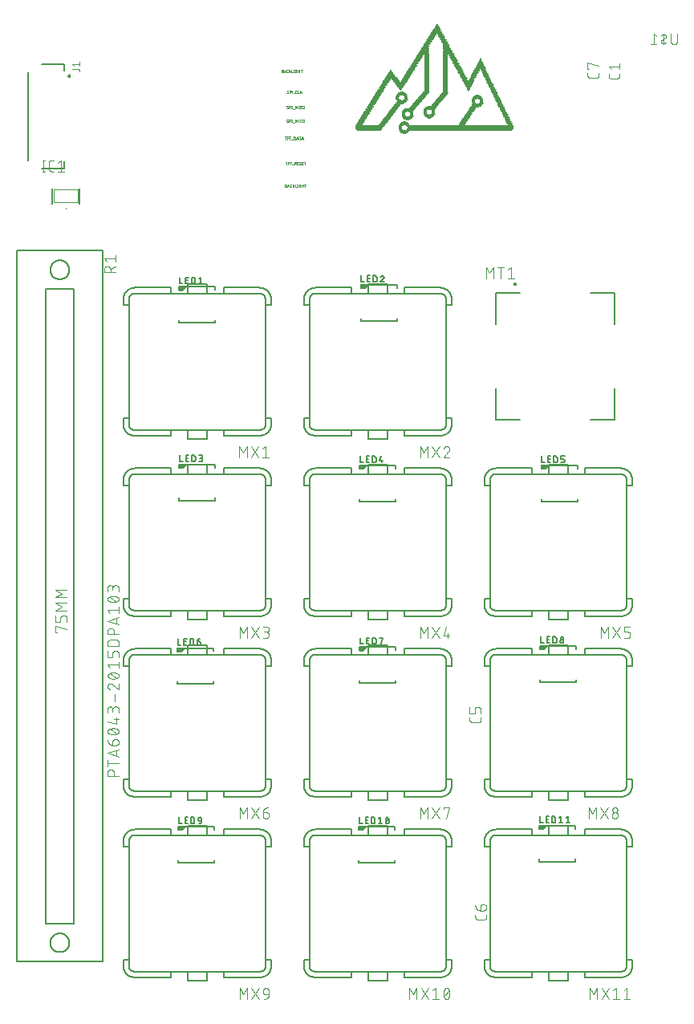
<source format=gbr>
G04 EAGLE Gerber RS-274X export*
G75*
%MOMM*%
%FSLAX34Y34*%
%LPD*%
%INSilkscreen Top*%
%IPPOS*%
%AMOC8*
5,1,8,0,0,1.08239X$1,22.5*%
G01*
%ADD10C,0.025400*%
%ADD11R,0.355600X0.050800*%
%ADD12R,0.558800X0.050800*%
%ADD13R,0.762000X0.050800*%
%ADD14R,0.863600X0.050800*%
%ADD15R,0.965200X0.050800*%
%ADD16R,1.066800X0.050800*%
%ADD17R,2.540000X0.050800*%
%ADD18R,0.457200X0.050800*%
%ADD19R,11.226800X0.050800*%
%ADD20R,2.641600X0.050800*%
%ADD21R,0.406400X0.050800*%
%ADD22R,2.692400X0.050800*%
%ADD23R,2.794000X0.050800*%
%ADD24R,2.895600X0.050800*%
%ADD25R,2.946400X0.050800*%
%ADD26R,2.997200X0.050800*%
%ADD27R,11.176000X0.050800*%
%ADD28R,3.048000X0.050800*%
%ADD29R,11.277600X0.050800*%
%ADD30R,0.609600X0.050800*%
%ADD31R,0.660400X0.050800*%
%ADD32R,1.117600X0.050800*%
%ADD33R,1.016000X0.050800*%
%ADD34R,0.711200X0.050800*%
%ADD35R,0.914400X0.050800*%
%ADD36R,0.508000X0.050800*%
%ADD37R,0.050800X0.050800*%
%ADD38R,0.101600X0.050800*%
%ADD39R,0.203200X0.050800*%
%ADD40R,0.152400X0.050800*%
%ADD41R,0.254000X0.050800*%
%ADD42R,0.304800X0.050800*%
%ADD43R,0.812800X0.050800*%
%ADD44R,1.168400X0.050800*%
%ADD45R,1.219200X0.050800*%
%ADD46R,1.270000X0.050800*%
%ADD47C,0.127000*%
%ADD48C,0.101600*%
%ADD49C,0.152400*%
%ADD50C,0.010000*%
%ADD51C,0.075000*%
%ADD52C,0.200000*%
%ADD53C,0.076200*%

G36*
X455702Y736813D02*
X455702Y736813D01*
X455744Y736811D01*
X455811Y736833D01*
X455881Y736845D01*
X455917Y736867D01*
X455958Y736880D01*
X456031Y736934D01*
X456074Y736960D01*
X456087Y736976D01*
X456108Y736992D01*
X459918Y740802D01*
X459969Y740875D01*
X460025Y740944D01*
X460033Y740966D01*
X460047Y740986D01*
X460069Y741072D01*
X460097Y741156D01*
X460097Y741180D01*
X460103Y741203D01*
X460093Y741292D01*
X460091Y741381D01*
X460082Y741403D01*
X460079Y741426D01*
X460040Y741506D01*
X460006Y741588D01*
X459990Y741606D01*
X459980Y741627D01*
X459915Y741688D01*
X459855Y741754D01*
X459834Y741765D01*
X459817Y741781D01*
X459735Y741816D01*
X459655Y741857D01*
X459629Y741860D01*
X459610Y741869D01*
X459560Y741871D01*
X459470Y741884D01*
X451850Y741884D01*
X451785Y741873D01*
X451719Y741871D01*
X451676Y741853D01*
X451629Y741845D01*
X451572Y741811D01*
X451512Y741786D01*
X451477Y741755D01*
X451436Y741730D01*
X451395Y741679D01*
X451346Y741635D01*
X451324Y741593D01*
X451295Y741556D01*
X451274Y741494D01*
X451243Y741435D01*
X451235Y741381D01*
X451223Y741344D01*
X451223Y741340D01*
X451223Y741339D01*
X451224Y741304D01*
X451216Y741250D01*
X451216Y737440D01*
X451227Y737375D01*
X451229Y737309D01*
X451247Y737266D01*
X451255Y737219D01*
X451289Y737162D01*
X451314Y737102D01*
X451345Y737067D01*
X451370Y737026D01*
X451421Y736985D01*
X451465Y736936D01*
X451507Y736914D01*
X451544Y736885D01*
X451606Y736864D01*
X451665Y736833D01*
X451719Y736825D01*
X451756Y736813D01*
X451796Y736814D01*
X451850Y736806D01*
X455660Y736806D01*
X455702Y736813D01*
G37*
G36*
X263702Y734963D02*
X263702Y734963D01*
X263744Y734961D01*
X263811Y734983D01*
X263881Y734995D01*
X263917Y735017D01*
X263958Y735030D01*
X264031Y735084D01*
X264074Y735110D01*
X264087Y735126D01*
X264108Y735142D01*
X267918Y738952D01*
X267969Y739025D01*
X268025Y739094D01*
X268033Y739116D01*
X268047Y739136D01*
X268069Y739222D01*
X268097Y739306D01*
X268097Y739330D01*
X268103Y739353D01*
X268093Y739442D01*
X268091Y739531D01*
X268082Y739553D01*
X268079Y739576D01*
X268040Y739656D01*
X268006Y739738D01*
X267990Y739756D01*
X267980Y739777D01*
X267915Y739838D01*
X267855Y739904D01*
X267834Y739915D01*
X267817Y739931D01*
X267735Y739966D01*
X267655Y740007D01*
X267629Y740010D01*
X267610Y740019D01*
X267560Y740021D01*
X267470Y740034D01*
X259850Y740034D01*
X259785Y740023D01*
X259719Y740021D01*
X259676Y740003D01*
X259629Y739995D01*
X259572Y739961D01*
X259512Y739936D01*
X259477Y739905D01*
X259436Y739880D01*
X259395Y739829D01*
X259346Y739785D01*
X259324Y739743D01*
X259295Y739706D01*
X259274Y739644D01*
X259243Y739585D01*
X259235Y739531D01*
X259223Y739494D01*
X259223Y739490D01*
X259223Y739489D01*
X259224Y739454D01*
X259216Y739400D01*
X259216Y735590D01*
X259227Y735525D01*
X259229Y735459D01*
X259247Y735416D01*
X259255Y735369D01*
X259289Y735312D01*
X259314Y735252D01*
X259345Y735217D01*
X259370Y735176D01*
X259421Y735135D01*
X259465Y735086D01*
X259507Y735064D01*
X259544Y735035D01*
X259606Y735014D01*
X259665Y734983D01*
X259719Y734975D01*
X259756Y734963D01*
X259796Y734964D01*
X259850Y734956D01*
X263660Y734956D01*
X263702Y734963D01*
G37*
G36*
X264202Y547313D02*
X264202Y547313D01*
X264244Y547311D01*
X264311Y547333D01*
X264381Y547345D01*
X264417Y547367D01*
X264458Y547380D01*
X264531Y547434D01*
X264574Y547460D01*
X264587Y547476D01*
X264608Y547492D01*
X268418Y551302D01*
X268469Y551375D01*
X268525Y551444D01*
X268533Y551466D01*
X268547Y551486D01*
X268569Y551572D01*
X268597Y551656D01*
X268597Y551680D01*
X268603Y551703D01*
X268593Y551792D01*
X268591Y551881D01*
X268582Y551903D01*
X268579Y551926D01*
X268540Y552006D01*
X268506Y552088D01*
X268490Y552106D01*
X268480Y552127D01*
X268415Y552188D01*
X268355Y552254D01*
X268334Y552265D01*
X268317Y552281D01*
X268235Y552316D01*
X268155Y552357D01*
X268129Y552360D01*
X268110Y552369D01*
X268060Y552371D01*
X267970Y552384D01*
X260350Y552384D01*
X260285Y552373D01*
X260219Y552371D01*
X260176Y552353D01*
X260129Y552345D01*
X260072Y552311D01*
X260012Y552286D01*
X259977Y552255D01*
X259936Y552230D01*
X259895Y552179D01*
X259846Y552135D01*
X259824Y552093D01*
X259795Y552056D01*
X259774Y551994D01*
X259743Y551935D01*
X259735Y551881D01*
X259723Y551844D01*
X259723Y551840D01*
X259723Y551839D01*
X259724Y551804D01*
X259716Y551750D01*
X259716Y547940D01*
X259727Y547875D01*
X259729Y547809D01*
X259747Y547766D01*
X259755Y547719D01*
X259789Y547662D01*
X259814Y547602D01*
X259845Y547567D01*
X259870Y547526D01*
X259921Y547485D01*
X259965Y547436D01*
X260007Y547414D01*
X260044Y547385D01*
X260106Y547364D01*
X260165Y547333D01*
X260219Y547325D01*
X260256Y547313D01*
X260296Y547314D01*
X260350Y547306D01*
X264160Y547306D01*
X264202Y547313D01*
G37*
G36*
X646202Y546313D02*
X646202Y546313D01*
X646244Y546311D01*
X646311Y546333D01*
X646381Y546345D01*
X646417Y546367D01*
X646458Y546380D01*
X646531Y546434D01*
X646574Y546460D01*
X646587Y546476D01*
X646608Y546492D01*
X650418Y550302D01*
X650469Y550375D01*
X650525Y550444D01*
X650533Y550466D01*
X650547Y550486D01*
X650569Y550572D01*
X650597Y550656D01*
X650597Y550680D01*
X650603Y550703D01*
X650593Y550792D01*
X650591Y550881D01*
X650582Y550903D01*
X650579Y550926D01*
X650540Y551006D01*
X650506Y551088D01*
X650490Y551106D01*
X650480Y551127D01*
X650415Y551188D01*
X650355Y551254D01*
X650334Y551265D01*
X650317Y551281D01*
X650235Y551316D01*
X650155Y551357D01*
X650129Y551360D01*
X650110Y551369D01*
X650060Y551371D01*
X649970Y551384D01*
X642350Y551384D01*
X642285Y551373D01*
X642219Y551371D01*
X642176Y551353D01*
X642129Y551345D01*
X642072Y551311D01*
X642012Y551286D01*
X641977Y551255D01*
X641936Y551230D01*
X641895Y551179D01*
X641846Y551135D01*
X641824Y551093D01*
X641795Y551056D01*
X641774Y550994D01*
X641743Y550935D01*
X641735Y550881D01*
X641723Y550844D01*
X641723Y550840D01*
X641723Y550839D01*
X641724Y550804D01*
X641716Y550750D01*
X641716Y546940D01*
X641727Y546875D01*
X641729Y546809D01*
X641747Y546766D01*
X641755Y546719D01*
X641789Y546662D01*
X641814Y546602D01*
X641845Y546567D01*
X641870Y546526D01*
X641921Y546485D01*
X641965Y546436D01*
X642007Y546414D01*
X642044Y546385D01*
X642106Y546364D01*
X642165Y546333D01*
X642219Y546325D01*
X642256Y546313D01*
X642296Y546314D01*
X642350Y546306D01*
X646160Y546306D01*
X646202Y546313D01*
G37*
G36*
X454702Y546313D02*
X454702Y546313D01*
X454744Y546311D01*
X454811Y546333D01*
X454881Y546345D01*
X454917Y546367D01*
X454958Y546380D01*
X455031Y546434D01*
X455074Y546460D01*
X455087Y546476D01*
X455108Y546492D01*
X458918Y550302D01*
X458969Y550375D01*
X459025Y550444D01*
X459033Y550466D01*
X459047Y550486D01*
X459069Y550572D01*
X459097Y550656D01*
X459097Y550680D01*
X459103Y550703D01*
X459093Y550792D01*
X459091Y550881D01*
X459082Y550903D01*
X459079Y550926D01*
X459040Y551006D01*
X459006Y551088D01*
X458990Y551106D01*
X458980Y551127D01*
X458915Y551188D01*
X458855Y551254D01*
X458834Y551265D01*
X458817Y551281D01*
X458735Y551316D01*
X458655Y551357D01*
X458629Y551360D01*
X458610Y551369D01*
X458560Y551371D01*
X458470Y551384D01*
X450850Y551384D01*
X450785Y551373D01*
X450719Y551371D01*
X450676Y551353D01*
X450629Y551345D01*
X450572Y551311D01*
X450512Y551286D01*
X450477Y551255D01*
X450436Y551230D01*
X450395Y551179D01*
X450346Y551135D01*
X450324Y551093D01*
X450295Y551056D01*
X450274Y550994D01*
X450243Y550935D01*
X450235Y550881D01*
X450223Y550844D01*
X450223Y550840D01*
X450223Y550839D01*
X450224Y550804D01*
X450216Y550750D01*
X450216Y546940D01*
X450227Y546875D01*
X450229Y546809D01*
X450247Y546766D01*
X450255Y546719D01*
X450289Y546662D01*
X450314Y546602D01*
X450345Y546567D01*
X450370Y546526D01*
X450421Y546485D01*
X450465Y546436D01*
X450507Y546414D01*
X450544Y546385D01*
X450606Y546364D01*
X450665Y546333D01*
X450719Y546325D01*
X450756Y546313D01*
X450796Y546314D01*
X450850Y546306D01*
X454660Y546306D01*
X454702Y546313D01*
G37*
G36*
X645202Y355813D02*
X645202Y355813D01*
X645244Y355811D01*
X645311Y355833D01*
X645381Y355845D01*
X645417Y355867D01*
X645458Y355880D01*
X645531Y355934D01*
X645574Y355960D01*
X645587Y355976D01*
X645608Y355992D01*
X649418Y359802D01*
X649469Y359875D01*
X649525Y359944D01*
X649533Y359966D01*
X649547Y359986D01*
X649569Y360072D01*
X649597Y360156D01*
X649597Y360180D01*
X649603Y360203D01*
X649593Y360292D01*
X649591Y360381D01*
X649582Y360403D01*
X649579Y360426D01*
X649540Y360506D01*
X649506Y360588D01*
X649490Y360606D01*
X649480Y360627D01*
X649415Y360688D01*
X649355Y360754D01*
X649334Y360765D01*
X649317Y360781D01*
X649235Y360816D01*
X649155Y360857D01*
X649129Y360860D01*
X649110Y360869D01*
X649060Y360871D01*
X648970Y360884D01*
X641350Y360884D01*
X641285Y360873D01*
X641219Y360871D01*
X641176Y360853D01*
X641129Y360845D01*
X641072Y360811D01*
X641012Y360786D01*
X640977Y360755D01*
X640936Y360730D01*
X640895Y360679D01*
X640846Y360635D01*
X640824Y360593D01*
X640795Y360556D01*
X640774Y360494D01*
X640743Y360435D01*
X640735Y360381D01*
X640723Y360344D01*
X640723Y360340D01*
X640723Y360339D01*
X640724Y360304D01*
X640716Y360250D01*
X640716Y356440D01*
X640727Y356375D01*
X640729Y356309D01*
X640747Y356266D01*
X640755Y356219D01*
X640789Y356162D01*
X640814Y356102D01*
X640845Y356067D01*
X640870Y356026D01*
X640921Y355985D01*
X640965Y355936D01*
X641007Y355914D01*
X641044Y355885D01*
X641106Y355864D01*
X641165Y355833D01*
X641219Y355825D01*
X641256Y355813D01*
X641296Y355814D01*
X641350Y355806D01*
X645160Y355806D01*
X645202Y355813D01*
G37*
G36*
X454702Y354813D02*
X454702Y354813D01*
X454744Y354811D01*
X454811Y354833D01*
X454881Y354845D01*
X454917Y354867D01*
X454958Y354880D01*
X455031Y354934D01*
X455074Y354960D01*
X455087Y354976D01*
X455108Y354992D01*
X458918Y358802D01*
X458969Y358875D01*
X459025Y358944D01*
X459033Y358966D01*
X459047Y358986D01*
X459069Y359072D01*
X459097Y359156D01*
X459097Y359180D01*
X459103Y359203D01*
X459093Y359292D01*
X459091Y359381D01*
X459082Y359403D01*
X459079Y359426D01*
X459040Y359506D01*
X459006Y359588D01*
X458990Y359606D01*
X458980Y359627D01*
X458915Y359688D01*
X458855Y359754D01*
X458834Y359765D01*
X458817Y359781D01*
X458735Y359816D01*
X458655Y359857D01*
X458629Y359860D01*
X458610Y359869D01*
X458560Y359871D01*
X458470Y359884D01*
X450850Y359884D01*
X450785Y359873D01*
X450719Y359871D01*
X450676Y359853D01*
X450629Y359845D01*
X450572Y359811D01*
X450512Y359786D01*
X450477Y359755D01*
X450436Y359730D01*
X450395Y359679D01*
X450346Y359635D01*
X450324Y359593D01*
X450295Y359556D01*
X450274Y359494D01*
X450243Y359435D01*
X450235Y359381D01*
X450223Y359344D01*
X450223Y359340D01*
X450223Y359339D01*
X450224Y359304D01*
X450216Y359250D01*
X450216Y355440D01*
X450227Y355375D01*
X450229Y355309D01*
X450247Y355266D01*
X450255Y355219D01*
X450289Y355162D01*
X450314Y355102D01*
X450345Y355067D01*
X450370Y355026D01*
X450421Y354985D01*
X450465Y354936D01*
X450507Y354914D01*
X450544Y354885D01*
X450606Y354864D01*
X450665Y354833D01*
X450719Y354825D01*
X450756Y354813D01*
X450796Y354814D01*
X450850Y354806D01*
X454660Y354806D01*
X454702Y354813D01*
G37*
G36*
X262202Y353813D02*
X262202Y353813D01*
X262244Y353811D01*
X262311Y353833D01*
X262381Y353845D01*
X262417Y353867D01*
X262458Y353880D01*
X262531Y353934D01*
X262574Y353960D01*
X262587Y353976D01*
X262608Y353992D01*
X266418Y357802D01*
X266469Y357875D01*
X266525Y357944D01*
X266533Y357966D01*
X266547Y357986D01*
X266569Y358072D01*
X266597Y358156D01*
X266597Y358180D01*
X266603Y358203D01*
X266593Y358292D01*
X266591Y358381D01*
X266582Y358403D01*
X266579Y358426D01*
X266540Y358506D01*
X266506Y358588D01*
X266490Y358606D01*
X266480Y358627D01*
X266415Y358688D01*
X266355Y358754D01*
X266334Y358765D01*
X266317Y358781D01*
X266235Y358816D01*
X266155Y358857D01*
X266129Y358860D01*
X266110Y358869D01*
X266060Y358871D01*
X265970Y358884D01*
X258350Y358884D01*
X258285Y358873D01*
X258219Y358871D01*
X258176Y358853D01*
X258129Y358845D01*
X258072Y358811D01*
X258012Y358786D01*
X257977Y358755D01*
X257936Y358730D01*
X257895Y358679D01*
X257846Y358635D01*
X257824Y358593D01*
X257795Y358556D01*
X257774Y358494D01*
X257743Y358435D01*
X257735Y358381D01*
X257723Y358344D01*
X257723Y358340D01*
X257723Y358339D01*
X257724Y358304D01*
X257716Y358250D01*
X257716Y354440D01*
X257727Y354375D01*
X257729Y354309D01*
X257747Y354266D01*
X257755Y354219D01*
X257789Y354162D01*
X257814Y354102D01*
X257845Y354067D01*
X257870Y354026D01*
X257921Y353985D01*
X257965Y353936D01*
X258007Y353914D01*
X258044Y353885D01*
X258106Y353864D01*
X258165Y353833D01*
X258219Y353825D01*
X258256Y353813D01*
X258296Y353814D01*
X258350Y353806D01*
X262160Y353806D01*
X262202Y353813D01*
G37*
G36*
X644202Y166313D02*
X644202Y166313D01*
X644244Y166311D01*
X644311Y166333D01*
X644381Y166345D01*
X644417Y166367D01*
X644458Y166380D01*
X644531Y166434D01*
X644574Y166460D01*
X644587Y166476D01*
X644608Y166492D01*
X648418Y170302D01*
X648469Y170375D01*
X648525Y170444D01*
X648533Y170466D01*
X648547Y170486D01*
X648569Y170572D01*
X648597Y170656D01*
X648597Y170680D01*
X648603Y170703D01*
X648593Y170792D01*
X648591Y170881D01*
X648582Y170903D01*
X648579Y170926D01*
X648540Y171006D01*
X648506Y171088D01*
X648490Y171106D01*
X648480Y171127D01*
X648415Y171188D01*
X648355Y171254D01*
X648334Y171265D01*
X648317Y171281D01*
X648235Y171316D01*
X648155Y171357D01*
X648129Y171360D01*
X648110Y171369D01*
X648060Y171371D01*
X647970Y171384D01*
X640350Y171384D01*
X640285Y171373D01*
X640219Y171371D01*
X640176Y171353D01*
X640129Y171345D01*
X640072Y171311D01*
X640012Y171286D01*
X639977Y171255D01*
X639936Y171230D01*
X639895Y171179D01*
X639846Y171135D01*
X639824Y171093D01*
X639795Y171056D01*
X639774Y170994D01*
X639743Y170935D01*
X639735Y170881D01*
X639723Y170844D01*
X639723Y170840D01*
X639723Y170839D01*
X639724Y170804D01*
X639716Y170750D01*
X639716Y166940D01*
X639727Y166875D01*
X639729Y166809D01*
X639747Y166766D01*
X639755Y166719D01*
X639789Y166662D01*
X639814Y166602D01*
X639845Y166567D01*
X639870Y166526D01*
X639921Y166485D01*
X639965Y166436D01*
X640007Y166414D01*
X640044Y166385D01*
X640106Y166364D01*
X640165Y166333D01*
X640219Y166325D01*
X640256Y166313D01*
X640296Y166314D01*
X640350Y166306D01*
X644160Y166306D01*
X644202Y166313D01*
G37*
G36*
X453702Y165313D02*
X453702Y165313D01*
X453744Y165311D01*
X453811Y165333D01*
X453881Y165345D01*
X453917Y165367D01*
X453958Y165380D01*
X454031Y165434D01*
X454074Y165460D01*
X454087Y165476D01*
X454108Y165492D01*
X457918Y169302D01*
X457969Y169375D01*
X458025Y169444D01*
X458033Y169466D01*
X458047Y169486D01*
X458069Y169572D01*
X458097Y169656D01*
X458097Y169680D01*
X458103Y169703D01*
X458093Y169792D01*
X458091Y169881D01*
X458082Y169903D01*
X458079Y169926D01*
X458040Y170006D01*
X458006Y170088D01*
X457990Y170106D01*
X457980Y170127D01*
X457915Y170188D01*
X457855Y170254D01*
X457834Y170265D01*
X457817Y170281D01*
X457735Y170316D01*
X457655Y170357D01*
X457629Y170360D01*
X457610Y170369D01*
X457560Y170371D01*
X457470Y170384D01*
X449850Y170384D01*
X449785Y170373D01*
X449719Y170371D01*
X449676Y170353D01*
X449629Y170345D01*
X449572Y170311D01*
X449512Y170286D01*
X449477Y170255D01*
X449436Y170230D01*
X449395Y170179D01*
X449346Y170135D01*
X449324Y170093D01*
X449295Y170056D01*
X449274Y169994D01*
X449243Y169935D01*
X449235Y169881D01*
X449223Y169844D01*
X449223Y169840D01*
X449223Y169839D01*
X449224Y169804D01*
X449216Y169750D01*
X449216Y165940D01*
X449227Y165875D01*
X449229Y165809D01*
X449247Y165766D01*
X449255Y165719D01*
X449289Y165662D01*
X449314Y165602D01*
X449345Y165567D01*
X449370Y165526D01*
X449421Y165485D01*
X449465Y165436D01*
X449507Y165414D01*
X449544Y165385D01*
X449606Y165364D01*
X449665Y165333D01*
X449719Y165325D01*
X449756Y165313D01*
X449796Y165314D01*
X449850Y165306D01*
X453660Y165306D01*
X453702Y165313D01*
G37*
G36*
X263202Y165313D02*
X263202Y165313D01*
X263244Y165311D01*
X263311Y165333D01*
X263381Y165345D01*
X263417Y165367D01*
X263458Y165380D01*
X263531Y165434D01*
X263574Y165460D01*
X263587Y165476D01*
X263608Y165492D01*
X267418Y169302D01*
X267469Y169375D01*
X267525Y169444D01*
X267533Y169466D01*
X267547Y169486D01*
X267569Y169572D01*
X267597Y169656D01*
X267597Y169680D01*
X267603Y169703D01*
X267593Y169792D01*
X267591Y169881D01*
X267582Y169903D01*
X267579Y169926D01*
X267540Y170006D01*
X267506Y170088D01*
X267490Y170106D01*
X267480Y170127D01*
X267415Y170188D01*
X267355Y170254D01*
X267334Y170265D01*
X267317Y170281D01*
X267235Y170316D01*
X267155Y170357D01*
X267129Y170360D01*
X267110Y170369D01*
X267060Y170371D01*
X266970Y170384D01*
X259350Y170384D01*
X259285Y170373D01*
X259219Y170371D01*
X259176Y170353D01*
X259129Y170345D01*
X259072Y170311D01*
X259012Y170286D01*
X258977Y170255D01*
X258936Y170230D01*
X258895Y170179D01*
X258846Y170135D01*
X258824Y170093D01*
X258795Y170056D01*
X258774Y169994D01*
X258743Y169935D01*
X258735Y169881D01*
X258723Y169844D01*
X258723Y169840D01*
X258723Y169839D01*
X258724Y169804D01*
X258716Y169750D01*
X258716Y165940D01*
X258727Y165875D01*
X258729Y165809D01*
X258747Y165766D01*
X258755Y165719D01*
X258789Y165662D01*
X258814Y165602D01*
X258845Y165567D01*
X258870Y165526D01*
X258921Y165485D01*
X258965Y165436D01*
X259007Y165414D01*
X259044Y165385D01*
X259106Y165364D01*
X259165Y165333D01*
X259219Y165325D01*
X259256Y165313D01*
X259296Y165314D01*
X259350Y165306D01*
X263160Y165306D01*
X263202Y165313D01*
G37*
D10*
X368446Y967081D02*
X369222Y967081D01*
X369277Y967079D01*
X369332Y967073D01*
X369387Y967063D01*
X369441Y967050D01*
X369493Y967032D01*
X369544Y967011D01*
X369594Y966986D01*
X369642Y966958D01*
X369687Y966926D01*
X369730Y966891D01*
X369771Y966854D01*
X369808Y966813D01*
X369843Y966770D01*
X369875Y966725D01*
X369903Y966677D01*
X369928Y966627D01*
X369949Y966576D01*
X369967Y966524D01*
X369980Y966470D01*
X369990Y966415D01*
X369996Y966360D01*
X369998Y966305D01*
X369996Y966250D01*
X369990Y966195D01*
X369980Y966140D01*
X369967Y966086D01*
X369949Y966034D01*
X369928Y965983D01*
X369903Y965933D01*
X369875Y965885D01*
X369843Y965840D01*
X369808Y965797D01*
X369771Y965756D01*
X369730Y965719D01*
X369687Y965684D01*
X369642Y965652D01*
X369594Y965624D01*
X369544Y965599D01*
X369493Y965578D01*
X369441Y965560D01*
X369387Y965547D01*
X369332Y965537D01*
X369277Y965531D01*
X369222Y965529D01*
X368446Y965529D01*
X368446Y968323D01*
X369222Y968323D01*
X369271Y968321D01*
X369319Y968315D01*
X369367Y968306D01*
X369414Y968293D01*
X369460Y968276D01*
X369504Y968255D01*
X369546Y968231D01*
X369587Y968204D01*
X369625Y968174D01*
X369661Y968141D01*
X369694Y968105D01*
X369724Y968067D01*
X369751Y968026D01*
X369775Y967984D01*
X369796Y967940D01*
X369813Y967894D01*
X369826Y967847D01*
X369835Y967799D01*
X369841Y967751D01*
X369843Y967702D01*
X369841Y967653D01*
X369835Y967605D01*
X369826Y967557D01*
X369813Y967510D01*
X369796Y967464D01*
X369775Y967420D01*
X369751Y967378D01*
X369724Y967337D01*
X369694Y967299D01*
X369661Y967263D01*
X369625Y967230D01*
X369587Y967200D01*
X369546Y967173D01*
X369504Y967149D01*
X369460Y967128D01*
X369414Y967111D01*
X369367Y967098D01*
X369319Y967089D01*
X369271Y967083D01*
X369222Y967081D01*
X370901Y965529D02*
X371832Y968323D01*
X372763Y965529D01*
X372530Y966228D02*
X371133Y966228D01*
X374412Y965529D02*
X375033Y965529D01*
X374412Y965529D02*
X374363Y965531D01*
X374315Y965537D01*
X374267Y965546D01*
X374220Y965559D01*
X374174Y965576D01*
X374130Y965597D01*
X374088Y965621D01*
X374047Y965648D01*
X374009Y965678D01*
X373973Y965711D01*
X373940Y965747D01*
X373910Y965785D01*
X373883Y965826D01*
X373859Y965868D01*
X373838Y965912D01*
X373821Y965958D01*
X373808Y966005D01*
X373799Y966053D01*
X373793Y966101D01*
X373791Y966150D01*
X373791Y967702D01*
X373793Y967751D01*
X373799Y967799D01*
X373808Y967847D01*
X373821Y967894D01*
X373838Y967940D01*
X373859Y967984D01*
X373883Y968026D01*
X373910Y968067D01*
X373940Y968105D01*
X373973Y968141D01*
X374009Y968174D01*
X374047Y968204D01*
X374088Y968231D01*
X374130Y968255D01*
X374174Y968276D01*
X374220Y968293D01*
X374267Y968306D01*
X374315Y968315D01*
X374363Y968321D01*
X374412Y968323D01*
X375033Y968323D01*
X376218Y968323D02*
X376218Y965529D01*
X376218Y966616D02*
X377770Y968323D01*
X376839Y967236D02*
X377770Y965529D01*
X378925Y965529D02*
X378925Y968323D01*
X378925Y965529D02*
X380167Y965529D01*
X381433Y965529D02*
X381433Y968323D01*
X381123Y965529D02*
X381744Y965529D01*
X381744Y968323D02*
X381123Y968323D01*
X384029Y967081D02*
X384495Y967081D01*
X384495Y965529D01*
X383564Y965529D01*
X383515Y965531D01*
X383467Y965537D01*
X383419Y965546D01*
X383372Y965559D01*
X383326Y965576D01*
X383282Y965597D01*
X383240Y965621D01*
X383199Y965648D01*
X383161Y965678D01*
X383125Y965711D01*
X383092Y965747D01*
X383062Y965785D01*
X383035Y965826D01*
X383011Y965868D01*
X382990Y965912D01*
X382973Y965958D01*
X382960Y966005D01*
X382951Y966053D01*
X382945Y966101D01*
X382943Y966150D01*
X382943Y967702D01*
X382945Y967751D01*
X382951Y967799D01*
X382960Y967847D01*
X382973Y967894D01*
X382990Y967940D01*
X383011Y967984D01*
X383035Y968026D01*
X383062Y968067D01*
X383092Y968105D01*
X383125Y968141D01*
X383161Y968174D01*
X383199Y968204D01*
X383240Y968231D01*
X383282Y968255D01*
X383326Y968276D01*
X383372Y968293D01*
X383419Y968306D01*
X383467Y968315D01*
X383515Y968321D01*
X383564Y968323D01*
X384495Y968323D01*
X385869Y968323D02*
X385869Y965529D01*
X385869Y967081D02*
X387421Y967081D01*
X387421Y968323D02*
X387421Y965529D01*
X389297Y965529D02*
X389297Y968323D01*
X388521Y968323D02*
X390073Y968323D01*
X375392Y944350D02*
X375390Y944301D01*
X375384Y944253D01*
X375375Y944205D01*
X375362Y944158D01*
X375345Y944112D01*
X375324Y944068D01*
X375300Y944026D01*
X375273Y943985D01*
X375243Y943947D01*
X375210Y943911D01*
X375174Y943878D01*
X375136Y943848D01*
X375095Y943821D01*
X375053Y943797D01*
X375009Y943776D01*
X374963Y943759D01*
X374916Y943746D01*
X374868Y943737D01*
X374820Y943731D01*
X374771Y943729D01*
X374702Y943731D01*
X374633Y943736D01*
X374565Y943745D01*
X374497Y943758D01*
X374430Y943774D01*
X374363Y943794D01*
X374298Y943817D01*
X374235Y943844D01*
X374172Y943873D01*
X374112Y943907D01*
X374053Y943943D01*
X373996Y943982D01*
X373942Y944024D01*
X373889Y944069D01*
X373839Y944117D01*
X373917Y945902D02*
X373919Y945951D01*
X373925Y945999D01*
X373934Y946047D01*
X373947Y946094D01*
X373964Y946140D01*
X373985Y946184D01*
X374009Y946226D01*
X374036Y946267D01*
X374066Y946305D01*
X374099Y946341D01*
X374135Y946374D01*
X374173Y946404D01*
X374214Y946432D01*
X374256Y946455D01*
X374300Y946476D01*
X374346Y946493D01*
X374393Y946506D01*
X374441Y946515D01*
X374489Y946521D01*
X374538Y946523D01*
X374600Y946521D01*
X374663Y946516D01*
X374724Y946508D01*
X374786Y946496D01*
X374846Y946481D01*
X374906Y946463D01*
X374965Y946442D01*
X375022Y946418D01*
X375078Y946390D01*
X375133Y946360D01*
X375185Y946326D01*
X375236Y946290D01*
X374227Y945358D02*
X374187Y945384D01*
X374150Y945412D01*
X374115Y945442D01*
X374082Y945476D01*
X374051Y945511D01*
X374024Y945549D01*
X373999Y945589D01*
X373977Y945630D01*
X373959Y945673D01*
X373944Y945718D01*
X373932Y945763D01*
X373923Y945809D01*
X373918Y945855D01*
X373916Y945902D01*
X375081Y944894D02*
X375121Y944868D01*
X375158Y944840D01*
X375193Y944810D01*
X375226Y944776D01*
X375257Y944741D01*
X375284Y944703D01*
X375309Y944663D01*
X375331Y944622D01*
X375349Y944579D01*
X375364Y944534D01*
X375376Y944489D01*
X375385Y944443D01*
X375390Y944397D01*
X375392Y944350D01*
X375081Y944893D02*
X374227Y945359D01*
X376624Y946523D02*
X376624Y943729D01*
X376624Y946523D02*
X377400Y946523D01*
X377455Y946521D01*
X377510Y946515D01*
X377565Y946505D01*
X377619Y946492D01*
X377671Y946474D01*
X377722Y946453D01*
X377772Y946428D01*
X377820Y946400D01*
X377865Y946368D01*
X377908Y946333D01*
X377949Y946296D01*
X377986Y946255D01*
X378021Y946212D01*
X378053Y946167D01*
X378081Y946119D01*
X378106Y946069D01*
X378127Y946018D01*
X378145Y945966D01*
X378158Y945912D01*
X378168Y945857D01*
X378174Y945802D01*
X378176Y945747D01*
X378174Y945692D01*
X378168Y945637D01*
X378158Y945582D01*
X378145Y945528D01*
X378127Y945476D01*
X378106Y945425D01*
X378081Y945375D01*
X378053Y945327D01*
X378021Y945282D01*
X377986Y945239D01*
X377949Y945198D01*
X377908Y945161D01*
X377865Y945126D01*
X377820Y945094D01*
X377772Y945066D01*
X377722Y945041D01*
X377671Y945020D01*
X377619Y945002D01*
X377565Y944989D01*
X377510Y944979D01*
X377455Y944973D01*
X377400Y944971D01*
X376624Y944971D01*
X379462Y943729D02*
X379462Y946523D01*
X379151Y943729D02*
X379772Y943729D01*
X379772Y946523D02*
X379151Y946523D01*
X380761Y943419D02*
X382003Y943419D01*
X383687Y943729D02*
X384308Y943729D01*
X383687Y943729D02*
X383638Y943731D01*
X383590Y943737D01*
X383542Y943746D01*
X383495Y943759D01*
X383449Y943776D01*
X383405Y943797D01*
X383363Y943821D01*
X383322Y943848D01*
X383284Y943878D01*
X383248Y943911D01*
X383215Y943947D01*
X383185Y943985D01*
X383158Y944026D01*
X383134Y944068D01*
X383113Y944112D01*
X383096Y944158D01*
X383083Y944205D01*
X383074Y944253D01*
X383068Y944301D01*
X383066Y944350D01*
X383066Y945902D01*
X383068Y945951D01*
X383074Y945999D01*
X383083Y946047D01*
X383096Y946094D01*
X383113Y946140D01*
X383134Y946184D01*
X383158Y946226D01*
X383185Y946267D01*
X383215Y946305D01*
X383248Y946341D01*
X383284Y946374D01*
X383322Y946404D01*
X383363Y946431D01*
X383405Y946455D01*
X383449Y946476D01*
X383495Y946493D01*
X383542Y946506D01*
X383590Y946515D01*
X383638Y946521D01*
X383687Y946523D01*
X384308Y946523D01*
X385457Y946523D02*
X385457Y943729D01*
X386699Y943729D01*
X387871Y943729D02*
X387871Y946523D01*
X389423Y946523D02*
X387871Y944816D01*
X388492Y945436D02*
X389423Y943729D01*
X375207Y927950D02*
X375205Y927901D01*
X375199Y927853D01*
X375190Y927805D01*
X375177Y927758D01*
X375160Y927712D01*
X375139Y927668D01*
X375115Y927626D01*
X375088Y927585D01*
X375058Y927547D01*
X375025Y927511D01*
X374989Y927478D01*
X374951Y927448D01*
X374910Y927421D01*
X374868Y927397D01*
X374824Y927376D01*
X374778Y927359D01*
X374731Y927346D01*
X374683Y927337D01*
X374635Y927331D01*
X374586Y927329D01*
X374517Y927331D01*
X374448Y927336D01*
X374380Y927345D01*
X374312Y927358D01*
X374245Y927374D01*
X374178Y927394D01*
X374113Y927417D01*
X374050Y927444D01*
X373987Y927473D01*
X373927Y927507D01*
X373868Y927543D01*
X373811Y927582D01*
X373757Y927624D01*
X373704Y927669D01*
X373654Y927717D01*
X373732Y929502D02*
X373734Y929551D01*
X373740Y929599D01*
X373749Y929647D01*
X373762Y929694D01*
X373779Y929740D01*
X373800Y929784D01*
X373824Y929826D01*
X373851Y929867D01*
X373881Y929905D01*
X373914Y929941D01*
X373950Y929974D01*
X373988Y930004D01*
X374029Y930032D01*
X374071Y930055D01*
X374115Y930076D01*
X374161Y930093D01*
X374208Y930106D01*
X374256Y930115D01*
X374304Y930121D01*
X374353Y930123D01*
X374415Y930121D01*
X374478Y930116D01*
X374539Y930108D01*
X374601Y930096D01*
X374661Y930081D01*
X374721Y930063D01*
X374780Y930042D01*
X374837Y930018D01*
X374893Y929990D01*
X374948Y929960D01*
X375000Y929926D01*
X375051Y929890D01*
X374043Y928958D02*
X374003Y928984D01*
X373966Y929012D01*
X373931Y929042D01*
X373898Y929076D01*
X373867Y929111D01*
X373840Y929149D01*
X373815Y929189D01*
X373793Y929230D01*
X373775Y929273D01*
X373760Y929318D01*
X373748Y929363D01*
X373739Y929409D01*
X373734Y929455D01*
X373732Y929502D01*
X374896Y928494D02*
X374936Y928468D01*
X374973Y928440D01*
X375008Y928410D01*
X375041Y928376D01*
X375072Y928341D01*
X375099Y928303D01*
X375124Y928263D01*
X375146Y928222D01*
X375164Y928179D01*
X375179Y928134D01*
X375191Y928089D01*
X375200Y928043D01*
X375205Y927997D01*
X375207Y927950D01*
X374896Y928493D02*
X374043Y928959D01*
X376439Y930123D02*
X376439Y927329D01*
X376439Y930123D02*
X377215Y930123D01*
X377270Y930121D01*
X377325Y930115D01*
X377380Y930105D01*
X377434Y930092D01*
X377486Y930074D01*
X377537Y930053D01*
X377587Y930028D01*
X377635Y930000D01*
X377680Y929968D01*
X377723Y929933D01*
X377764Y929896D01*
X377801Y929855D01*
X377836Y929812D01*
X377868Y929767D01*
X377896Y929719D01*
X377921Y929669D01*
X377942Y929618D01*
X377960Y929566D01*
X377973Y929512D01*
X377983Y929457D01*
X377989Y929402D01*
X377991Y929347D01*
X377989Y929292D01*
X377983Y929237D01*
X377973Y929182D01*
X377960Y929128D01*
X377942Y929076D01*
X377921Y929025D01*
X377896Y928975D01*
X377868Y928927D01*
X377836Y928882D01*
X377801Y928839D01*
X377764Y928798D01*
X377723Y928761D01*
X377680Y928726D01*
X377635Y928694D01*
X377587Y928666D01*
X377537Y928641D01*
X377486Y928620D01*
X377434Y928602D01*
X377380Y928589D01*
X377325Y928579D01*
X377270Y928573D01*
X377215Y928571D01*
X376439Y928571D01*
X379277Y927329D02*
X379277Y930123D01*
X378966Y927329D02*
X379587Y927329D01*
X379587Y930123D02*
X378966Y930123D01*
X380576Y927019D02*
X381818Y927019D01*
X383009Y927329D02*
X383009Y930123D01*
X383940Y928571D01*
X384872Y930123D01*
X384872Y927329D01*
X386182Y928105D02*
X386182Y929347D01*
X386184Y929402D01*
X386190Y929457D01*
X386200Y929512D01*
X386213Y929566D01*
X386231Y929618D01*
X386252Y929669D01*
X386277Y929719D01*
X386305Y929767D01*
X386337Y929812D01*
X386372Y929855D01*
X386409Y929896D01*
X386450Y929933D01*
X386493Y929968D01*
X386538Y930000D01*
X386586Y930028D01*
X386636Y930053D01*
X386687Y930074D01*
X386739Y930092D01*
X386793Y930105D01*
X386848Y930115D01*
X386903Y930121D01*
X386958Y930123D01*
X387013Y930121D01*
X387068Y930115D01*
X387123Y930105D01*
X387177Y930092D01*
X387229Y930074D01*
X387280Y930053D01*
X387330Y930028D01*
X387378Y930000D01*
X387423Y929968D01*
X387466Y929933D01*
X387507Y929896D01*
X387544Y929855D01*
X387579Y929812D01*
X387611Y929767D01*
X387639Y929719D01*
X387664Y929669D01*
X387685Y929618D01*
X387703Y929566D01*
X387716Y929512D01*
X387726Y929457D01*
X387732Y929402D01*
X387734Y929347D01*
X387734Y928105D01*
X387732Y928050D01*
X387726Y927995D01*
X387716Y927940D01*
X387703Y927886D01*
X387685Y927834D01*
X387664Y927783D01*
X387639Y927733D01*
X387611Y927685D01*
X387579Y927640D01*
X387544Y927597D01*
X387507Y927556D01*
X387466Y927519D01*
X387423Y927484D01*
X387378Y927452D01*
X387330Y927424D01*
X387280Y927399D01*
X387229Y927378D01*
X387177Y927360D01*
X387123Y927347D01*
X387068Y927337D01*
X387013Y927331D01*
X386958Y927329D01*
X386903Y927331D01*
X386848Y927337D01*
X386793Y927347D01*
X386739Y927360D01*
X386687Y927378D01*
X386636Y927399D01*
X386586Y927424D01*
X386538Y927452D01*
X386493Y927484D01*
X386450Y927519D01*
X386409Y927556D01*
X386372Y927597D01*
X386337Y927640D01*
X386305Y927685D01*
X386277Y927733D01*
X386252Y927783D01*
X386231Y927834D01*
X386213Y927886D01*
X386200Y927940D01*
X386190Y927995D01*
X386184Y928050D01*
X386182Y928105D01*
X389765Y927329D02*
X389814Y927331D01*
X389862Y927337D01*
X389910Y927346D01*
X389957Y927359D01*
X390003Y927376D01*
X390047Y927397D01*
X390089Y927421D01*
X390130Y927448D01*
X390168Y927478D01*
X390204Y927511D01*
X390237Y927547D01*
X390267Y927585D01*
X390294Y927626D01*
X390318Y927668D01*
X390339Y927712D01*
X390356Y927758D01*
X390369Y927805D01*
X390378Y927853D01*
X390384Y927901D01*
X390386Y927950D01*
X389765Y927329D02*
X389696Y927331D01*
X389627Y927336D01*
X389559Y927345D01*
X389491Y927358D01*
X389424Y927374D01*
X389357Y927394D01*
X389292Y927417D01*
X389229Y927444D01*
X389166Y927473D01*
X389106Y927507D01*
X389047Y927543D01*
X388990Y927582D01*
X388936Y927624D01*
X388883Y927669D01*
X388833Y927717D01*
X388911Y929502D02*
X388913Y929551D01*
X388919Y929599D01*
X388928Y929647D01*
X388941Y929694D01*
X388958Y929740D01*
X388979Y929784D01*
X389003Y929826D01*
X389030Y929867D01*
X389060Y929905D01*
X389093Y929941D01*
X389129Y929974D01*
X389167Y930004D01*
X389208Y930032D01*
X389250Y930055D01*
X389294Y930076D01*
X389340Y930093D01*
X389387Y930106D01*
X389435Y930115D01*
X389483Y930121D01*
X389532Y930123D01*
X389594Y930121D01*
X389657Y930116D01*
X389718Y930108D01*
X389780Y930096D01*
X389840Y930081D01*
X389900Y930063D01*
X389959Y930042D01*
X390016Y930018D01*
X390072Y929990D01*
X390127Y929960D01*
X390179Y929926D01*
X390230Y929890D01*
X389222Y928958D02*
X389182Y928984D01*
X389145Y929012D01*
X389110Y929042D01*
X389077Y929076D01*
X389046Y929111D01*
X389019Y929149D01*
X388994Y929189D01*
X388972Y929230D01*
X388954Y929273D01*
X388939Y929318D01*
X388927Y929363D01*
X388918Y929409D01*
X388913Y929455D01*
X388911Y929502D01*
X390075Y928494D02*
X390115Y928468D01*
X390152Y928440D01*
X390187Y928410D01*
X390220Y928376D01*
X390251Y928341D01*
X390278Y928303D01*
X390303Y928263D01*
X390325Y928222D01*
X390343Y928179D01*
X390358Y928134D01*
X390370Y928089D01*
X390379Y928043D01*
X390384Y927997D01*
X390386Y927950D01*
X390075Y928493D02*
X389221Y928959D01*
X391713Y930123D02*
X391713Y927329D01*
X392023Y927329D02*
X391402Y927329D01*
X391402Y930123D02*
X392023Y930123D01*
X375040Y913700D02*
X375038Y913651D01*
X375032Y913603D01*
X375023Y913555D01*
X375010Y913508D01*
X374993Y913462D01*
X374972Y913418D01*
X374948Y913376D01*
X374921Y913335D01*
X374891Y913297D01*
X374858Y913261D01*
X374822Y913228D01*
X374784Y913198D01*
X374743Y913171D01*
X374701Y913147D01*
X374657Y913126D01*
X374611Y913109D01*
X374564Y913096D01*
X374516Y913087D01*
X374468Y913081D01*
X374419Y913079D01*
X374350Y913081D01*
X374281Y913086D01*
X374213Y913095D01*
X374145Y913108D01*
X374078Y913124D01*
X374011Y913144D01*
X373946Y913167D01*
X373883Y913194D01*
X373820Y913223D01*
X373760Y913257D01*
X373701Y913293D01*
X373644Y913332D01*
X373590Y913374D01*
X373537Y913419D01*
X373487Y913467D01*
X373565Y915252D02*
X373567Y915301D01*
X373573Y915349D01*
X373582Y915397D01*
X373595Y915444D01*
X373612Y915490D01*
X373633Y915534D01*
X373657Y915576D01*
X373684Y915617D01*
X373714Y915655D01*
X373747Y915691D01*
X373783Y915724D01*
X373821Y915754D01*
X373862Y915782D01*
X373904Y915805D01*
X373948Y915826D01*
X373994Y915843D01*
X374041Y915856D01*
X374089Y915865D01*
X374137Y915871D01*
X374186Y915873D01*
X374248Y915871D01*
X374311Y915866D01*
X374372Y915858D01*
X374434Y915846D01*
X374494Y915831D01*
X374554Y915813D01*
X374613Y915792D01*
X374670Y915768D01*
X374726Y915740D01*
X374781Y915710D01*
X374833Y915676D01*
X374884Y915640D01*
X373876Y914708D02*
X373836Y914734D01*
X373799Y914762D01*
X373764Y914792D01*
X373731Y914826D01*
X373700Y914861D01*
X373673Y914899D01*
X373648Y914939D01*
X373626Y914980D01*
X373608Y915023D01*
X373593Y915068D01*
X373581Y915113D01*
X373572Y915159D01*
X373567Y915205D01*
X373565Y915252D01*
X374729Y914244D02*
X374769Y914218D01*
X374806Y914190D01*
X374841Y914160D01*
X374874Y914126D01*
X374905Y914091D01*
X374932Y914053D01*
X374957Y914013D01*
X374979Y913972D01*
X374997Y913929D01*
X375012Y913884D01*
X375024Y913839D01*
X375033Y913793D01*
X375038Y913747D01*
X375040Y913700D01*
X374729Y914243D02*
X373876Y914709D01*
X376272Y915873D02*
X376272Y913079D01*
X376272Y915873D02*
X377048Y915873D01*
X377103Y915871D01*
X377158Y915865D01*
X377213Y915855D01*
X377267Y915842D01*
X377319Y915824D01*
X377370Y915803D01*
X377420Y915778D01*
X377468Y915750D01*
X377513Y915718D01*
X377556Y915683D01*
X377597Y915646D01*
X377634Y915605D01*
X377669Y915562D01*
X377701Y915517D01*
X377729Y915469D01*
X377754Y915419D01*
X377775Y915368D01*
X377793Y915316D01*
X377806Y915262D01*
X377816Y915207D01*
X377822Y915152D01*
X377824Y915097D01*
X377822Y915042D01*
X377816Y914987D01*
X377806Y914932D01*
X377793Y914878D01*
X377775Y914826D01*
X377754Y914775D01*
X377729Y914725D01*
X377701Y914677D01*
X377669Y914632D01*
X377634Y914589D01*
X377597Y914548D01*
X377556Y914511D01*
X377513Y914476D01*
X377468Y914444D01*
X377420Y914416D01*
X377370Y914391D01*
X377319Y914370D01*
X377267Y914352D01*
X377213Y914339D01*
X377158Y914329D01*
X377103Y914323D01*
X377048Y914321D01*
X376272Y914321D01*
X379110Y913079D02*
X379110Y915873D01*
X378799Y913079D02*
X379420Y913079D01*
X379420Y915873D02*
X378799Y915873D01*
X380409Y912769D02*
X381651Y912769D01*
X382842Y913079D02*
X382842Y915873D01*
X383773Y914321D01*
X384705Y915873D01*
X384705Y913079D01*
X386242Y913079D02*
X386242Y915873D01*
X385932Y913079D02*
X386553Y913079D01*
X386553Y915873D02*
X385932Y915873D01*
X388500Y913079D02*
X388549Y913081D01*
X388597Y913087D01*
X388645Y913096D01*
X388692Y913109D01*
X388738Y913126D01*
X388782Y913147D01*
X388824Y913171D01*
X388865Y913198D01*
X388903Y913228D01*
X388939Y913261D01*
X388972Y913297D01*
X389002Y913335D01*
X389029Y913376D01*
X389053Y913418D01*
X389074Y913462D01*
X389091Y913508D01*
X389104Y913555D01*
X389113Y913603D01*
X389119Y913651D01*
X389121Y913700D01*
X388500Y913079D02*
X388431Y913081D01*
X388362Y913086D01*
X388294Y913095D01*
X388226Y913108D01*
X388159Y913124D01*
X388092Y913144D01*
X388027Y913167D01*
X387964Y913194D01*
X387901Y913223D01*
X387841Y913257D01*
X387782Y913293D01*
X387725Y913332D01*
X387671Y913374D01*
X387618Y913419D01*
X387568Y913467D01*
X387647Y915252D02*
X387649Y915301D01*
X387655Y915349D01*
X387664Y915397D01*
X387677Y915444D01*
X387694Y915490D01*
X387715Y915534D01*
X387739Y915576D01*
X387766Y915617D01*
X387796Y915655D01*
X387829Y915691D01*
X387865Y915724D01*
X387903Y915754D01*
X387944Y915782D01*
X387986Y915805D01*
X388030Y915826D01*
X388076Y915843D01*
X388123Y915856D01*
X388171Y915865D01*
X388219Y915871D01*
X388268Y915873D01*
X388267Y915873D02*
X388329Y915871D01*
X388392Y915866D01*
X388453Y915858D01*
X388515Y915846D01*
X388575Y915831D01*
X388635Y915813D01*
X388694Y915792D01*
X388751Y915768D01*
X388807Y915740D01*
X388862Y915710D01*
X388914Y915676D01*
X388965Y915640D01*
X387957Y914708D02*
X387917Y914734D01*
X387880Y914762D01*
X387845Y914792D01*
X387812Y914826D01*
X387781Y914861D01*
X387754Y914899D01*
X387729Y914939D01*
X387707Y914980D01*
X387689Y915023D01*
X387674Y915068D01*
X387662Y915113D01*
X387653Y915159D01*
X387648Y915205D01*
X387646Y915252D01*
X388811Y914244D02*
X388851Y914218D01*
X388888Y914190D01*
X388923Y914160D01*
X388956Y914126D01*
X388987Y914091D01*
X389014Y914053D01*
X389039Y914013D01*
X389061Y913972D01*
X389079Y913929D01*
X389094Y913884D01*
X389106Y913839D01*
X389115Y913793D01*
X389120Y913747D01*
X389122Y913700D01*
X388811Y914243D02*
X387957Y914709D01*
X390221Y915097D02*
X390221Y913855D01*
X390221Y915097D02*
X390223Y915152D01*
X390229Y915207D01*
X390239Y915262D01*
X390252Y915316D01*
X390270Y915368D01*
X390291Y915419D01*
X390316Y915469D01*
X390344Y915517D01*
X390376Y915562D01*
X390411Y915605D01*
X390448Y915646D01*
X390489Y915683D01*
X390532Y915718D01*
X390577Y915750D01*
X390625Y915778D01*
X390675Y915803D01*
X390726Y915824D01*
X390778Y915842D01*
X390832Y915855D01*
X390887Y915865D01*
X390942Y915871D01*
X390997Y915873D01*
X391052Y915871D01*
X391107Y915865D01*
X391162Y915855D01*
X391216Y915842D01*
X391268Y915824D01*
X391319Y915803D01*
X391369Y915778D01*
X391417Y915750D01*
X391462Y915718D01*
X391505Y915683D01*
X391546Y915646D01*
X391583Y915605D01*
X391618Y915562D01*
X391650Y915517D01*
X391678Y915469D01*
X391703Y915419D01*
X391724Y915368D01*
X391742Y915316D01*
X391755Y915262D01*
X391765Y915207D01*
X391771Y915152D01*
X391773Y915097D01*
X391773Y913855D01*
X391771Y913800D01*
X391765Y913745D01*
X391755Y913690D01*
X391742Y913636D01*
X391724Y913584D01*
X391703Y913533D01*
X391678Y913483D01*
X391650Y913435D01*
X391618Y913390D01*
X391583Y913347D01*
X391546Y913306D01*
X391505Y913269D01*
X391462Y913234D01*
X391417Y913202D01*
X391369Y913174D01*
X391319Y913149D01*
X391268Y913128D01*
X391216Y913110D01*
X391162Y913097D01*
X391107Y913087D01*
X391052Y913081D01*
X390997Y913079D01*
X390942Y913081D01*
X390887Y913087D01*
X390832Y913097D01*
X390778Y913110D01*
X390726Y913128D01*
X390675Y913149D01*
X390625Y913174D01*
X390577Y913202D01*
X390532Y913234D01*
X390489Y913269D01*
X390448Y913306D01*
X390411Y913347D01*
X390376Y913390D01*
X390344Y913435D01*
X390316Y913483D01*
X390291Y913533D01*
X390270Y913584D01*
X390252Y913636D01*
X390239Y913690D01*
X390229Y913745D01*
X390223Y913800D01*
X390221Y913855D01*
X372485Y897573D02*
X372485Y894779D01*
X371709Y897573D02*
X373262Y897573D01*
X374367Y897573D02*
X374367Y894779D01*
X374367Y897573D02*
X375608Y897573D01*
X375608Y896331D02*
X374367Y896331D01*
X377240Y897573D02*
X377240Y894779D01*
X376464Y897573D02*
X378016Y897573D01*
X378905Y894469D02*
X380147Y894469D01*
X381310Y894779D02*
X381310Y897573D01*
X382086Y897573D01*
X382141Y897571D01*
X382196Y897565D01*
X382251Y897555D01*
X382305Y897542D01*
X382357Y897524D01*
X382408Y897503D01*
X382458Y897478D01*
X382506Y897450D01*
X382551Y897418D01*
X382594Y897383D01*
X382635Y897346D01*
X382672Y897305D01*
X382707Y897262D01*
X382739Y897217D01*
X382767Y897169D01*
X382792Y897119D01*
X382813Y897068D01*
X382831Y897016D01*
X382844Y896962D01*
X382854Y896907D01*
X382860Y896852D01*
X382862Y896797D01*
X382863Y896797D02*
X382863Y895555D01*
X382861Y895502D01*
X382856Y895449D01*
X382847Y895397D01*
X382834Y895346D01*
X382818Y895295D01*
X382799Y895246D01*
X382776Y895198D01*
X382750Y895152D01*
X382721Y895107D01*
X382689Y895065D01*
X382654Y895025D01*
X382617Y894988D01*
X382577Y894953D01*
X382534Y894921D01*
X382490Y894892D01*
X382444Y894866D01*
X382396Y894843D01*
X382347Y894824D01*
X382296Y894808D01*
X382245Y894795D01*
X382193Y894786D01*
X382140Y894781D01*
X382087Y894779D01*
X382086Y894779D02*
X381310Y894779D01*
X383990Y894779D02*
X384921Y897573D01*
X385852Y894779D01*
X385620Y895478D02*
X384223Y895478D01*
X387481Y894779D02*
X387481Y897573D01*
X386705Y897573D02*
X388258Y897573D01*
X390042Y897573D02*
X389110Y894779D01*
X390973Y894779D02*
X390042Y897573D01*
X390740Y895478D02*
X389343Y895478D01*
X373120Y871123D02*
X373120Y868329D01*
X372344Y871123D02*
X373897Y871123D01*
X375002Y871123D02*
X375002Y868329D01*
X375002Y871123D02*
X376243Y871123D01*
X376243Y869881D02*
X375002Y869881D01*
X377875Y871123D02*
X377875Y868329D01*
X377099Y871123D02*
X378651Y871123D01*
X379540Y868019D02*
X380782Y868019D01*
X381963Y868329D02*
X381963Y871123D01*
X382740Y871123D01*
X382795Y871121D01*
X382850Y871115D01*
X382905Y871105D01*
X382959Y871092D01*
X383011Y871074D01*
X383062Y871053D01*
X383112Y871028D01*
X383160Y871000D01*
X383205Y870968D01*
X383248Y870933D01*
X383289Y870896D01*
X383326Y870855D01*
X383361Y870812D01*
X383393Y870767D01*
X383421Y870719D01*
X383446Y870669D01*
X383467Y870618D01*
X383485Y870566D01*
X383498Y870512D01*
X383508Y870457D01*
X383514Y870402D01*
X383516Y870347D01*
X383514Y870292D01*
X383508Y870237D01*
X383498Y870182D01*
X383485Y870128D01*
X383467Y870076D01*
X383446Y870025D01*
X383421Y869975D01*
X383393Y869927D01*
X383361Y869882D01*
X383326Y869839D01*
X383289Y869798D01*
X383248Y869761D01*
X383205Y869726D01*
X383160Y869694D01*
X383112Y869666D01*
X383062Y869641D01*
X383011Y869620D01*
X382959Y869602D01*
X382905Y869589D01*
X382850Y869579D01*
X382795Y869573D01*
X382740Y869571D01*
X381963Y869571D01*
X382895Y869571D02*
X383516Y868329D01*
X384786Y868329D02*
X386027Y868329D01*
X384786Y868329D02*
X384786Y871123D01*
X386027Y871123D01*
X385717Y869881D02*
X384786Y869881D01*
X387906Y868329D02*
X387955Y868331D01*
X388003Y868337D01*
X388051Y868346D01*
X388098Y868359D01*
X388144Y868376D01*
X388188Y868397D01*
X388230Y868421D01*
X388271Y868448D01*
X388309Y868478D01*
X388345Y868511D01*
X388378Y868547D01*
X388408Y868585D01*
X388435Y868626D01*
X388459Y868668D01*
X388480Y868712D01*
X388497Y868758D01*
X388510Y868805D01*
X388519Y868853D01*
X388525Y868901D01*
X388527Y868950D01*
X387906Y868329D02*
X387837Y868331D01*
X387768Y868336D01*
X387700Y868345D01*
X387632Y868358D01*
X387565Y868374D01*
X387498Y868394D01*
X387433Y868417D01*
X387370Y868444D01*
X387307Y868473D01*
X387247Y868507D01*
X387188Y868543D01*
X387131Y868582D01*
X387077Y868624D01*
X387024Y868669D01*
X386974Y868717D01*
X387052Y870502D02*
X387054Y870551D01*
X387060Y870599D01*
X387069Y870647D01*
X387082Y870694D01*
X387099Y870740D01*
X387120Y870784D01*
X387144Y870826D01*
X387171Y870867D01*
X387201Y870905D01*
X387234Y870941D01*
X387270Y870974D01*
X387308Y871004D01*
X387349Y871032D01*
X387391Y871055D01*
X387435Y871076D01*
X387481Y871093D01*
X387528Y871106D01*
X387576Y871115D01*
X387624Y871121D01*
X387673Y871123D01*
X387735Y871121D01*
X387798Y871116D01*
X387859Y871108D01*
X387921Y871096D01*
X387981Y871081D01*
X388041Y871063D01*
X388100Y871042D01*
X388157Y871018D01*
X388213Y870990D01*
X388268Y870960D01*
X388320Y870926D01*
X388371Y870890D01*
X387363Y869958D02*
X387323Y869984D01*
X387286Y870012D01*
X387251Y870042D01*
X387218Y870076D01*
X387187Y870111D01*
X387160Y870149D01*
X387135Y870189D01*
X387113Y870230D01*
X387095Y870273D01*
X387080Y870318D01*
X387068Y870363D01*
X387059Y870409D01*
X387054Y870455D01*
X387052Y870502D01*
X388216Y869494D02*
X388256Y869468D01*
X388293Y869440D01*
X388328Y869410D01*
X388361Y869376D01*
X388392Y869341D01*
X388419Y869303D01*
X388444Y869263D01*
X388466Y869222D01*
X388484Y869179D01*
X388499Y869134D01*
X388511Y869089D01*
X388520Y869043D01*
X388525Y868997D01*
X388527Y868950D01*
X388216Y869493D02*
X387363Y869959D01*
X389723Y868329D02*
X390965Y868329D01*
X389723Y868329D02*
X389723Y871123D01*
X390965Y871123D01*
X390655Y869881D02*
X389723Y869881D01*
X392597Y871123D02*
X392597Y868329D01*
X391821Y871123D02*
X393373Y871123D01*
X372972Y846331D02*
X372196Y846331D01*
X372972Y846331D02*
X373027Y846329D01*
X373082Y846323D01*
X373137Y846313D01*
X373191Y846300D01*
X373243Y846282D01*
X373294Y846261D01*
X373344Y846236D01*
X373392Y846208D01*
X373437Y846176D01*
X373480Y846141D01*
X373521Y846104D01*
X373558Y846063D01*
X373593Y846020D01*
X373625Y845975D01*
X373653Y845927D01*
X373678Y845877D01*
X373699Y845826D01*
X373717Y845774D01*
X373730Y845720D01*
X373740Y845665D01*
X373746Y845610D01*
X373748Y845555D01*
X373746Y845500D01*
X373740Y845445D01*
X373730Y845390D01*
X373717Y845336D01*
X373699Y845284D01*
X373678Y845233D01*
X373653Y845183D01*
X373625Y845135D01*
X373593Y845090D01*
X373558Y845047D01*
X373521Y845006D01*
X373480Y844969D01*
X373437Y844934D01*
X373392Y844902D01*
X373344Y844874D01*
X373294Y844849D01*
X373243Y844828D01*
X373191Y844810D01*
X373137Y844797D01*
X373082Y844787D01*
X373027Y844781D01*
X372972Y844779D01*
X372196Y844779D01*
X372196Y847573D01*
X372972Y847573D01*
X373021Y847571D01*
X373069Y847565D01*
X373117Y847556D01*
X373164Y847543D01*
X373210Y847526D01*
X373254Y847505D01*
X373296Y847481D01*
X373337Y847454D01*
X373375Y847424D01*
X373411Y847391D01*
X373444Y847355D01*
X373474Y847317D01*
X373501Y847276D01*
X373525Y847234D01*
X373546Y847190D01*
X373563Y847144D01*
X373576Y847097D01*
X373585Y847049D01*
X373591Y847001D01*
X373593Y846952D01*
X373591Y846903D01*
X373585Y846855D01*
X373576Y846807D01*
X373563Y846760D01*
X373546Y846714D01*
X373525Y846670D01*
X373501Y846628D01*
X373474Y846587D01*
X373444Y846549D01*
X373411Y846513D01*
X373375Y846480D01*
X373337Y846450D01*
X373296Y846423D01*
X373254Y846399D01*
X373210Y846378D01*
X373164Y846361D01*
X373117Y846348D01*
X373069Y846339D01*
X373021Y846333D01*
X372972Y846331D01*
X374651Y844779D02*
X375582Y847573D01*
X376513Y844779D01*
X376280Y845478D02*
X374883Y845478D01*
X378162Y844779D02*
X378783Y844779D01*
X378162Y844779D02*
X378113Y844781D01*
X378065Y844787D01*
X378017Y844796D01*
X377970Y844809D01*
X377924Y844826D01*
X377880Y844847D01*
X377838Y844871D01*
X377797Y844898D01*
X377759Y844928D01*
X377723Y844961D01*
X377690Y844997D01*
X377660Y845035D01*
X377633Y845076D01*
X377609Y845118D01*
X377588Y845162D01*
X377571Y845208D01*
X377558Y845255D01*
X377549Y845303D01*
X377543Y845351D01*
X377541Y845400D01*
X377541Y846952D01*
X377543Y847001D01*
X377549Y847049D01*
X377558Y847097D01*
X377571Y847144D01*
X377588Y847190D01*
X377609Y847234D01*
X377633Y847276D01*
X377660Y847317D01*
X377690Y847355D01*
X377723Y847391D01*
X377759Y847424D01*
X377797Y847454D01*
X377838Y847481D01*
X377880Y847505D01*
X377924Y847526D01*
X377970Y847543D01*
X378017Y847556D01*
X378065Y847565D01*
X378113Y847571D01*
X378162Y847573D01*
X378783Y847573D01*
X379968Y847573D02*
X379968Y844779D01*
X379968Y845866D02*
X381520Y847573D01*
X380589Y846486D02*
X381520Y844779D01*
X382675Y844779D02*
X382675Y847573D01*
X382675Y844779D02*
X383917Y844779D01*
X385183Y844779D02*
X385183Y847573D01*
X384873Y844779D02*
X385494Y844779D01*
X385494Y847573D02*
X384873Y847573D01*
X387779Y846331D02*
X388245Y846331D01*
X388245Y844779D01*
X387314Y844779D01*
X387265Y844781D01*
X387217Y844787D01*
X387169Y844796D01*
X387122Y844809D01*
X387076Y844826D01*
X387032Y844847D01*
X386990Y844871D01*
X386949Y844898D01*
X386911Y844928D01*
X386875Y844961D01*
X386842Y844997D01*
X386812Y845035D01*
X386785Y845076D01*
X386761Y845118D01*
X386740Y845162D01*
X386723Y845208D01*
X386710Y845255D01*
X386701Y845303D01*
X386695Y845351D01*
X386693Y845400D01*
X386693Y846952D01*
X386695Y847001D01*
X386701Y847049D01*
X386710Y847097D01*
X386723Y847144D01*
X386740Y847190D01*
X386761Y847234D01*
X386785Y847276D01*
X386812Y847317D01*
X386842Y847355D01*
X386875Y847391D01*
X386911Y847424D01*
X386949Y847454D01*
X386990Y847481D01*
X387032Y847505D01*
X387076Y847526D01*
X387122Y847543D01*
X387169Y847556D01*
X387217Y847565D01*
X387265Y847571D01*
X387314Y847573D01*
X388245Y847573D01*
X389619Y847573D02*
X389619Y844779D01*
X389619Y846331D02*
X391171Y846331D01*
X391171Y847573D02*
X391171Y844779D01*
X393047Y844779D02*
X393047Y847573D01*
X392271Y847573D02*
X393823Y847573D01*
D11*
X498348Y900684D03*
D12*
X498348Y901192D03*
D13*
X498348Y901700D03*
D14*
X498348Y902208D03*
D15*
X498348Y902716D03*
D16*
X498348Y903224D03*
X498348Y903732D03*
D17*
X461010Y904240D03*
D18*
X494792Y904240D03*
D19*
X555752Y904240D03*
D20*
X460502Y904748D03*
D21*
X494538Y904748D03*
D19*
X556260Y904748D03*
D22*
X460756Y905256D03*
D21*
X494030Y905256D03*
D19*
X556768Y905256D03*
D23*
X460756Y905764D03*
D11*
X493776Y905764D03*
D19*
X557276Y905764D03*
D23*
X460756Y906272D03*
D11*
X493776Y906272D03*
D19*
X557276Y906272D03*
D24*
X460756Y906780D03*
D11*
X493776Y906780D03*
D19*
X557276Y906780D03*
D25*
X461010Y907288D03*
D11*
X493776Y907288D03*
D19*
X557276Y907288D03*
D26*
X461264Y907796D03*
D11*
X493776Y907796D03*
D27*
X557022Y907796D03*
D28*
X461518Y908304D03*
D21*
X494030Y908304D03*
D19*
X556768Y908304D03*
D26*
X461772Y908812D03*
D11*
X494284Y908812D03*
D29*
X556514Y908812D03*
D30*
X449834Y909320D03*
X474218Y909320D03*
D18*
X494792Y909320D03*
X501904Y909320D03*
D30*
X558038Y909320D03*
D12*
X609600Y909320D03*
D30*
X450342Y909828D03*
D31*
X474472Y909828D03*
D16*
X498348Y909828D03*
D30*
X558546Y909828D03*
D12*
X609600Y909828D03*
X450596Y910336D03*
D31*
X474980Y910336D03*
D16*
X498348Y910336D03*
D30*
X558546Y910336D03*
D12*
X609092Y910336D03*
D30*
X450850Y910844D03*
X475234Y910844D03*
D15*
X498348Y910844D03*
D30*
X559054Y910844D03*
D12*
X609092Y910844D03*
X451104Y911352D03*
D30*
X475742Y911352D03*
D14*
X498348Y911352D03*
D30*
X559562Y911352D03*
X608838Y911352D03*
X451358Y911860D03*
D31*
X475996Y911860D03*
D13*
X498348Y911860D03*
D30*
X559562Y911860D03*
D12*
X608584Y911860D03*
D30*
X451866Y912368D03*
D31*
X476504Y912368D03*
D30*
X498094Y912368D03*
X560070Y912368D03*
D12*
X608076Y912368D03*
X452120Y912876D03*
D30*
X476758Y912876D03*
D11*
X498348Y912876D03*
D30*
X560578Y912876D03*
D12*
X608076Y912876D03*
D30*
X452374Y913384D03*
X477266Y913384D03*
X560578Y913384D03*
X607822Y913384D03*
X452882Y913892D03*
D31*
X477520Y913892D03*
D30*
X561086Y913892D03*
D12*
X607568Y913892D03*
X453136Y914400D03*
D31*
X478028Y914400D03*
D30*
X561594Y914400D03*
D12*
X607060Y914400D03*
D30*
X453390Y914908D03*
X478282Y914908D03*
D11*
X501396Y914908D03*
D30*
X561594Y914908D03*
D12*
X607060Y914908D03*
X453644Y915416D03*
D30*
X478790Y915416D03*
D12*
X501396Y915416D03*
D30*
X562102Y915416D03*
D12*
X607060Y915416D03*
D30*
X453898Y915924D03*
X479298Y915924D03*
D13*
X501396Y915924D03*
D30*
X562610Y915924D03*
D12*
X606552Y915924D03*
D30*
X454406Y916432D03*
D31*
X479552Y916432D03*
D14*
X501396Y916432D03*
D30*
X562610Y916432D03*
D12*
X606044Y916432D03*
X454660Y916940D03*
D30*
X479806Y916940D03*
D15*
X501396Y916940D03*
D11*
X524256Y916940D03*
D30*
X563118Y916940D03*
D12*
X606044Y916940D03*
D30*
X454914Y917448D03*
X480314Y917448D03*
D16*
X501396Y917448D03*
D12*
X524256Y917448D03*
D30*
X563626Y917448D03*
D12*
X606044Y917448D03*
D30*
X455422Y917956D03*
X480822Y917956D03*
D16*
X501396Y917956D03*
D13*
X524256Y917956D03*
D30*
X563626Y917956D03*
D12*
X605536Y917956D03*
D30*
X455422Y918464D03*
D31*
X481076Y918464D03*
D18*
X497840Y918464D03*
X504952Y918464D03*
D14*
X524256Y918464D03*
D30*
X564134Y918464D03*
X605282Y918464D03*
X455930Y918972D03*
D31*
X481584Y918972D03*
D21*
X497586Y918972D03*
D18*
X505460Y918972D03*
D15*
X524256Y918972D03*
D30*
X564642Y918972D03*
D12*
X605028Y918972D03*
X456184Y919480D03*
D30*
X481838Y919480D03*
D21*
X497078Y919480D03*
D11*
X505460Y919480D03*
D16*
X524256Y919480D03*
D30*
X564642Y919480D03*
D12*
X605028Y919480D03*
D30*
X456438Y919988D03*
X482346Y919988D03*
D11*
X496824Y919988D03*
X505968Y919988D03*
D16*
X524256Y919988D03*
D30*
X565150Y919988D03*
D12*
X604520Y919988D03*
D30*
X456946Y920496D03*
D31*
X482600Y920496D03*
D11*
X496824Y920496D03*
X505968Y920496D03*
D18*
X520700Y920496D03*
X527812Y920496D03*
D30*
X565658Y920496D03*
X604266Y920496D03*
D12*
X457200Y921004D03*
D31*
X483108Y921004D03*
D11*
X496824Y921004D03*
X505968Y921004D03*
D21*
X520446Y921004D03*
D18*
X528320Y921004D03*
D31*
X565912Y921004D03*
D12*
X604012Y921004D03*
D30*
X457454Y921512D03*
X483362Y921512D03*
D11*
X496824Y921512D03*
X505968Y921512D03*
D21*
X519938Y921512D03*
D11*
X528320Y921512D03*
D30*
X566166Y921512D03*
D12*
X604012Y921512D03*
D30*
X457962Y922020D03*
X483870Y922020D03*
D11*
X496824Y922020D03*
X505968Y922020D03*
X519684Y922020D03*
X528828Y922020D03*
D30*
X566674Y922020D03*
D12*
X603504Y922020D03*
D30*
X457962Y922528D03*
D31*
X484124Y922528D03*
D21*
X497078Y922528D03*
X505714Y922528D03*
D11*
X519684Y922528D03*
X528828Y922528D03*
D12*
X566928Y922528D03*
X603504Y922528D03*
D30*
X458470Y923036D03*
D31*
X484632Y923036D03*
D11*
X497332Y923036D03*
D21*
X505206Y923036D03*
D11*
X519684Y923036D03*
X528828Y923036D03*
D30*
X567182Y923036D03*
D12*
X602996Y923036D03*
X458724Y923544D03*
D30*
X484886Y923544D03*
D18*
X497840Y923544D03*
X504952Y923544D03*
D11*
X519684Y923544D03*
X528828Y923544D03*
D30*
X567690Y923544D03*
D12*
X602996Y923544D03*
D30*
X458978Y924052D03*
X485394Y924052D03*
D32*
X501650Y924052D03*
D11*
X519684Y924052D03*
X528828Y924052D03*
D30*
X568198Y924052D03*
D12*
X602488Y924052D03*
D30*
X459486Y924560D03*
D31*
X485648Y924560D03*
D32*
X501650Y924560D03*
D21*
X519938Y924560D03*
X528574Y924560D03*
D30*
X568198Y924560D03*
D12*
X602488Y924560D03*
X459740Y925068D03*
D31*
X486156Y925068D03*
D32*
X502158Y925068D03*
D11*
X520192Y925068D03*
D21*
X528066Y925068D03*
D30*
X568706Y925068D03*
D12*
X601980Y925068D03*
D30*
X459994Y925576D03*
X486410Y925576D03*
D32*
X502666Y925576D03*
D18*
X520700Y925576D03*
X527812Y925576D03*
D30*
X569214Y925576D03*
D12*
X601980Y925576D03*
D30*
X460502Y926084D03*
X486918Y926084D03*
D32*
X503174Y926084D03*
D16*
X524256Y926084D03*
D30*
X569214Y926084D03*
D12*
X601472Y926084D03*
D30*
X460502Y926592D03*
X487426Y926592D03*
D32*
X503682Y926592D03*
X524510Y926592D03*
D30*
X569722Y926592D03*
D12*
X601472Y926592D03*
D30*
X461010Y927100D03*
D31*
X487680Y927100D03*
D33*
X504698Y927100D03*
D32*
X525018Y927100D03*
D30*
X570230Y927100D03*
D12*
X600964Y927100D03*
X461264Y927608D03*
D30*
X487934Y927608D03*
D31*
X506476Y927608D03*
D32*
X525526Y927608D03*
D30*
X570230Y927608D03*
D12*
X600964Y927608D03*
D30*
X461518Y928116D03*
X488442Y928116D03*
D31*
X506984Y928116D03*
D32*
X526034Y928116D03*
D30*
X570738Y928116D03*
X600710Y928116D03*
X462026Y928624D03*
X488950Y928624D03*
D31*
X507492Y928624D03*
D16*
X526288Y928624D03*
D14*
X572516Y928624D03*
D12*
X600456Y928624D03*
X462280Y929132D03*
D31*
X489204Y929132D03*
X508000Y929132D03*
D15*
X527304Y929132D03*
X573024Y929132D03*
D12*
X599948Y929132D03*
D30*
X462534Y929640D03*
X489458Y929640D03*
D31*
X508508Y929640D03*
X529336Y929640D03*
D33*
X573786Y929640D03*
D12*
X599948Y929640D03*
X462788Y930148D03*
D30*
X489966Y930148D03*
D34*
X508762Y930148D03*
D31*
X529844Y930148D03*
D33*
X574294Y930148D03*
D30*
X599694Y930148D03*
X463042Y930656D03*
X490474Y930656D03*
D31*
X509524Y930656D03*
X530352Y930656D03*
D16*
X574548Y930656D03*
D12*
X599440Y930656D03*
D30*
X463550Y931164D03*
D31*
X490728Y931164D03*
D34*
X509778Y931164D03*
X530606Y931164D03*
D16*
X575056Y931164D03*
D12*
X598932Y931164D03*
X463804Y931672D03*
D30*
X490982Y931672D03*
D31*
X510032Y931672D03*
X531368Y931672D03*
D16*
X575056Y931672D03*
D12*
X598932Y931672D03*
D30*
X464058Y932180D03*
D14*
X492760Y932180D03*
D31*
X510540Y932180D03*
X531368Y932180D03*
D18*
X571500Y932180D03*
X578612Y932180D03*
D12*
X598932Y932180D03*
D30*
X464566Y932688D03*
D35*
X493522Y932688D03*
D31*
X511048Y932688D03*
X531876Y932688D03*
D21*
X571246Y932688D03*
D18*
X579120Y932688D03*
D12*
X598424Y932688D03*
X464820Y933196D03*
D33*
X494030Y933196D03*
D31*
X511556Y933196D03*
X532384Y933196D03*
D21*
X570738Y933196D03*
D11*
X579120Y933196D03*
D12*
X597916Y933196D03*
D30*
X465074Y933704D03*
D33*
X494538Y933704D03*
D31*
X512064Y933704D03*
X532892Y933704D03*
D11*
X570484Y933704D03*
X579628Y933704D03*
D12*
X597916Y933704D03*
X465328Y934212D03*
D33*
X495046Y934212D03*
D34*
X512318Y934212D03*
D31*
X533400Y934212D03*
D11*
X570484Y934212D03*
X579628Y934212D03*
D12*
X597916Y934212D03*
D30*
X465582Y934720D03*
D16*
X495300Y934720D03*
D31*
X513080Y934720D03*
D34*
X533654Y934720D03*
D11*
X570484Y934720D03*
X579628Y934720D03*
D12*
X597408Y934720D03*
D30*
X466090Y935228D03*
D16*
X495300Y935228D03*
D34*
X513334Y935228D03*
D31*
X534416Y935228D03*
D11*
X570484Y935228D03*
X579628Y935228D03*
D30*
X597154Y935228D03*
D12*
X466344Y935736D03*
D18*
X491744Y935736D03*
X498856Y935736D03*
D31*
X513588Y935736D03*
X534416Y935736D03*
D11*
X570484Y935736D03*
X579628Y935736D03*
D12*
X596900Y935736D03*
D30*
X466598Y936244D03*
D21*
X491490Y936244D03*
D18*
X499364Y936244D03*
D31*
X514096Y936244D03*
X534924Y936244D03*
D21*
X570738Y936244D03*
X579374Y936244D03*
D12*
X596900Y936244D03*
D30*
X467106Y936752D03*
D21*
X490982Y936752D03*
D11*
X499364Y936752D03*
D31*
X514604Y936752D03*
X535432Y936752D03*
D11*
X570992Y936752D03*
D21*
X578866Y936752D03*
D12*
X596392Y936752D03*
D30*
X467106Y937260D03*
D11*
X490728Y937260D03*
X499872Y937260D03*
D31*
X515112Y937260D03*
X535940Y937260D03*
D18*
X571500Y937260D03*
X578612Y937260D03*
D30*
X596138Y937260D03*
X467614Y937768D03*
D11*
X490728Y937768D03*
X499872Y937768D03*
D31*
X515620Y937768D03*
X536448Y937768D03*
D16*
X575056Y937768D03*
D12*
X595884Y937768D03*
X467868Y938276D03*
D11*
X490728Y938276D03*
X499872Y938276D03*
D34*
X515874Y938276D03*
X536702Y938276D03*
D16*
X575056Y938276D03*
D12*
X595884Y938276D03*
D30*
X468122Y938784D03*
D11*
X490728Y938784D03*
X499872Y938784D03*
D31*
X516636Y938784D03*
X537464Y938784D03*
D15*
X575056Y938784D03*
D12*
X595376Y938784D03*
D30*
X468630Y939292D03*
D11*
X490728Y939292D03*
X499872Y939292D03*
D31*
X516636Y939292D03*
X537464Y939292D03*
D14*
X575056Y939292D03*
D12*
X595376Y939292D03*
X468884Y939800D03*
D21*
X490982Y939800D03*
X499618Y939800D03*
D34*
X517398Y939800D03*
D31*
X537972Y939800D03*
D13*
X575056Y939800D03*
D12*
X594868Y939800D03*
D30*
X469138Y940308D03*
D11*
X491236Y940308D03*
D21*
X499110Y940308D03*
D31*
X517652Y940308D03*
X538480Y940308D03*
D30*
X574802Y940308D03*
D12*
X594868Y940308D03*
D30*
X469646Y940816D03*
D18*
X491744Y940816D03*
X498856Y940816D03*
D31*
X518160Y940816D03*
X538988Y940816D03*
D11*
X575056Y940816D03*
D12*
X594360Y940816D03*
D30*
X469646Y941324D03*
D16*
X495300Y941324D03*
D31*
X518668Y941324D03*
X539496Y941324D03*
D12*
X594360Y941324D03*
D30*
X470154Y941832D03*
D16*
X495300Y941832D03*
D31*
X519176Y941832D03*
D34*
X539750Y941832D03*
D12*
X593852Y941832D03*
X470408Y942340D03*
D15*
X495300Y942340D03*
D34*
X519430Y942340D03*
D31*
X540512Y942340D03*
D12*
X593852Y942340D03*
D30*
X470662Y942848D03*
D14*
X495300Y942848D03*
D31*
X520192Y942848D03*
X540512Y942848D03*
D12*
X593344Y942848D03*
D30*
X471170Y943356D03*
D13*
X495300Y943356D03*
D34*
X520446Y943356D03*
D30*
X540766Y943356D03*
D12*
X593344Y943356D03*
X471424Y943864D03*
D30*
X495046Y943864D03*
D31*
X520700Y943864D03*
D12*
X541020Y943864D03*
X592836Y943864D03*
D30*
X471678Y944372D03*
D11*
X495300Y944372D03*
D30*
X520954Y944372D03*
D36*
X541274Y944372D03*
D12*
X592836Y944372D03*
D30*
X472186Y944880D03*
D12*
X521208Y944880D03*
D36*
X541274Y944880D03*
D30*
X592582Y944880D03*
X472186Y945388D03*
D36*
X521462Y945388D03*
X541274Y945388D03*
D37*
X565404Y945388D03*
D12*
X592328Y945388D03*
D30*
X472694Y945896D03*
D36*
X521462Y945896D03*
X541274Y945896D03*
D38*
X565658Y945896D03*
D12*
X591820Y945896D03*
X472948Y946404D03*
D37*
X494284Y946404D03*
D36*
X521462Y946404D03*
X541274Y946404D03*
D39*
X565658Y946404D03*
D12*
X591820Y946404D03*
D30*
X473202Y946912D03*
D40*
X494284Y946912D03*
D36*
X521462Y946912D03*
X541274Y946912D03*
D39*
X565658Y946912D03*
D30*
X591566Y946912D03*
X473710Y947420D03*
D41*
X494284Y947420D03*
D36*
X521462Y947420D03*
X541274Y947420D03*
D42*
X565658Y947420D03*
D12*
X591312Y947420D03*
X473964Y947928D03*
D42*
X494030Y947928D03*
D36*
X521462Y947928D03*
X541274Y947928D03*
D42*
X565658Y947928D03*
D12*
X590804Y947928D03*
D30*
X474218Y948436D03*
D11*
X494284Y948436D03*
D36*
X521462Y948436D03*
X541274Y948436D03*
D21*
X565658Y948436D03*
D12*
X590804Y948436D03*
X474472Y948944D03*
D21*
X494030Y948944D03*
D36*
X521462Y948944D03*
X541274Y948944D03*
D21*
X565658Y948944D03*
D12*
X590804Y948944D03*
D30*
X474726Y949452D03*
D36*
X494030Y949452D03*
X521462Y949452D03*
X541274Y949452D03*
X565658Y949452D03*
D12*
X590296Y949452D03*
D30*
X475234Y949960D03*
X494030Y949960D03*
D36*
X521462Y949960D03*
X541274Y949960D03*
D12*
X565404Y949960D03*
X589788Y949960D03*
X475488Y950468D03*
D31*
X493776Y950468D03*
D36*
X521462Y950468D03*
X541274Y950468D03*
D30*
X565658Y950468D03*
D12*
X589788Y950468D03*
D30*
X475742Y950976D03*
D34*
X494030Y950976D03*
D36*
X521462Y950976D03*
X541274Y950976D03*
D30*
X565658Y950976D03*
D12*
X589788Y950976D03*
D30*
X476250Y951484D03*
D43*
X494030Y951484D03*
D36*
X521462Y951484D03*
X541274Y951484D03*
D34*
X565658Y951484D03*
D12*
X589280Y951484D03*
X476504Y951992D03*
D14*
X493776Y951992D03*
D36*
X521462Y951992D03*
X541274Y951992D03*
D13*
X565404Y951992D03*
D30*
X589026Y951992D03*
X476758Y952500D03*
D15*
X493776Y952500D03*
D36*
X521462Y952500D03*
X541274Y952500D03*
D43*
X565658Y952500D03*
D12*
X588772Y952500D03*
X477012Y953008D03*
D33*
X493522Y953008D03*
D36*
X521462Y953008D03*
X541274Y953008D03*
D14*
X565404Y953008D03*
D12*
X588772Y953008D03*
D30*
X477266Y953516D03*
D16*
X493776Y953516D03*
D36*
X521462Y953516D03*
X541274Y953516D03*
D35*
X565658Y953516D03*
D12*
X588264Y953516D03*
D30*
X477774Y954024D03*
D44*
X493776Y954024D03*
D36*
X521462Y954024D03*
X541274Y954024D03*
D15*
X565404Y954024D03*
D30*
X588010Y954024D03*
D12*
X478028Y954532D03*
D45*
X493522Y954532D03*
D36*
X521462Y954532D03*
X541274Y954532D03*
D33*
X565658Y954532D03*
D12*
X587756Y954532D03*
D30*
X478282Y955040D03*
D31*
X490220Y955040D03*
D30*
X497078Y955040D03*
D36*
X521462Y955040D03*
X541274Y955040D03*
D16*
X565404Y955040D03*
D12*
X587756Y955040D03*
D30*
X478790Y955548D03*
D31*
X489712Y955548D03*
D30*
X497586Y955548D03*
D36*
X521462Y955548D03*
X541274Y955548D03*
D32*
X565658Y955548D03*
D12*
X587248Y955548D03*
D30*
X478790Y956056D03*
X489458Y956056D03*
X497586Y956056D03*
D36*
X521462Y956056D03*
X541274Y956056D03*
D44*
X565404Y956056D03*
D12*
X587248Y956056D03*
D30*
X479298Y956564D03*
D31*
X489204Y956564D03*
D30*
X498094Y956564D03*
D36*
X521462Y956564D03*
X541274Y956564D03*
D30*
X562102Y956564D03*
D12*
X568960Y956564D03*
X586740Y956564D03*
X479552Y957072D03*
D31*
X488696Y957072D03*
D12*
X498348Y957072D03*
D36*
X521462Y957072D03*
X541274Y957072D03*
D12*
X561848Y957072D03*
X568960Y957072D03*
X586740Y957072D03*
D30*
X479806Y957580D03*
D31*
X488188Y957580D03*
D30*
X498602Y957580D03*
D36*
X521462Y957580D03*
X541274Y957580D03*
D12*
X561848Y957580D03*
X569468Y957580D03*
X586232Y957580D03*
D30*
X480314Y958088D03*
D31*
X487680Y958088D03*
D30*
X499110Y958088D03*
D36*
X521462Y958088D03*
X541274Y958088D03*
D12*
X561340Y958088D03*
X569468Y958088D03*
X586232Y958088D03*
X480568Y958596D03*
D30*
X487426Y958596D03*
D12*
X499364Y958596D03*
D36*
X521462Y958596D03*
X541274Y958596D03*
D30*
X561086Y958596D03*
D12*
X569976Y958596D03*
X585724Y958596D03*
D46*
X484124Y959104D03*
D30*
X499618Y959104D03*
D36*
X521462Y959104D03*
X541274Y959104D03*
D12*
X560832Y959104D03*
X569976Y959104D03*
X585724Y959104D03*
D44*
X484124Y959612D03*
D30*
X500126Y959612D03*
D36*
X521462Y959612D03*
X541274Y959612D03*
D30*
X560578Y959612D03*
D12*
X570484Y959612D03*
X585216Y959612D03*
D32*
X483870Y960120D03*
D30*
X500126Y960120D03*
D36*
X521462Y960120D03*
X541274Y960120D03*
D12*
X560324Y960120D03*
D30*
X570738Y960120D03*
D12*
X585216Y960120D03*
D33*
X483870Y960628D03*
D30*
X500634Y960628D03*
D36*
X521462Y960628D03*
X541274Y960628D03*
D12*
X559816Y960628D03*
X570992Y960628D03*
X584708Y960628D03*
D35*
X483870Y961136D03*
D12*
X500888Y961136D03*
D36*
X521462Y961136D03*
X541274Y961136D03*
D12*
X559816Y961136D03*
X570992Y961136D03*
X584708Y961136D03*
D35*
X483870Y961644D03*
D30*
X501142Y961644D03*
D36*
X521462Y961644D03*
X541274Y961644D03*
D30*
X559562Y961644D03*
D12*
X571500Y961644D03*
D30*
X584454Y961644D03*
D43*
X483870Y962152D03*
D30*
X501650Y962152D03*
D36*
X521462Y962152D03*
X541274Y962152D03*
D12*
X559308Y962152D03*
D30*
X571754Y962152D03*
D12*
X584200Y962152D03*
D34*
X483870Y962660D03*
D12*
X501904Y962660D03*
D36*
X521462Y962660D03*
X541274Y962660D03*
D12*
X558800Y962660D03*
X572008Y962660D03*
X583692Y962660D03*
D31*
X483616Y963168D03*
D30*
X502158Y963168D03*
D36*
X521462Y963168D03*
X541274Y963168D03*
D12*
X558800Y963168D03*
X572008Y963168D03*
X583692Y963168D03*
X483616Y963676D03*
D30*
X502666Y963676D03*
D36*
X521462Y963676D03*
X541274Y963676D03*
D12*
X558292Y963676D03*
X572516Y963676D03*
D30*
X583438Y963676D03*
D12*
X483616Y964184D03*
D30*
X502666Y964184D03*
D36*
X521462Y964184D03*
X541274Y964184D03*
D30*
X558038Y964184D03*
X572770Y964184D03*
D12*
X583184Y964184D03*
D18*
X483616Y964692D03*
D30*
X503174Y964692D03*
D36*
X521462Y964692D03*
X541274Y964692D03*
D12*
X557784Y964692D03*
X573024Y964692D03*
X582676Y964692D03*
D11*
X483616Y965200D03*
D12*
X503428Y965200D03*
D36*
X521462Y965200D03*
X541274Y965200D03*
D30*
X557530Y965200D03*
X573278Y965200D03*
D12*
X582676Y965200D03*
D42*
X483362Y965708D03*
D30*
X503682Y965708D03*
D36*
X521462Y965708D03*
X541274Y965708D03*
D12*
X557276Y965708D03*
X573532Y965708D03*
X582676Y965708D03*
D39*
X483362Y966216D03*
D30*
X504190Y966216D03*
D36*
X521462Y966216D03*
X541274Y966216D03*
D30*
X557022Y966216D03*
X573786Y966216D03*
D12*
X582168Y966216D03*
D40*
X483616Y966724D03*
D12*
X504444Y966724D03*
D36*
X521462Y966724D03*
X541274Y966724D03*
D12*
X556768Y966724D03*
X574040Y966724D03*
X581660Y966724D03*
D38*
X483362Y967232D03*
D30*
X504698Y967232D03*
D36*
X521462Y967232D03*
X541274Y967232D03*
D12*
X556260Y967232D03*
D30*
X574294Y967232D03*
D12*
X581660Y967232D03*
D30*
X505206Y967740D03*
D36*
X521462Y967740D03*
X541274Y967740D03*
D12*
X556260Y967740D03*
X574548Y967740D03*
X581660Y967740D03*
D30*
X505206Y968248D03*
D36*
X521462Y968248D03*
X541274Y968248D03*
D30*
X556006Y968248D03*
D12*
X575056Y968248D03*
X581152Y968248D03*
D30*
X505714Y968756D03*
D36*
X521462Y968756D03*
X541274Y968756D03*
D30*
X555498Y968756D03*
D44*
X578104Y968756D03*
D12*
X505968Y969264D03*
D36*
X521462Y969264D03*
X541274Y969264D03*
D12*
X555244Y969264D03*
D32*
X577850Y969264D03*
D30*
X506222Y969772D03*
D36*
X521462Y969772D03*
X541274Y969772D03*
D12*
X555244Y969772D03*
D16*
X578104Y969772D03*
D30*
X506730Y970280D03*
D36*
X521462Y970280D03*
X541274Y970280D03*
D12*
X554736Y970280D03*
D15*
X578104Y970280D03*
D12*
X506984Y970788D03*
D36*
X521462Y970788D03*
X541274Y970788D03*
D30*
X554482Y970788D03*
D15*
X578104Y970788D03*
D30*
X507238Y971296D03*
D36*
X521462Y971296D03*
X541274Y971296D03*
D12*
X554228Y971296D03*
D14*
X578104Y971296D03*
D30*
X507746Y971804D03*
D36*
X521462Y971804D03*
X541274Y971804D03*
D30*
X553974Y971804D03*
D14*
X578104Y971804D03*
D30*
X507746Y972312D03*
D36*
X521462Y972312D03*
X541274Y972312D03*
D12*
X553720Y972312D03*
D13*
X578104Y972312D03*
D30*
X508254Y972820D03*
D36*
X521462Y972820D03*
X541274Y972820D03*
D12*
X553212Y972820D03*
D13*
X578104Y972820D03*
D12*
X508508Y973328D03*
D36*
X521462Y973328D03*
X541274Y973328D03*
D12*
X553212Y973328D03*
D31*
X578104Y973328D03*
D30*
X508762Y973836D03*
D36*
X521462Y973836D03*
X541274Y973836D03*
D30*
X552958Y973836D03*
D31*
X578104Y973836D03*
D30*
X509270Y974344D03*
D36*
X521462Y974344D03*
X541274Y974344D03*
D12*
X552704Y974344D03*
X578104Y974344D03*
X509524Y974852D03*
D36*
X521462Y974852D03*
X541274Y974852D03*
D12*
X552196Y974852D03*
X578104Y974852D03*
D30*
X509778Y975360D03*
D36*
X521462Y975360D03*
X541274Y975360D03*
D30*
X551942Y975360D03*
D18*
X578104Y975360D03*
D12*
X510032Y975868D03*
D36*
X521462Y975868D03*
X541274Y975868D03*
D12*
X551688Y975868D03*
D18*
X578104Y975868D03*
D30*
X510286Y976376D03*
D36*
X521462Y976376D03*
X541274Y976376D03*
D12*
X551688Y976376D03*
D11*
X578104Y976376D03*
D30*
X510794Y976884D03*
D36*
X521462Y976884D03*
X541274Y976884D03*
D12*
X551180Y976884D03*
D11*
X578104Y976884D03*
D12*
X511048Y977392D03*
D36*
X521462Y977392D03*
X541274Y977392D03*
D30*
X550926Y977392D03*
D41*
X578104Y977392D03*
D30*
X511302Y977900D03*
D36*
X521462Y977900D03*
X541274Y977900D03*
D12*
X550672Y977900D03*
D41*
X578104Y977900D03*
D30*
X511810Y978408D03*
D36*
X521462Y978408D03*
X541274Y978408D03*
D30*
X550418Y978408D03*
D39*
X578358Y978408D03*
D12*
X512064Y978916D03*
D36*
X521462Y978916D03*
X541274Y978916D03*
D12*
X550164Y978916D03*
D40*
X578104Y978916D03*
D30*
X512318Y979424D03*
D36*
X521462Y979424D03*
X541274Y979424D03*
D12*
X549656Y979424D03*
D37*
X578104Y979424D03*
D12*
X512572Y979932D03*
D36*
X521462Y979932D03*
X541274Y979932D03*
D12*
X549656Y979932D03*
D37*
X578104Y979932D03*
D30*
X512826Y980440D03*
D36*
X521462Y980440D03*
X541274Y980440D03*
D30*
X549402Y980440D03*
X513334Y980948D03*
D36*
X521462Y980948D03*
X541274Y980948D03*
D30*
X548894Y980948D03*
D12*
X513588Y981456D03*
D36*
X521462Y981456D03*
X541274Y981456D03*
D12*
X548640Y981456D03*
D30*
X513842Y981964D03*
D36*
X521462Y981964D03*
X541274Y981964D03*
D12*
X548640Y981964D03*
D30*
X514350Y982472D03*
D36*
X521462Y982472D03*
X541274Y982472D03*
D12*
X548132Y982472D03*
D30*
X514350Y982980D03*
D36*
X521462Y982980D03*
X541274Y982980D03*
D30*
X547878Y982980D03*
X514858Y983488D03*
D36*
X521462Y983488D03*
X541274Y983488D03*
D12*
X547624Y983488D03*
X515112Y983996D03*
D36*
X521462Y983996D03*
X541274Y983996D03*
D30*
X547370Y983996D03*
X515366Y984504D03*
D36*
X521462Y984504D03*
X541274Y984504D03*
D12*
X547116Y984504D03*
D32*
X518414Y985012D03*
X544322Y985012D03*
D16*
X518668Y985520D03*
X544068Y985520D03*
X518668Y986028D03*
D33*
X543814Y986028D03*
X518922Y986536D03*
X543814Y986536D03*
X518922Y987044D03*
X543814Y987044D03*
D15*
X519176Y987552D03*
X543560Y987552D03*
D35*
X519430Y988060D03*
X543306Y988060D03*
X519430Y988568D03*
X543306Y988568D03*
D14*
X519684Y989076D03*
X543052Y989076D03*
D43*
X519938Y989584D03*
D14*
X543052Y989584D03*
D43*
X519938Y990092D03*
X542798Y990092D03*
D13*
X520192Y990600D03*
D43*
X542798Y990600D03*
D13*
X520192Y991108D03*
X542544Y991108D03*
D34*
X520446Y991616D03*
X542290Y991616D03*
D31*
X520700Y992124D03*
D34*
X542290Y992124D03*
D31*
X520700Y992632D03*
D34*
X542290Y992632D03*
D30*
X520954Y993140D03*
D31*
X542036Y993140D03*
D12*
X521208Y993648D03*
D30*
X541782Y993648D03*
X521462Y994156D03*
X541782Y994156D03*
X521970Y994664D03*
D12*
X541528Y994664D03*
D30*
X521970Y995172D03*
D12*
X541528Y995172D03*
D30*
X522478Y995680D03*
D12*
X541020Y995680D03*
X522732Y996188D03*
D30*
X540766Y996188D03*
X522986Y996696D03*
D12*
X540512Y996696D03*
D30*
X523494Y997204D03*
X540258Y997204D03*
D12*
X523748Y997712D03*
X540004Y997712D03*
D30*
X524002Y998220D03*
D12*
X539496Y998220D03*
X524256Y998728D03*
X539496Y998728D03*
D30*
X524510Y999236D03*
X539242Y999236D03*
X525018Y999744D03*
X538734Y999744D03*
D12*
X525272Y1000252D03*
X538480Y1000252D03*
D30*
X525526Y1000760D03*
D12*
X538480Y1000760D03*
D30*
X526034Y1001268D03*
D12*
X537972Y1001268D03*
X526288Y1001776D03*
D30*
X537718Y1001776D03*
X526542Y1002284D03*
D12*
X537464Y1002284D03*
X526796Y1002792D03*
D30*
X537210Y1002792D03*
X527050Y1003300D03*
D12*
X536956Y1003300D03*
D30*
X527558Y1003808D03*
X536702Y1003808D03*
D12*
X527812Y1004316D03*
X536448Y1004316D03*
D30*
X528066Y1004824D03*
D12*
X535940Y1004824D03*
D30*
X528574Y1005332D03*
D12*
X535940Y1005332D03*
D30*
X528574Y1005840D03*
X535686Y1005840D03*
X529082Y1006348D03*
D12*
X535432Y1006348D03*
D32*
X532130Y1006856D03*
X532130Y1007364D03*
D33*
X532130Y1007872D03*
D15*
X532384Y1008380D03*
D35*
X532130Y1008888D03*
D14*
X532384Y1009396D03*
D43*
X532130Y1009904D03*
D34*
X532130Y1010412D03*
D31*
X532384Y1010920D03*
X532384Y1011428D03*
D12*
X532384Y1011936D03*
D18*
X532384Y1012444D03*
X532384Y1012952D03*
D11*
X532384Y1013460D03*
X532384Y1013968D03*
D41*
X532384Y1014476D03*
D39*
X532638Y1014984D03*
D40*
X532384Y1015492D03*
D38*
X532638Y1016000D03*
D47*
X345300Y582400D02*
X307300Y582400D01*
X251300Y582400D02*
X213300Y582400D01*
X201300Y594400D02*
X201300Y600400D01*
X201300Y720400D02*
X201300Y726400D01*
X213300Y738400D02*
X251300Y738400D01*
X307300Y738400D02*
X345300Y738400D01*
X357300Y726400D02*
X357300Y720400D01*
X357300Y600400D02*
X357300Y594400D01*
X345300Y588400D02*
X307300Y588400D01*
X289300Y588400D01*
X269300Y588400D01*
X251300Y588400D01*
X213300Y588400D01*
X207300Y594400D02*
X207300Y600400D01*
X207300Y720400D01*
X207300Y726400D01*
X213300Y732400D02*
X251300Y732400D01*
X269300Y732400D01*
X289300Y732400D01*
X307300Y732400D01*
X345300Y732400D01*
X351300Y726400D02*
X351300Y720400D01*
X351300Y600400D01*
X351300Y594400D01*
X289300Y742400D02*
X269300Y742400D01*
X289300Y742400D02*
X289300Y732400D01*
X269300Y732400D02*
X269300Y742400D01*
X289300Y588400D02*
X289300Y578400D01*
X269300Y578400D02*
X269300Y588400D01*
X269300Y578400D02*
X289300Y578400D01*
X351300Y720400D02*
X357300Y720400D01*
X207300Y600400D02*
X201300Y600400D01*
X201300Y720400D02*
X207300Y720400D01*
X307300Y732400D02*
X307300Y738400D01*
X251300Y738400D02*
X251300Y732400D01*
X345300Y738400D02*
X345590Y738396D01*
X345880Y738386D01*
X346169Y738368D01*
X346458Y738344D01*
X346746Y738313D01*
X347034Y738274D01*
X347320Y738229D01*
X347606Y738176D01*
X347889Y738117D01*
X348172Y738051D01*
X348452Y737979D01*
X348731Y737899D01*
X349008Y737813D01*
X349283Y737720D01*
X349555Y737620D01*
X349825Y737514D01*
X350092Y737402D01*
X350357Y737282D01*
X350618Y737157D01*
X350877Y737025D01*
X351132Y736888D01*
X351384Y736744D01*
X351632Y736594D01*
X351876Y736438D01*
X352117Y736276D01*
X352353Y736108D01*
X352586Y735935D01*
X352814Y735756D01*
X353038Y735572D01*
X353257Y735382D01*
X353472Y735187D01*
X353682Y734987D01*
X353887Y734782D01*
X354087Y734572D01*
X354282Y734357D01*
X354472Y734138D01*
X354656Y733914D01*
X354835Y733686D01*
X355008Y733453D01*
X355176Y733217D01*
X355338Y732976D01*
X355494Y732732D01*
X355644Y732484D01*
X355788Y732232D01*
X355925Y731977D01*
X356057Y731718D01*
X356182Y731457D01*
X356302Y731192D01*
X356414Y730925D01*
X356520Y730655D01*
X356620Y730383D01*
X356713Y730108D01*
X356799Y729831D01*
X356879Y729552D01*
X356951Y729272D01*
X357017Y728989D01*
X357076Y728706D01*
X357129Y728420D01*
X357174Y728134D01*
X357213Y727846D01*
X357244Y727558D01*
X357268Y727269D01*
X357286Y726980D01*
X357296Y726690D01*
X357300Y726400D01*
X213300Y738400D02*
X213010Y738396D01*
X212720Y738386D01*
X212431Y738368D01*
X212142Y738344D01*
X211854Y738313D01*
X211566Y738274D01*
X211280Y738229D01*
X210994Y738176D01*
X210711Y738117D01*
X210428Y738051D01*
X210148Y737979D01*
X209869Y737899D01*
X209592Y737813D01*
X209317Y737720D01*
X209045Y737620D01*
X208775Y737514D01*
X208508Y737402D01*
X208243Y737282D01*
X207982Y737157D01*
X207723Y737025D01*
X207468Y736888D01*
X207216Y736744D01*
X206968Y736594D01*
X206724Y736438D01*
X206483Y736276D01*
X206247Y736108D01*
X206014Y735935D01*
X205786Y735756D01*
X205562Y735572D01*
X205343Y735382D01*
X205128Y735187D01*
X204918Y734987D01*
X204713Y734782D01*
X204513Y734572D01*
X204318Y734357D01*
X204128Y734138D01*
X203944Y733914D01*
X203765Y733686D01*
X203592Y733453D01*
X203424Y733217D01*
X203262Y732976D01*
X203106Y732732D01*
X202956Y732484D01*
X202812Y732232D01*
X202675Y731977D01*
X202543Y731718D01*
X202418Y731457D01*
X202298Y731192D01*
X202186Y730925D01*
X202080Y730655D01*
X201980Y730383D01*
X201887Y730108D01*
X201801Y729831D01*
X201721Y729552D01*
X201649Y729272D01*
X201583Y728989D01*
X201524Y728706D01*
X201471Y728420D01*
X201426Y728134D01*
X201387Y727846D01*
X201356Y727558D01*
X201332Y727269D01*
X201314Y726980D01*
X201304Y726690D01*
X201300Y726400D01*
X201300Y594400D02*
X201304Y594110D01*
X201314Y593820D01*
X201332Y593531D01*
X201356Y593242D01*
X201387Y592954D01*
X201426Y592666D01*
X201471Y592380D01*
X201524Y592094D01*
X201583Y591811D01*
X201649Y591528D01*
X201721Y591248D01*
X201801Y590969D01*
X201887Y590692D01*
X201980Y590417D01*
X202080Y590145D01*
X202186Y589875D01*
X202298Y589608D01*
X202418Y589343D01*
X202543Y589082D01*
X202675Y588823D01*
X202812Y588568D01*
X202956Y588316D01*
X203106Y588068D01*
X203262Y587824D01*
X203424Y587583D01*
X203592Y587347D01*
X203765Y587114D01*
X203944Y586886D01*
X204128Y586662D01*
X204318Y586443D01*
X204513Y586228D01*
X204713Y586018D01*
X204918Y585813D01*
X205128Y585613D01*
X205343Y585418D01*
X205562Y585228D01*
X205786Y585044D01*
X206014Y584865D01*
X206247Y584692D01*
X206483Y584524D01*
X206724Y584362D01*
X206968Y584206D01*
X207216Y584056D01*
X207468Y583912D01*
X207723Y583775D01*
X207982Y583643D01*
X208243Y583518D01*
X208508Y583398D01*
X208775Y583286D01*
X209045Y583180D01*
X209317Y583080D01*
X209592Y582987D01*
X209869Y582901D01*
X210148Y582821D01*
X210428Y582749D01*
X210711Y582683D01*
X210994Y582624D01*
X211280Y582571D01*
X211566Y582526D01*
X211854Y582487D01*
X212142Y582456D01*
X212431Y582432D01*
X212720Y582414D01*
X213010Y582404D01*
X213300Y582400D01*
X345300Y582400D02*
X345590Y582404D01*
X345880Y582414D01*
X346169Y582432D01*
X346458Y582456D01*
X346746Y582487D01*
X347034Y582526D01*
X347320Y582571D01*
X347606Y582624D01*
X347889Y582683D01*
X348172Y582749D01*
X348452Y582821D01*
X348731Y582901D01*
X349008Y582987D01*
X349283Y583080D01*
X349555Y583180D01*
X349825Y583286D01*
X350092Y583398D01*
X350357Y583518D01*
X350618Y583643D01*
X350877Y583775D01*
X351132Y583912D01*
X351384Y584056D01*
X351632Y584206D01*
X351876Y584362D01*
X352117Y584524D01*
X352353Y584692D01*
X352586Y584865D01*
X352814Y585044D01*
X353038Y585228D01*
X353257Y585418D01*
X353472Y585613D01*
X353682Y585813D01*
X353887Y586018D01*
X354087Y586228D01*
X354282Y586443D01*
X354472Y586662D01*
X354656Y586886D01*
X354835Y587114D01*
X355008Y587347D01*
X355176Y587583D01*
X355338Y587824D01*
X355494Y588068D01*
X355644Y588316D01*
X355788Y588568D01*
X355925Y588823D01*
X356057Y589082D01*
X356182Y589343D01*
X356302Y589608D01*
X356414Y589875D01*
X356520Y590145D01*
X356620Y590417D01*
X356713Y590692D01*
X356799Y590969D01*
X356879Y591248D01*
X356951Y591528D01*
X357017Y591811D01*
X357076Y592094D01*
X357129Y592380D01*
X357174Y592666D01*
X357213Y592954D01*
X357244Y593242D01*
X357268Y593531D01*
X357286Y593820D01*
X357296Y594110D01*
X357300Y594400D01*
X351300Y594400D02*
X351298Y594248D01*
X351292Y594096D01*
X351283Y593944D01*
X351269Y593793D01*
X351252Y593642D01*
X351231Y593491D01*
X351206Y593341D01*
X351177Y593192D01*
X351145Y593044D01*
X351108Y592896D01*
X351069Y592749D01*
X351025Y592604D01*
X350977Y592459D01*
X350927Y592316D01*
X350872Y592174D01*
X350814Y592034D01*
X350752Y591895D01*
X350687Y591758D01*
X350618Y591622D01*
X350546Y591488D01*
X350471Y591356D01*
X350392Y591226D01*
X350310Y591098D01*
X350225Y590972D01*
X350136Y590849D01*
X350045Y590727D01*
X349950Y590608D01*
X349853Y590492D01*
X349752Y590378D01*
X349649Y590266D01*
X349543Y590157D01*
X349434Y590051D01*
X349322Y589948D01*
X349208Y589847D01*
X349092Y589750D01*
X348973Y589655D01*
X348851Y589564D01*
X348728Y589475D01*
X348602Y589390D01*
X348474Y589308D01*
X348344Y589229D01*
X348212Y589154D01*
X348078Y589082D01*
X347942Y589013D01*
X347805Y588948D01*
X347666Y588886D01*
X347526Y588828D01*
X347384Y588773D01*
X347241Y588723D01*
X347096Y588675D01*
X346951Y588631D01*
X346804Y588592D01*
X346656Y588555D01*
X346508Y588523D01*
X346359Y588494D01*
X346209Y588469D01*
X346058Y588448D01*
X345907Y588431D01*
X345756Y588417D01*
X345604Y588408D01*
X345452Y588402D01*
X345300Y588400D01*
X213300Y588400D02*
X213148Y588402D01*
X212996Y588408D01*
X212844Y588417D01*
X212693Y588431D01*
X212542Y588448D01*
X212391Y588469D01*
X212241Y588494D01*
X212092Y588523D01*
X211944Y588555D01*
X211796Y588592D01*
X211649Y588631D01*
X211504Y588675D01*
X211359Y588723D01*
X211216Y588773D01*
X211074Y588828D01*
X210934Y588886D01*
X210795Y588948D01*
X210658Y589013D01*
X210522Y589082D01*
X210388Y589154D01*
X210256Y589229D01*
X210126Y589308D01*
X209998Y589390D01*
X209872Y589475D01*
X209749Y589564D01*
X209627Y589655D01*
X209508Y589750D01*
X209392Y589847D01*
X209278Y589948D01*
X209166Y590051D01*
X209057Y590157D01*
X208951Y590266D01*
X208848Y590378D01*
X208747Y590492D01*
X208650Y590608D01*
X208555Y590727D01*
X208464Y590849D01*
X208375Y590972D01*
X208290Y591098D01*
X208208Y591226D01*
X208129Y591356D01*
X208054Y591488D01*
X207982Y591622D01*
X207913Y591758D01*
X207848Y591895D01*
X207786Y592034D01*
X207728Y592174D01*
X207673Y592316D01*
X207623Y592459D01*
X207575Y592604D01*
X207531Y592749D01*
X207492Y592896D01*
X207455Y593044D01*
X207423Y593192D01*
X207394Y593341D01*
X207369Y593491D01*
X207348Y593642D01*
X207331Y593793D01*
X207317Y593944D01*
X207308Y594096D01*
X207302Y594248D01*
X207300Y594400D01*
X207300Y726400D02*
X207302Y726552D01*
X207308Y726704D01*
X207317Y726856D01*
X207331Y727007D01*
X207348Y727158D01*
X207369Y727309D01*
X207394Y727459D01*
X207423Y727608D01*
X207455Y727756D01*
X207492Y727904D01*
X207531Y728051D01*
X207575Y728196D01*
X207623Y728341D01*
X207673Y728484D01*
X207728Y728626D01*
X207786Y728766D01*
X207848Y728905D01*
X207913Y729042D01*
X207982Y729178D01*
X208054Y729312D01*
X208129Y729444D01*
X208208Y729574D01*
X208290Y729702D01*
X208375Y729828D01*
X208464Y729951D01*
X208555Y730073D01*
X208650Y730192D01*
X208747Y730308D01*
X208848Y730422D01*
X208951Y730534D01*
X209057Y730643D01*
X209166Y730749D01*
X209278Y730852D01*
X209392Y730953D01*
X209508Y731050D01*
X209627Y731145D01*
X209749Y731236D01*
X209872Y731325D01*
X209998Y731410D01*
X210126Y731492D01*
X210256Y731571D01*
X210388Y731646D01*
X210522Y731718D01*
X210658Y731787D01*
X210795Y731852D01*
X210934Y731914D01*
X211074Y731972D01*
X211216Y732027D01*
X211359Y732077D01*
X211504Y732125D01*
X211649Y732169D01*
X211796Y732208D01*
X211944Y732245D01*
X212092Y732277D01*
X212241Y732306D01*
X212391Y732331D01*
X212542Y732352D01*
X212693Y732369D01*
X212844Y732383D01*
X212996Y732392D01*
X213148Y732398D01*
X213300Y732400D01*
X345300Y732400D02*
X345452Y732398D01*
X345604Y732392D01*
X345756Y732383D01*
X345907Y732369D01*
X346058Y732352D01*
X346209Y732331D01*
X346359Y732306D01*
X346508Y732277D01*
X346656Y732245D01*
X346804Y732208D01*
X346951Y732169D01*
X347096Y732125D01*
X347241Y732077D01*
X347384Y732027D01*
X347526Y731972D01*
X347666Y731914D01*
X347805Y731852D01*
X347942Y731787D01*
X348078Y731718D01*
X348212Y731646D01*
X348344Y731571D01*
X348474Y731492D01*
X348602Y731410D01*
X348728Y731325D01*
X348851Y731236D01*
X348973Y731145D01*
X349092Y731050D01*
X349208Y730953D01*
X349322Y730852D01*
X349434Y730749D01*
X349543Y730643D01*
X349649Y730534D01*
X349752Y730422D01*
X349853Y730308D01*
X349950Y730192D01*
X350045Y730073D01*
X350136Y729951D01*
X350225Y729828D01*
X350310Y729702D01*
X350392Y729574D01*
X350471Y729444D01*
X350546Y729312D01*
X350618Y729178D01*
X350687Y729042D01*
X350752Y728905D01*
X350814Y728766D01*
X350872Y728626D01*
X350927Y728484D01*
X350977Y728341D01*
X351025Y728196D01*
X351069Y728051D01*
X351108Y727904D01*
X351145Y727756D01*
X351177Y727608D01*
X351206Y727459D01*
X351231Y727309D01*
X351252Y727158D01*
X351269Y727007D01*
X351283Y726856D01*
X351292Y726704D01*
X351298Y726552D01*
X351300Y726400D01*
X351300Y600400D02*
X357300Y600400D01*
X307300Y588400D02*
X307300Y582400D01*
X251300Y582400D02*
X251300Y588400D01*
D48*
X323849Y570992D02*
X323849Y559308D01*
X327743Y564501D02*
X323849Y570992D01*
X327743Y564501D02*
X331638Y570992D01*
X331638Y559308D01*
X336422Y559308D02*
X344211Y570992D01*
X336422Y570992D02*
X344211Y559308D01*
X348501Y568396D02*
X351746Y570992D01*
X351746Y559308D01*
X348501Y559308D02*
X354992Y559308D01*
D47*
X497900Y10900D02*
X535900Y10900D01*
X441900Y10900D02*
X403900Y10900D01*
X391900Y22900D02*
X391900Y28900D01*
X391900Y148900D02*
X391900Y154900D01*
X403900Y166900D02*
X441900Y166900D01*
X497900Y166900D02*
X535900Y166900D01*
X547900Y154900D02*
X547900Y148900D01*
X547900Y28900D02*
X547900Y22900D01*
X535900Y16900D02*
X497900Y16900D01*
X479900Y16900D01*
X459900Y16900D01*
X441900Y16900D01*
X403900Y16900D01*
X397900Y22900D02*
X397900Y28900D01*
X397900Y148900D01*
X397900Y154900D01*
X403900Y160900D02*
X441900Y160900D01*
X459900Y160900D01*
X479900Y160900D01*
X497900Y160900D01*
X535900Y160900D01*
X541900Y154900D02*
X541900Y148900D01*
X541900Y28900D01*
X541900Y22900D01*
X479900Y170900D02*
X459900Y170900D01*
X479900Y170900D02*
X479900Y160900D01*
X459900Y160900D02*
X459900Y170900D01*
X479900Y16900D02*
X479900Y6900D01*
X459900Y6900D02*
X459900Y16900D01*
X459900Y6900D02*
X479900Y6900D01*
X541900Y148900D02*
X547900Y148900D01*
X397900Y28900D02*
X391900Y28900D01*
X391900Y148900D02*
X397900Y148900D01*
X497900Y160900D02*
X497900Y166900D01*
X441900Y166900D02*
X441900Y160900D01*
X535900Y166900D02*
X536190Y166896D01*
X536480Y166886D01*
X536769Y166868D01*
X537058Y166844D01*
X537346Y166813D01*
X537634Y166774D01*
X537920Y166729D01*
X538206Y166676D01*
X538489Y166617D01*
X538772Y166551D01*
X539052Y166479D01*
X539331Y166399D01*
X539608Y166313D01*
X539883Y166220D01*
X540155Y166120D01*
X540425Y166014D01*
X540692Y165902D01*
X540957Y165782D01*
X541218Y165657D01*
X541477Y165525D01*
X541732Y165388D01*
X541984Y165244D01*
X542232Y165094D01*
X542476Y164938D01*
X542717Y164776D01*
X542953Y164608D01*
X543186Y164435D01*
X543414Y164256D01*
X543638Y164072D01*
X543857Y163882D01*
X544072Y163687D01*
X544282Y163487D01*
X544487Y163282D01*
X544687Y163072D01*
X544882Y162857D01*
X545072Y162638D01*
X545256Y162414D01*
X545435Y162186D01*
X545608Y161953D01*
X545776Y161717D01*
X545938Y161476D01*
X546094Y161232D01*
X546244Y160984D01*
X546388Y160732D01*
X546525Y160477D01*
X546657Y160218D01*
X546782Y159957D01*
X546902Y159692D01*
X547014Y159425D01*
X547120Y159155D01*
X547220Y158883D01*
X547313Y158608D01*
X547399Y158331D01*
X547479Y158052D01*
X547551Y157772D01*
X547617Y157489D01*
X547676Y157206D01*
X547729Y156920D01*
X547774Y156634D01*
X547813Y156346D01*
X547844Y156058D01*
X547868Y155769D01*
X547886Y155480D01*
X547896Y155190D01*
X547900Y154900D01*
X403900Y166900D02*
X403610Y166896D01*
X403320Y166886D01*
X403031Y166868D01*
X402742Y166844D01*
X402454Y166813D01*
X402166Y166774D01*
X401880Y166729D01*
X401594Y166676D01*
X401311Y166617D01*
X401028Y166551D01*
X400748Y166479D01*
X400469Y166399D01*
X400192Y166313D01*
X399917Y166220D01*
X399645Y166120D01*
X399375Y166014D01*
X399108Y165902D01*
X398843Y165782D01*
X398582Y165657D01*
X398323Y165525D01*
X398068Y165388D01*
X397816Y165244D01*
X397568Y165094D01*
X397324Y164938D01*
X397083Y164776D01*
X396847Y164608D01*
X396614Y164435D01*
X396386Y164256D01*
X396162Y164072D01*
X395943Y163882D01*
X395728Y163687D01*
X395518Y163487D01*
X395313Y163282D01*
X395113Y163072D01*
X394918Y162857D01*
X394728Y162638D01*
X394544Y162414D01*
X394365Y162186D01*
X394192Y161953D01*
X394024Y161717D01*
X393862Y161476D01*
X393706Y161232D01*
X393556Y160984D01*
X393412Y160732D01*
X393275Y160477D01*
X393143Y160218D01*
X393018Y159957D01*
X392898Y159692D01*
X392786Y159425D01*
X392680Y159155D01*
X392580Y158883D01*
X392487Y158608D01*
X392401Y158331D01*
X392321Y158052D01*
X392249Y157772D01*
X392183Y157489D01*
X392124Y157206D01*
X392071Y156920D01*
X392026Y156634D01*
X391987Y156346D01*
X391956Y156058D01*
X391932Y155769D01*
X391914Y155480D01*
X391904Y155190D01*
X391900Y154900D01*
X391900Y22900D02*
X391904Y22610D01*
X391914Y22320D01*
X391932Y22031D01*
X391956Y21742D01*
X391987Y21454D01*
X392026Y21166D01*
X392071Y20880D01*
X392124Y20594D01*
X392183Y20311D01*
X392249Y20028D01*
X392321Y19748D01*
X392401Y19469D01*
X392487Y19192D01*
X392580Y18917D01*
X392680Y18645D01*
X392786Y18375D01*
X392898Y18108D01*
X393018Y17843D01*
X393143Y17582D01*
X393275Y17323D01*
X393412Y17068D01*
X393556Y16816D01*
X393706Y16568D01*
X393862Y16324D01*
X394024Y16083D01*
X394192Y15847D01*
X394365Y15614D01*
X394544Y15386D01*
X394728Y15162D01*
X394918Y14943D01*
X395113Y14728D01*
X395313Y14518D01*
X395518Y14313D01*
X395728Y14113D01*
X395943Y13918D01*
X396162Y13728D01*
X396386Y13544D01*
X396614Y13365D01*
X396847Y13192D01*
X397083Y13024D01*
X397324Y12862D01*
X397568Y12706D01*
X397816Y12556D01*
X398068Y12412D01*
X398323Y12275D01*
X398582Y12143D01*
X398843Y12018D01*
X399108Y11898D01*
X399375Y11786D01*
X399645Y11680D01*
X399917Y11580D01*
X400192Y11487D01*
X400469Y11401D01*
X400748Y11321D01*
X401028Y11249D01*
X401311Y11183D01*
X401594Y11124D01*
X401880Y11071D01*
X402166Y11026D01*
X402454Y10987D01*
X402742Y10956D01*
X403031Y10932D01*
X403320Y10914D01*
X403610Y10904D01*
X403900Y10900D01*
X535900Y10900D02*
X536190Y10904D01*
X536480Y10914D01*
X536769Y10932D01*
X537058Y10956D01*
X537346Y10987D01*
X537634Y11026D01*
X537920Y11071D01*
X538206Y11124D01*
X538489Y11183D01*
X538772Y11249D01*
X539052Y11321D01*
X539331Y11401D01*
X539608Y11487D01*
X539883Y11580D01*
X540155Y11680D01*
X540425Y11786D01*
X540692Y11898D01*
X540957Y12018D01*
X541218Y12143D01*
X541477Y12275D01*
X541732Y12412D01*
X541984Y12556D01*
X542232Y12706D01*
X542476Y12862D01*
X542717Y13024D01*
X542953Y13192D01*
X543186Y13365D01*
X543414Y13544D01*
X543638Y13728D01*
X543857Y13918D01*
X544072Y14113D01*
X544282Y14313D01*
X544487Y14518D01*
X544687Y14728D01*
X544882Y14943D01*
X545072Y15162D01*
X545256Y15386D01*
X545435Y15614D01*
X545608Y15847D01*
X545776Y16083D01*
X545938Y16324D01*
X546094Y16568D01*
X546244Y16816D01*
X546388Y17068D01*
X546525Y17323D01*
X546657Y17582D01*
X546782Y17843D01*
X546902Y18108D01*
X547014Y18375D01*
X547120Y18645D01*
X547220Y18917D01*
X547313Y19192D01*
X547399Y19469D01*
X547479Y19748D01*
X547551Y20028D01*
X547617Y20311D01*
X547676Y20594D01*
X547729Y20880D01*
X547774Y21166D01*
X547813Y21454D01*
X547844Y21742D01*
X547868Y22031D01*
X547886Y22320D01*
X547896Y22610D01*
X547900Y22900D01*
X541900Y22900D02*
X541898Y22748D01*
X541892Y22596D01*
X541883Y22444D01*
X541869Y22293D01*
X541852Y22142D01*
X541831Y21991D01*
X541806Y21841D01*
X541777Y21692D01*
X541745Y21544D01*
X541708Y21396D01*
X541669Y21249D01*
X541625Y21104D01*
X541577Y20959D01*
X541527Y20816D01*
X541472Y20674D01*
X541414Y20534D01*
X541352Y20395D01*
X541287Y20258D01*
X541218Y20122D01*
X541146Y19988D01*
X541071Y19856D01*
X540992Y19726D01*
X540910Y19598D01*
X540825Y19472D01*
X540736Y19349D01*
X540645Y19227D01*
X540550Y19108D01*
X540453Y18992D01*
X540352Y18878D01*
X540249Y18766D01*
X540143Y18657D01*
X540034Y18551D01*
X539922Y18448D01*
X539808Y18347D01*
X539692Y18250D01*
X539573Y18155D01*
X539451Y18064D01*
X539328Y17975D01*
X539202Y17890D01*
X539074Y17808D01*
X538944Y17729D01*
X538812Y17654D01*
X538678Y17582D01*
X538542Y17513D01*
X538405Y17448D01*
X538266Y17386D01*
X538126Y17328D01*
X537984Y17273D01*
X537841Y17223D01*
X537696Y17175D01*
X537551Y17131D01*
X537404Y17092D01*
X537256Y17055D01*
X537108Y17023D01*
X536959Y16994D01*
X536809Y16969D01*
X536658Y16948D01*
X536507Y16931D01*
X536356Y16917D01*
X536204Y16908D01*
X536052Y16902D01*
X535900Y16900D01*
X403900Y16900D02*
X403748Y16902D01*
X403596Y16908D01*
X403444Y16917D01*
X403293Y16931D01*
X403142Y16948D01*
X402991Y16969D01*
X402841Y16994D01*
X402692Y17023D01*
X402544Y17055D01*
X402396Y17092D01*
X402249Y17131D01*
X402104Y17175D01*
X401959Y17223D01*
X401816Y17273D01*
X401674Y17328D01*
X401534Y17386D01*
X401395Y17448D01*
X401258Y17513D01*
X401122Y17582D01*
X400988Y17654D01*
X400856Y17729D01*
X400726Y17808D01*
X400598Y17890D01*
X400472Y17975D01*
X400349Y18064D01*
X400227Y18155D01*
X400108Y18250D01*
X399992Y18347D01*
X399878Y18448D01*
X399766Y18551D01*
X399657Y18657D01*
X399551Y18766D01*
X399448Y18878D01*
X399347Y18992D01*
X399250Y19108D01*
X399155Y19227D01*
X399064Y19349D01*
X398975Y19472D01*
X398890Y19598D01*
X398808Y19726D01*
X398729Y19856D01*
X398654Y19988D01*
X398582Y20122D01*
X398513Y20258D01*
X398448Y20395D01*
X398386Y20534D01*
X398328Y20674D01*
X398273Y20816D01*
X398223Y20959D01*
X398175Y21104D01*
X398131Y21249D01*
X398092Y21396D01*
X398055Y21544D01*
X398023Y21692D01*
X397994Y21841D01*
X397969Y21991D01*
X397948Y22142D01*
X397931Y22293D01*
X397917Y22444D01*
X397908Y22596D01*
X397902Y22748D01*
X397900Y22900D01*
X397900Y154900D02*
X397902Y155052D01*
X397908Y155204D01*
X397917Y155356D01*
X397931Y155507D01*
X397948Y155658D01*
X397969Y155809D01*
X397994Y155959D01*
X398023Y156108D01*
X398055Y156256D01*
X398092Y156404D01*
X398131Y156551D01*
X398175Y156696D01*
X398223Y156841D01*
X398273Y156984D01*
X398328Y157126D01*
X398386Y157266D01*
X398448Y157405D01*
X398513Y157542D01*
X398582Y157678D01*
X398654Y157812D01*
X398729Y157944D01*
X398808Y158074D01*
X398890Y158202D01*
X398975Y158328D01*
X399064Y158451D01*
X399155Y158573D01*
X399250Y158692D01*
X399347Y158808D01*
X399448Y158922D01*
X399551Y159034D01*
X399657Y159143D01*
X399766Y159249D01*
X399878Y159352D01*
X399992Y159453D01*
X400108Y159550D01*
X400227Y159645D01*
X400349Y159736D01*
X400472Y159825D01*
X400598Y159910D01*
X400726Y159992D01*
X400856Y160071D01*
X400988Y160146D01*
X401122Y160218D01*
X401258Y160287D01*
X401395Y160352D01*
X401534Y160414D01*
X401674Y160472D01*
X401816Y160527D01*
X401959Y160577D01*
X402104Y160625D01*
X402249Y160669D01*
X402396Y160708D01*
X402544Y160745D01*
X402692Y160777D01*
X402841Y160806D01*
X402991Y160831D01*
X403142Y160852D01*
X403293Y160869D01*
X403444Y160883D01*
X403596Y160892D01*
X403748Y160898D01*
X403900Y160900D01*
X535900Y160900D02*
X536052Y160898D01*
X536204Y160892D01*
X536356Y160883D01*
X536507Y160869D01*
X536658Y160852D01*
X536809Y160831D01*
X536959Y160806D01*
X537108Y160777D01*
X537256Y160745D01*
X537404Y160708D01*
X537551Y160669D01*
X537696Y160625D01*
X537841Y160577D01*
X537984Y160527D01*
X538126Y160472D01*
X538266Y160414D01*
X538405Y160352D01*
X538542Y160287D01*
X538678Y160218D01*
X538812Y160146D01*
X538944Y160071D01*
X539074Y159992D01*
X539202Y159910D01*
X539328Y159825D01*
X539451Y159736D01*
X539573Y159645D01*
X539692Y159550D01*
X539808Y159453D01*
X539922Y159352D01*
X540034Y159249D01*
X540143Y159143D01*
X540249Y159034D01*
X540352Y158922D01*
X540453Y158808D01*
X540550Y158692D01*
X540645Y158573D01*
X540736Y158451D01*
X540825Y158328D01*
X540910Y158202D01*
X540992Y158074D01*
X541071Y157944D01*
X541146Y157812D01*
X541218Y157678D01*
X541287Y157542D01*
X541352Y157405D01*
X541414Y157266D01*
X541472Y157126D01*
X541527Y156984D01*
X541577Y156841D01*
X541625Y156696D01*
X541669Y156551D01*
X541708Y156404D01*
X541745Y156256D01*
X541777Y156108D01*
X541806Y155959D01*
X541831Y155809D01*
X541852Y155658D01*
X541869Y155507D01*
X541883Y155356D01*
X541892Y155204D01*
X541898Y155052D01*
X541900Y154900D01*
X541900Y28900D02*
X547900Y28900D01*
X497900Y16900D02*
X497900Y10900D01*
X441900Y10900D02*
X441900Y16900D01*
D48*
X503019Y-508D02*
X503019Y-12192D01*
X506914Y-6999D02*
X503019Y-508D01*
X506914Y-6999D02*
X510808Y-508D01*
X510808Y-12192D01*
X515592Y-12192D02*
X523381Y-508D01*
X515592Y-508D02*
X523381Y-12192D01*
X527671Y-3104D02*
X530916Y-508D01*
X530916Y-12192D01*
X527671Y-12192D02*
X534162Y-12192D01*
X539101Y-6350D02*
X539104Y-6120D01*
X539112Y-5890D01*
X539126Y-5661D01*
X539145Y-5432D01*
X539170Y-5203D01*
X539200Y-4975D01*
X539235Y-4748D01*
X539276Y-4522D01*
X539322Y-4297D01*
X539374Y-4073D01*
X539431Y-3850D01*
X539493Y-3629D01*
X539561Y-3409D01*
X539634Y-3191D01*
X539712Y-2975D01*
X539795Y-2761D01*
X539883Y-2549D01*
X539976Y-2338D01*
X540075Y-2131D01*
X540074Y-2131D02*
X540107Y-2041D01*
X540143Y-1952D01*
X540183Y-1864D01*
X540227Y-1779D01*
X540274Y-1695D01*
X540324Y-1613D01*
X540378Y-1533D01*
X540434Y-1456D01*
X540494Y-1380D01*
X540557Y-1307D01*
X540622Y-1237D01*
X540691Y-1169D01*
X540762Y-1105D01*
X540835Y-1043D01*
X540911Y-984D01*
X540989Y-928D01*
X541070Y-875D01*
X541152Y-826D01*
X541236Y-780D01*
X541323Y-737D01*
X541410Y-698D01*
X541500Y-662D01*
X541590Y-630D01*
X541682Y-602D01*
X541775Y-577D01*
X541869Y-556D01*
X541963Y-539D01*
X542058Y-525D01*
X542154Y-516D01*
X542250Y-510D01*
X542346Y-508D01*
X542442Y-510D01*
X542538Y-516D01*
X542634Y-525D01*
X542729Y-539D01*
X542823Y-556D01*
X542917Y-577D01*
X543010Y-602D01*
X543102Y-630D01*
X543192Y-662D01*
X543282Y-698D01*
X543370Y-737D01*
X543456Y-780D01*
X543540Y-826D01*
X543622Y-875D01*
X543703Y-928D01*
X543781Y-984D01*
X543857Y-1043D01*
X543930Y-1105D01*
X544001Y-1169D01*
X544070Y-1237D01*
X544135Y-1307D01*
X544198Y-1380D01*
X544258Y-1456D01*
X544314Y-1533D01*
X544368Y-1613D01*
X544418Y-1695D01*
X544465Y-1779D01*
X544509Y-1864D01*
X544549Y-1952D01*
X544585Y-2041D01*
X544618Y-2131D01*
X544717Y-2338D01*
X544810Y-2549D01*
X544898Y-2761D01*
X544981Y-2975D01*
X545059Y-3191D01*
X545132Y-3409D01*
X545200Y-3629D01*
X545262Y-3850D01*
X545319Y-4073D01*
X545371Y-4297D01*
X545417Y-4522D01*
X545458Y-4748D01*
X545493Y-4975D01*
X545523Y-5203D01*
X545548Y-5432D01*
X545567Y-5661D01*
X545581Y-5890D01*
X545589Y-6120D01*
X545592Y-6350D01*
X539101Y-6350D02*
X539104Y-6580D01*
X539112Y-6810D01*
X539126Y-7039D01*
X539145Y-7268D01*
X539170Y-7497D01*
X539200Y-7725D01*
X539235Y-7952D01*
X539276Y-8178D01*
X539322Y-8403D01*
X539374Y-8627D01*
X539431Y-8850D01*
X539493Y-9071D01*
X539561Y-9291D01*
X539634Y-9509D01*
X539712Y-9725D01*
X539795Y-9939D01*
X539883Y-10151D01*
X539976Y-10362D01*
X540075Y-10569D01*
X540074Y-10569D02*
X540107Y-10659D01*
X540143Y-10748D01*
X540184Y-10836D01*
X540227Y-10921D01*
X540274Y-11005D01*
X540324Y-11087D01*
X540378Y-11167D01*
X540434Y-11244D01*
X540494Y-11320D01*
X540557Y-11393D01*
X540622Y-11463D01*
X540691Y-11531D01*
X540762Y-11595D01*
X540835Y-11657D01*
X540911Y-11716D01*
X540989Y-11772D01*
X541070Y-11825D01*
X541152Y-11874D01*
X541236Y-11920D01*
X541323Y-11963D01*
X541410Y-12002D01*
X541500Y-12038D01*
X541590Y-12070D01*
X541682Y-12098D01*
X541775Y-12123D01*
X541869Y-12144D01*
X541963Y-12161D01*
X542058Y-12175D01*
X542154Y-12184D01*
X542250Y-12190D01*
X542346Y-12192D01*
X544618Y-10569D02*
X544717Y-10362D01*
X544810Y-10151D01*
X544898Y-9939D01*
X544981Y-9725D01*
X545059Y-9509D01*
X545132Y-9291D01*
X545200Y-9071D01*
X545262Y-8850D01*
X545319Y-8627D01*
X545371Y-8403D01*
X545417Y-8178D01*
X545458Y-7952D01*
X545493Y-7725D01*
X545523Y-7497D01*
X545548Y-7268D01*
X545567Y-7039D01*
X545581Y-6810D01*
X545589Y-6580D01*
X545592Y-6350D01*
X544618Y-10569D02*
X544585Y-10659D01*
X544549Y-10748D01*
X544509Y-10836D01*
X544465Y-10921D01*
X544418Y-11005D01*
X544368Y-11087D01*
X544314Y-11167D01*
X544258Y-11244D01*
X544198Y-11320D01*
X544135Y-11393D01*
X544070Y-11463D01*
X544001Y-11531D01*
X543930Y-11595D01*
X543857Y-11657D01*
X543781Y-11716D01*
X543703Y-11772D01*
X543622Y-11825D01*
X543540Y-11874D01*
X543456Y-11920D01*
X543369Y-11963D01*
X543282Y-12002D01*
X543192Y-12038D01*
X543102Y-12070D01*
X543010Y-12098D01*
X542917Y-12123D01*
X542823Y-12144D01*
X542729Y-12161D01*
X542634Y-12175D01*
X542538Y-12184D01*
X542442Y-12190D01*
X542346Y-12192D01*
X539750Y-9596D02*
X544943Y-3104D01*
D47*
X535900Y582400D02*
X497900Y582400D01*
X441900Y582400D02*
X403900Y582400D01*
X391900Y594400D02*
X391900Y600400D01*
X391900Y720400D02*
X391900Y726400D01*
X403900Y738400D02*
X441900Y738400D01*
X497900Y738400D02*
X535900Y738400D01*
X547900Y726400D02*
X547900Y720400D01*
X547900Y600400D02*
X547900Y594400D01*
X535900Y588400D02*
X497900Y588400D01*
X479900Y588400D01*
X459900Y588400D01*
X441900Y588400D01*
X403900Y588400D01*
X397900Y594400D02*
X397900Y600400D01*
X397900Y720400D01*
X397900Y726400D01*
X403900Y732400D02*
X441900Y732400D01*
X459900Y732400D01*
X479900Y732400D01*
X497900Y732400D01*
X535900Y732400D01*
X541900Y726400D02*
X541900Y720400D01*
X541900Y600400D01*
X541900Y594400D01*
X479900Y742400D02*
X459900Y742400D01*
X479900Y742400D02*
X479900Y732400D01*
X459900Y732400D02*
X459900Y742400D01*
X479900Y588400D02*
X479900Y578400D01*
X459900Y578400D02*
X459900Y588400D01*
X459900Y578400D02*
X479900Y578400D01*
X541900Y720400D02*
X547900Y720400D01*
X397900Y600400D02*
X391900Y600400D01*
X391900Y720400D02*
X397900Y720400D01*
X497900Y732400D02*
X497900Y738400D01*
X441900Y738400D02*
X441900Y732400D01*
X535900Y738400D02*
X536190Y738396D01*
X536480Y738386D01*
X536769Y738368D01*
X537058Y738344D01*
X537346Y738313D01*
X537634Y738274D01*
X537920Y738229D01*
X538206Y738176D01*
X538489Y738117D01*
X538772Y738051D01*
X539052Y737979D01*
X539331Y737899D01*
X539608Y737813D01*
X539883Y737720D01*
X540155Y737620D01*
X540425Y737514D01*
X540692Y737402D01*
X540957Y737282D01*
X541218Y737157D01*
X541477Y737025D01*
X541732Y736888D01*
X541984Y736744D01*
X542232Y736594D01*
X542476Y736438D01*
X542717Y736276D01*
X542953Y736108D01*
X543186Y735935D01*
X543414Y735756D01*
X543638Y735572D01*
X543857Y735382D01*
X544072Y735187D01*
X544282Y734987D01*
X544487Y734782D01*
X544687Y734572D01*
X544882Y734357D01*
X545072Y734138D01*
X545256Y733914D01*
X545435Y733686D01*
X545608Y733453D01*
X545776Y733217D01*
X545938Y732976D01*
X546094Y732732D01*
X546244Y732484D01*
X546388Y732232D01*
X546525Y731977D01*
X546657Y731718D01*
X546782Y731457D01*
X546902Y731192D01*
X547014Y730925D01*
X547120Y730655D01*
X547220Y730383D01*
X547313Y730108D01*
X547399Y729831D01*
X547479Y729552D01*
X547551Y729272D01*
X547617Y728989D01*
X547676Y728706D01*
X547729Y728420D01*
X547774Y728134D01*
X547813Y727846D01*
X547844Y727558D01*
X547868Y727269D01*
X547886Y726980D01*
X547896Y726690D01*
X547900Y726400D01*
X403900Y738400D02*
X403610Y738396D01*
X403320Y738386D01*
X403031Y738368D01*
X402742Y738344D01*
X402454Y738313D01*
X402166Y738274D01*
X401880Y738229D01*
X401594Y738176D01*
X401311Y738117D01*
X401028Y738051D01*
X400748Y737979D01*
X400469Y737899D01*
X400192Y737813D01*
X399917Y737720D01*
X399645Y737620D01*
X399375Y737514D01*
X399108Y737402D01*
X398843Y737282D01*
X398582Y737157D01*
X398323Y737025D01*
X398068Y736888D01*
X397816Y736744D01*
X397568Y736594D01*
X397324Y736438D01*
X397083Y736276D01*
X396847Y736108D01*
X396614Y735935D01*
X396386Y735756D01*
X396162Y735572D01*
X395943Y735382D01*
X395728Y735187D01*
X395518Y734987D01*
X395313Y734782D01*
X395113Y734572D01*
X394918Y734357D01*
X394728Y734138D01*
X394544Y733914D01*
X394365Y733686D01*
X394192Y733453D01*
X394024Y733217D01*
X393862Y732976D01*
X393706Y732732D01*
X393556Y732484D01*
X393412Y732232D01*
X393275Y731977D01*
X393143Y731718D01*
X393018Y731457D01*
X392898Y731192D01*
X392786Y730925D01*
X392680Y730655D01*
X392580Y730383D01*
X392487Y730108D01*
X392401Y729831D01*
X392321Y729552D01*
X392249Y729272D01*
X392183Y728989D01*
X392124Y728706D01*
X392071Y728420D01*
X392026Y728134D01*
X391987Y727846D01*
X391956Y727558D01*
X391932Y727269D01*
X391914Y726980D01*
X391904Y726690D01*
X391900Y726400D01*
X391900Y594400D02*
X391904Y594110D01*
X391914Y593820D01*
X391932Y593531D01*
X391956Y593242D01*
X391987Y592954D01*
X392026Y592666D01*
X392071Y592380D01*
X392124Y592094D01*
X392183Y591811D01*
X392249Y591528D01*
X392321Y591248D01*
X392401Y590969D01*
X392487Y590692D01*
X392580Y590417D01*
X392680Y590145D01*
X392786Y589875D01*
X392898Y589608D01*
X393018Y589343D01*
X393143Y589082D01*
X393275Y588823D01*
X393412Y588568D01*
X393556Y588316D01*
X393706Y588068D01*
X393862Y587824D01*
X394024Y587583D01*
X394192Y587347D01*
X394365Y587114D01*
X394544Y586886D01*
X394728Y586662D01*
X394918Y586443D01*
X395113Y586228D01*
X395313Y586018D01*
X395518Y585813D01*
X395728Y585613D01*
X395943Y585418D01*
X396162Y585228D01*
X396386Y585044D01*
X396614Y584865D01*
X396847Y584692D01*
X397083Y584524D01*
X397324Y584362D01*
X397568Y584206D01*
X397816Y584056D01*
X398068Y583912D01*
X398323Y583775D01*
X398582Y583643D01*
X398843Y583518D01*
X399108Y583398D01*
X399375Y583286D01*
X399645Y583180D01*
X399917Y583080D01*
X400192Y582987D01*
X400469Y582901D01*
X400748Y582821D01*
X401028Y582749D01*
X401311Y582683D01*
X401594Y582624D01*
X401880Y582571D01*
X402166Y582526D01*
X402454Y582487D01*
X402742Y582456D01*
X403031Y582432D01*
X403320Y582414D01*
X403610Y582404D01*
X403900Y582400D01*
X535900Y582400D02*
X536190Y582404D01*
X536480Y582414D01*
X536769Y582432D01*
X537058Y582456D01*
X537346Y582487D01*
X537634Y582526D01*
X537920Y582571D01*
X538206Y582624D01*
X538489Y582683D01*
X538772Y582749D01*
X539052Y582821D01*
X539331Y582901D01*
X539608Y582987D01*
X539883Y583080D01*
X540155Y583180D01*
X540425Y583286D01*
X540692Y583398D01*
X540957Y583518D01*
X541218Y583643D01*
X541477Y583775D01*
X541732Y583912D01*
X541984Y584056D01*
X542232Y584206D01*
X542476Y584362D01*
X542717Y584524D01*
X542953Y584692D01*
X543186Y584865D01*
X543414Y585044D01*
X543638Y585228D01*
X543857Y585418D01*
X544072Y585613D01*
X544282Y585813D01*
X544487Y586018D01*
X544687Y586228D01*
X544882Y586443D01*
X545072Y586662D01*
X545256Y586886D01*
X545435Y587114D01*
X545608Y587347D01*
X545776Y587583D01*
X545938Y587824D01*
X546094Y588068D01*
X546244Y588316D01*
X546388Y588568D01*
X546525Y588823D01*
X546657Y589082D01*
X546782Y589343D01*
X546902Y589608D01*
X547014Y589875D01*
X547120Y590145D01*
X547220Y590417D01*
X547313Y590692D01*
X547399Y590969D01*
X547479Y591248D01*
X547551Y591528D01*
X547617Y591811D01*
X547676Y592094D01*
X547729Y592380D01*
X547774Y592666D01*
X547813Y592954D01*
X547844Y593242D01*
X547868Y593531D01*
X547886Y593820D01*
X547896Y594110D01*
X547900Y594400D01*
X541900Y594400D02*
X541898Y594248D01*
X541892Y594096D01*
X541883Y593944D01*
X541869Y593793D01*
X541852Y593642D01*
X541831Y593491D01*
X541806Y593341D01*
X541777Y593192D01*
X541745Y593044D01*
X541708Y592896D01*
X541669Y592749D01*
X541625Y592604D01*
X541577Y592459D01*
X541527Y592316D01*
X541472Y592174D01*
X541414Y592034D01*
X541352Y591895D01*
X541287Y591758D01*
X541218Y591622D01*
X541146Y591488D01*
X541071Y591356D01*
X540992Y591226D01*
X540910Y591098D01*
X540825Y590972D01*
X540736Y590849D01*
X540645Y590727D01*
X540550Y590608D01*
X540453Y590492D01*
X540352Y590378D01*
X540249Y590266D01*
X540143Y590157D01*
X540034Y590051D01*
X539922Y589948D01*
X539808Y589847D01*
X539692Y589750D01*
X539573Y589655D01*
X539451Y589564D01*
X539328Y589475D01*
X539202Y589390D01*
X539074Y589308D01*
X538944Y589229D01*
X538812Y589154D01*
X538678Y589082D01*
X538542Y589013D01*
X538405Y588948D01*
X538266Y588886D01*
X538126Y588828D01*
X537984Y588773D01*
X537841Y588723D01*
X537696Y588675D01*
X537551Y588631D01*
X537404Y588592D01*
X537256Y588555D01*
X537108Y588523D01*
X536959Y588494D01*
X536809Y588469D01*
X536658Y588448D01*
X536507Y588431D01*
X536356Y588417D01*
X536204Y588408D01*
X536052Y588402D01*
X535900Y588400D01*
X403900Y588400D02*
X403748Y588402D01*
X403596Y588408D01*
X403444Y588417D01*
X403293Y588431D01*
X403142Y588448D01*
X402991Y588469D01*
X402841Y588494D01*
X402692Y588523D01*
X402544Y588555D01*
X402396Y588592D01*
X402249Y588631D01*
X402104Y588675D01*
X401959Y588723D01*
X401816Y588773D01*
X401674Y588828D01*
X401534Y588886D01*
X401395Y588948D01*
X401258Y589013D01*
X401122Y589082D01*
X400988Y589154D01*
X400856Y589229D01*
X400726Y589308D01*
X400598Y589390D01*
X400472Y589475D01*
X400349Y589564D01*
X400227Y589655D01*
X400108Y589750D01*
X399992Y589847D01*
X399878Y589948D01*
X399766Y590051D01*
X399657Y590157D01*
X399551Y590266D01*
X399448Y590378D01*
X399347Y590492D01*
X399250Y590608D01*
X399155Y590727D01*
X399064Y590849D01*
X398975Y590972D01*
X398890Y591098D01*
X398808Y591226D01*
X398729Y591356D01*
X398654Y591488D01*
X398582Y591622D01*
X398513Y591758D01*
X398448Y591895D01*
X398386Y592034D01*
X398328Y592174D01*
X398273Y592316D01*
X398223Y592459D01*
X398175Y592604D01*
X398131Y592749D01*
X398092Y592896D01*
X398055Y593044D01*
X398023Y593192D01*
X397994Y593341D01*
X397969Y593491D01*
X397948Y593642D01*
X397931Y593793D01*
X397917Y593944D01*
X397908Y594096D01*
X397902Y594248D01*
X397900Y594400D01*
X397900Y726400D02*
X397902Y726552D01*
X397908Y726704D01*
X397917Y726856D01*
X397931Y727007D01*
X397948Y727158D01*
X397969Y727309D01*
X397994Y727459D01*
X398023Y727608D01*
X398055Y727756D01*
X398092Y727904D01*
X398131Y728051D01*
X398175Y728196D01*
X398223Y728341D01*
X398273Y728484D01*
X398328Y728626D01*
X398386Y728766D01*
X398448Y728905D01*
X398513Y729042D01*
X398582Y729178D01*
X398654Y729312D01*
X398729Y729444D01*
X398808Y729574D01*
X398890Y729702D01*
X398975Y729828D01*
X399064Y729951D01*
X399155Y730073D01*
X399250Y730192D01*
X399347Y730308D01*
X399448Y730422D01*
X399551Y730534D01*
X399657Y730643D01*
X399766Y730749D01*
X399878Y730852D01*
X399992Y730953D01*
X400108Y731050D01*
X400227Y731145D01*
X400349Y731236D01*
X400472Y731325D01*
X400598Y731410D01*
X400726Y731492D01*
X400856Y731571D01*
X400988Y731646D01*
X401122Y731718D01*
X401258Y731787D01*
X401395Y731852D01*
X401534Y731914D01*
X401674Y731972D01*
X401816Y732027D01*
X401959Y732077D01*
X402104Y732125D01*
X402249Y732169D01*
X402396Y732208D01*
X402544Y732245D01*
X402692Y732277D01*
X402841Y732306D01*
X402991Y732331D01*
X403142Y732352D01*
X403293Y732369D01*
X403444Y732383D01*
X403596Y732392D01*
X403748Y732398D01*
X403900Y732400D01*
X535900Y732400D02*
X536052Y732398D01*
X536204Y732392D01*
X536356Y732383D01*
X536507Y732369D01*
X536658Y732352D01*
X536809Y732331D01*
X536959Y732306D01*
X537108Y732277D01*
X537256Y732245D01*
X537404Y732208D01*
X537551Y732169D01*
X537696Y732125D01*
X537841Y732077D01*
X537984Y732027D01*
X538126Y731972D01*
X538266Y731914D01*
X538405Y731852D01*
X538542Y731787D01*
X538678Y731718D01*
X538812Y731646D01*
X538944Y731571D01*
X539074Y731492D01*
X539202Y731410D01*
X539328Y731325D01*
X539451Y731236D01*
X539573Y731145D01*
X539692Y731050D01*
X539808Y730953D01*
X539922Y730852D01*
X540034Y730749D01*
X540143Y730643D01*
X540249Y730534D01*
X540352Y730422D01*
X540453Y730308D01*
X540550Y730192D01*
X540645Y730073D01*
X540736Y729951D01*
X540825Y729828D01*
X540910Y729702D01*
X540992Y729574D01*
X541071Y729444D01*
X541146Y729312D01*
X541218Y729178D01*
X541287Y729042D01*
X541352Y728905D01*
X541414Y728766D01*
X541472Y728626D01*
X541527Y728484D01*
X541577Y728341D01*
X541625Y728196D01*
X541669Y728051D01*
X541708Y727904D01*
X541745Y727756D01*
X541777Y727608D01*
X541806Y727459D01*
X541831Y727309D01*
X541852Y727158D01*
X541869Y727007D01*
X541883Y726856D01*
X541892Y726704D01*
X541898Y726552D01*
X541900Y726400D01*
X541900Y600400D02*
X547900Y600400D01*
X497900Y588400D02*
X497900Y582400D01*
X441900Y582400D02*
X441900Y588400D01*
D48*
X514449Y570992D02*
X514449Y559308D01*
X518343Y564501D02*
X514449Y570992D01*
X518343Y564501D02*
X522238Y570992D01*
X522238Y559308D01*
X527022Y559308D02*
X534811Y570992D01*
X527022Y570992D02*
X534811Y559308D01*
X545592Y568071D02*
X545590Y568178D01*
X545584Y568284D01*
X545574Y568390D01*
X545561Y568496D01*
X545543Y568602D01*
X545522Y568706D01*
X545497Y568810D01*
X545468Y568913D01*
X545436Y569014D01*
X545399Y569114D01*
X545359Y569213D01*
X545316Y569311D01*
X545269Y569407D01*
X545218Y569501D01*
X545164Y569593D01*
X545107Y569683D01*
X545047Y569771D01*
X544983Y569856D01*
X544916Y569939D01*
X544846Y570020D01*
X544774Y570098D01*
X544698Y570174D01*
X544620Y570246D01*
X544539Y570316D01*
X544456Y570383D01*
X544371Y570447D01*
X544283Y570507D01*
X544193Y570564D01*
X544101Y570618D01*
X544007Y570669D01*
X543911Y570716D01*
X543813Y570759D01*
X543714Y570799D01*
X543614Y570836D01*
X543513Y570868D01*
X543410Y570897D01*
X543306Y570922D01*
X543202Y570943D01*
X543096Y570961D01*
X542990Y570974D01*
X542884Y570984D01*
X542778Y570990D01*
X542671Y570992D01*
X542550Y570990D01*
X542429Y570984D01*
X542309Y570974D01*
X542188Y570961D01*
X542069Y570943D01*
X541949Y570922D01*
X541831Y570897D01*
X541714Y570868D01*
X541597Y570835D01*
X541482Y570799D01*
X541368Y570758D01*
X541255Y570715D01*
X541143Y570667D01*
X541034Y570616D01*
X540926Y570561D01*
X540819Y570503D01*
X540715Y570442D01*
X540613Y570377D01*
X540513Y570309D01*
X540415Y570238D01*
X540319Y570164D01*
X540226Y570087D01*
X540136Y570006D01*
X540048Y569923D01*
X539963Y569837D01*
X539880Y569748D01*
X539801Y569657D01*
X539724Y569563D01*
X539651Y569467D01*
X539581Y569369D01*
X539514Y569268D01*
X539450Y569165D01*
X539390Y569060D01*
X539333Y568953D01*
X539279Y568845D01*
X539229Y568735D01*
X539183Y568623D01*
X539140Y568510D01*
X539101Y568395D01*
X544619Y565799D02*
X544698Y565876D01*
X544774Y565957D01*
X544847Y566040D01*
X544917Y566125D01*
X544984Y566213D01*
X545048Y566303D01*
X545108Y566395D01*
X545165Y566490D01*
X545219Y566586D01*
X545270Y566684D01*
X545317Y566784D01*
X545361Y566886D01*
X545401Y566989D01*
X545437Y567093D01*
X545469Y567199D01*
X545498Y567305D01*
X545523Y567413D01*
X545545Y567521D01*
X545562Y567631D01*
X545576Y567740D01*
X545585Y567850D01*
X545591Y567961D01*
X545593Y568071D01*
X544618Y565799D02*
X539101Y559308D01*
X545592Y559308D01*
D47*
X345400Y391900D02*
X307400Y391900D01*
X251400Y391900D02*
X213400Y391900D01*
X201400Y403900D02*
X201400Y409900D01*
X201400Y529900D02*
X201400Y535900D01*
X213400Y547900D02*
X251400Y547900D01*
X307400Y547900D02*
X345400Y547900D01*
X357400Y535900D02*
X357400Y529900D01*
X357400Y409900D02*
X357400Y403900D01*
X345400Y397900D02*
X307400Y397900D01*
X289400Y397900D01*
X269400Y397900D01*
X251400Y397900D01*
X213400Y397900D01*
X207400Y403900D02*
X207400Y409900D01*
X207400Y529900D01*
X207400Y535900D01*
X213400Y541900D02*
X251400Y541900D01*
X269400Y541900D01*
X289400Y541900D01*
X307400Y541900D01*
X345400Y541900D01*
X351400Y535900D02*
X351400Y529900D01*
X351400Y409900D01*
X351400Y403900D01*
X289400Y551900D02*
X269400Y551900D01*
X289400Y551900D02*
X289400Y541900D01*
X269400Y541900D02*
X269400Y551900D01*
X289400Y397900D02*
X289400Y387900D01*
X269400Y387900D02*
X269400Y397900D01*
X269400Y387900D02*
X289400Y387900D01*
X351400Y529900D02*
X357400Y529900D01*
X207400Y409900D02*
X201400Y409900D01*
X201400Y529900D02*
X207400Y529900D01*
X307400Y541900D02*
X307400Y547900D01*
X251400Y547900D02*
X251400Y541900D01*
X345400Y547900D02*
X345690Y547896D01*
X345980Y547886D01*
X346269Y547868D01*
X346558Y547844D01*
X346846Y547813D01*
X347134Y547774D01*
X347420Y547729D01*
X347706Y547676D01*
X347989Y547617D01*
X348272Y547551D01*
X348552Y547479D01*
X348831Y547399D01*
X349108Y547313D01*
X349383Y547220D01*
X349655Y547120D01*
X349925Y547014D01*
X350192Y546902D01*
X350457Y546782D01*
X350718Y546657D01*
X350977Y546525D01*
X351232Y546388D01*
X351484Y546244D01*
X351732Y546094D01*
X351976Y545938D01*
X352217Y545776D01*
X352453Y545608D01*
X352686Y545435D01*
X352914Y545256D01*
X353138Y545072D01*
X353357Y544882D01*
X353572Y544687D01*
X353782Y544487D01*
X353987Y544282D01*
X354187Y544072D01*
X354382Y543857D01*
X354572Y543638D01*
X354756Y543414D01*
X354935Y543186D01*
X355108Y542953D01*
X355276Y542717D01*
X355438Y542476D01*
X355594Y542232D01*
X355744Y541984D01*
X355888Y541732D01*
X356025Y541477D01*
X356157Y541218D01*
X356282Y540957D01*
X356402Y540692D01*
X356514Y540425D01*
X356620Y540155D01*
X356720Y539883D01*
X356813Y539608D01*
X356899Y539331D01*
X356979Y539052D01*
X357051Y538772D01*
X357117Y538489D01*
X357176Y538206D01*
X357229Y537920D01*
X357274Y537634D01*
X357313Y537346D01*
X357344Y537058D01*
X357368Y536769D01*
X357386Y536480D01*
X357396Y536190D01*
X357400Y535900D01*
X213400Y547900D02*
X213110Y547896D01*
X212820Y547886D01*
X212531Y547868D01*
X212242Y547844D01*
X211954Y547813D01*
X211666Y547774D01*
X211380Y547729D01*
X211094Y547676D01*
X210811Y547617D01*
X210528Y547551D01*
X210248Y547479D01*
X209969Y547399D01*
X209692Y547313D01*
X209417Y547220D01*
X209145Y547120D01*
X208875Y547014D01*
X208608Y546902D01*
X208343Y546782D01*
X208082Y546657D01*
X207823Y546525D01*
X207568Y546388D01*
X207316Y546244D01*
X207068Y546094D01*
X206824Y545938D01*
X206583Y545776D01*
X206347Y545608D01*
X206114Y545435D01*
X205886Y545256D01*
X205662Y545072D01*
X205443Y544882D01*
X205228Y544687D01*
X205018Y544487D01*
X204813Y544282D01*
X204613Y544072D01*
X204418Y543857D01*
X204228Y543638D01*
X204044Y543414D01*
X203865Y543186D01*
X203692Y542953D01*
X203524Y542717D01*
X203362Y542476D01*
X203206Y542232D01*
X203056Y541984D01*
X202912Y541732D01*
X202775Y541477D01*
X202643Y541218D01*
X202518Y540957D01*
X202398Y540692D01*
X202286Y540425D01*
X202180Y540155D01*
X202080Y539883D01*
X201987Y539608D01*
X201901Y539331D01*
X201821Y539052D01*
X201749Y538772D01*
X201683Y538489D01*
X201624Y538206D01*
X201571Y537920D01*
X201526Y537634D01*
X201487Y537346D01*
X201456Y537058D01*
X201432Y536769D01*
X201414Y536480D01*
X201404Y536190D01*
X201400Y535900D01*
X201400Y403900D02*
X201404Y403610D01*
X201414Y403320D01*
X201432Y403031D01*
X201456Y402742D01*
X201487Y402454D01*
X201526Y402166D01*
X201571Y401880D01*
X201624Y401594D01*
X201683Y401311D01*
X201749Y401028D01*
X201821Y400748D01*
X201901Y400469D01*
X201987Y400192D01*
X202080Y399917D01*
X202180Y399645D01*
X202286Y399375D01*
X202398Y399108D01*
X202518Y398843D01*
X202643Y398582D01*
X202775Y398323D01*
X202912Y398068D01*
X203056Y397816D01*
X203206Y397568D01*
X203362Y397324D01*
X203524Y397083D01*
X203692Y396847D01*
X203865Y396614D01*
X204044Y396386D01*
X204228Y396162D01*
X204418Y395943D01*
X204613Y395728D01*
X204813Y395518D01*
X205018Y395313D01*
X205228Y395113D01*
X205443Y394918D01*
X205662Y394728D01*
X205886Y394544D01*
X206114Y394365D01*
X206347Y394192D01*
X206583Y394024D01*
X206824Y393862D01*
X207068Y393706D01*
X207316Y393556D01*
X207568Y393412D01*
X207823Y393275D01*
X208082Y393143D01*
X208343Y393018D01*
X208608Y392898D01*
X208875Y392786D01*
X209145Y392680D01*
X209417Y392580D01*
X209692Y392487D01*
X209969Y392401D01*
X210248Y392321D01*
X210528Y392249D01*
X210811Y392183D01*
X211094Y392124D01*
X211380Y392071D01*
X211666Y392026D01*
X211954Y391987D01*
X212242Y391956D01*
X212531Y391932D01*
X212820Y391914D01*
X213110Y391904D01*
X213400Y391900D01*
X345400Y391900D02*
X345690Y391904D01*
X345980Y391914D01*
X346269Y391932D01*
X346558Y391956D01*
X346846Y391987D01*
X347134Y392026D01*
X347420Y392071D01*
X347706Y392124D01*
X347989Y392183D01*
X348272Y392249D01*
X348552Y392321D01*
X348831Y392401D01*
X349108Y392487D01*
X349383Y392580D01*
X349655Y392680D01*
X349925Y392786D01*
X350192Y392898D01*
X350457Y393018D01*
X350718Y393143D01*
X350977Y393275D01*
X351232Y393412D01*
X351484Y393556D01*
X351732Y393706D01*
X351976Y393862D01*
X352217Y394024D01*
X352453Y394192D01*
X352686Y394365D01*
X352914Y394544D01*
X353138Y394728D01*
X353357Y394918D01*
X353572Y395113D01*
X353782Y395313D01*
X353987Y395518D01*
X354187Y395728D01*
X354382Y395943D01*
X354572Y396162D01*
X354756Y396386D01*
X354935Y396614D01*
X355108Y396847D01*
X355276Y397083D01*
X355438Y397324D01*
X355594Y397568D01*
X355744Y397816D01*
X355888Y398068D01*
X356025Y398323D01*
X356157Y398582D01*
X356282Y398843D01*
X356402Y399108D01*
X356514Y399375D01*
X356620Y399645D01*
X356720Y399917D01*
X356813Y400192D01*
X356899Y400469D01*
X356979Y400748D01*
X357051Y401028D01*
X357117Y401311D01*
X357176Y401594D01*
X357229Y401880D01*
X357274Y402166D01*
X357313Y402454D01*
X357344Y402742D01*
X357368Y403031D01*
X357386Y403320D01*
X357396Y403610D01*
X357400Y403900D01*
X351400Y403900D02*
X351398Y403748D01*
X351392Y403596D01*
X351383Y403444D01*
X351369Y403293D01*
X351352Y403142D01*
X351331Y402991D01*
X351306Y402841D01*
X351277Y402692D01*
X351245Y402544D01*
X351208Y402396D01*
X351169Y402249D01*
X351125Y402104D01*
X351077Y401959D01*
X351027Y401816D01*
X350972Y401674D01*
X350914Y401534D01*
X350852Y401395D01*
X350787Y401258D01*
X350718Y401122D01*
X350646Y400988D01*
X350571Y400856D01*
X350492Y400726D01*
X350410Y400598D01*
X350325Y400472D01*
X350236Y400349D01*
X350145Y400227D01*
X350050Y400108D01*
X349953Y399992D01*
X349852Y399878D01*
X349749Y399766D01*
X349643Y399657D01*
X349534Y399551D01*
X349422Y399448D01*
X349308Y399347D01*
X349192Y399250D01*
X349073Y399155D01*
X348951Y399064D01*
X348828Y398975D01*
X348702Y398890D01*
X348574Y398808D01*
X348444Y398729D01*
X348312Y398654D01*
X348178Y398582D01*
X348042Y398513D01*
X347905Y398448D01*
X347766Y398386D01*
X347626Y398328D01*
X347484Y398273D01*
X347341Y398223D01*
X347196Y398175D01*
X347051Y398131D01*
X346904Y398092D01*
X346756Y398055D01*
X346608Y398023D01*
X346459Y397994D01*
X346309Y397969D01*
X346158Y397948D01*
X346007Y397931D01*
X345856Y397917D01*
X345704Y397908D01*
X345552Y397902D01*
X345400Y397900D01*
X213400Y397900D02*
X213248Y397902D01*
X213096Y397908D01*
X212944Y397917D01*
X212793Y397931D01*
X212642Y397948D01*
X212491Y397969D01*
X212341Y397994D01*
X212192Y398023D01*
X212044Y398055D01*
X211896Y398092D01*
X211749Y398131D01*
X211604Y398175D01*
X211459Y398223D01*
X211316Y398273D01*
X211174Y398328D01*
X211034Y398386D01*
X210895Y398448D01*
X210758Y398513D01*
X210622Y398582D01*
X210488Y398654D01*
X210356Y398729D01*
X210226Y398808D01*
X210098Y398890D01*
X209972Y398975D01*
X209849Y399064D01*
X209727Y399155D01*
X209608Y399250D01*
X209492Y399347D01*
X209378Y399448D01*
X209266Y399551D01*
X209157Y399657D01*
X209051Y399766D01*
X208948Y399878D01*
X208847Y399992D01*
X208750Y400108D01*
X208655Y400227D01*
X208564Y400349D01*
X208475Y400472D01*
X208390Y400598D01*
X208308Y400726D01*
X208229Y400856D01*
X208154Y400988D01*
X208082Y401122D01*
X208013Y401258D01*
X207948Y401395D01*
X207886Y401534D01*
X207828Y401674D01*
X207773Y401816D01*
X207723Y401959D01*
X207675Y402104D01*
X207631Y402249D01*
X207592Y402396D01*
X207555Y402544D01*
X207523Y402692D01*
X207494Y402841D01*
X207469Y402991D01*
X207448Y403142D01*
X207431Y403293D01*
X207417Y403444D01*
X207408Y403596D01*
X207402Y403748D01*
X207400Y403900D01*
X207400Y535900D02*
X207402Y536052D01*
X207408Y536204D01*
X207417Y536356D01*
X207431Y536507D01*
X207448Y536658D01*
X207469Y536809D01*
X207494Y536959D01*
X207523Y537108D01*
X207555Y537256D01*
X207592Y537404D01*
X207631Y537551D01*
X207675Y537696D01*
X207723Y537841D01*
X207773Y537984D01*
X207828Y538126D01*
X207886Y538266D01*
X207948Y538405D01*
X208013Y538542D01*
X208082Y538678D01*
X208154Y538812D01*
X208229Y538944D01*
X208308Y539074D01*
X208390Y539202D01*
X208475Y539328D01*
X208564Y539451D01*
X208655Y539573D01*
X208750Y539692D01*
X208847Y539808D01*
X208948Y539922D01*
X209051Y540034D01*
X209157Y540143D01*
X209266Y540249D01*
X209378Y540352D01*
X209492Y540453D01*
X209608Y540550D01*
X209727Y540645D01*
X209849Y540736D01*
X209972Y540825D01*
X210098Y540910D01*
X210226Y540992D01*
X210356Y541071D01*
X210488Y541146D01*
X210622Y541218D01*
X210758Y541287D01*
X210895Y541352D01*
X211034Y541414D01*
X211174Y541472D01*
X211316Y541527D01*
X211459Y541577D01*
X211604Y541625D01*
X211749Y541669D01*
X211896Y541708D01*
X212044Y541745D01*
X212192Y541777D01*
X212341Y541806D01*
X212491Y541831D01*
X212642Y541852D01*
X212793Y541869D01*
X212944Y541883D01*
X213096Y541892D01*
X213248Y541898D01*
X213400Y541900D01*
X345400Y541900D02*
X345552Y541898D01*
X345704Y541892D01*
X345856Y541883D01*
X346007Y541869D01*
X346158Y541852D01*
X346309Y541831D01*
X346459Y541806D01*
X346608Y541777D01*
X346756Y541745D01*
X346904Y541708D01*
X347051Y541669D01*
X347196Y541625D01*
X347341Y541577D01*
X347484Y541527D01*
X347626Y541472D01*
X347766Y541414D01*
X347905Y541352D01*
X348042Y541287D01*
X348178Y541218D01*
X348312Y541146D01*
X348444Y541071D01*
X348574Y540992D01*
X348702Y540910D01*
X348828Y540825D01*
X348951Y540736D01*
X349073Y540645D01*
X349192Y540550D01*
X349308Y540453D01*
X349422Y540352D01*
X349534Y540249D01*
X349643Y540143D01*
X349749Y540034D01*
X349852Y539922D01*
X349953Y539808D01*
X350050Y539692D01*
X350145Y539573D01*
X350236Y539451D01*
X350325Y539328D01*
X350410Y539202D01*
X350492Y539074D01*
X350571Y538944D01*
X350646Y538812D01*
X350718Y538678D01*
X350787Y538542D01*
X350852Y538405D01*
X350914Y538266D01*
X350972Y538126D01*
X351027Y537984D01*
X351077Y537841D01*
X351125Y537696D01*
X351169Y537551D01*
X351208Y537404D01*
X351245Y537256D01*
X351277Y537108D01*
X351306Y536959D01*
X351331Y536809D01*
X351352Y536658D01*
X351369Y536507D01*
X351383Y536356D01*
X351392Y536204D01*
X351398Y536052D01*
X351400Y535900D01*
X351400Y409900D02*
X357400Y409900D01*
X307400Y397900D02*
X307400Y391900D01*
X251400Y391900D02*
X251400Y397900D01*
D48*
X323949Y380492D02*
X323949Y368808D01*
X327843Y374001D02*
X323949Y380492D01*
X327843Y374001D02*
X331738Y380492D01*
X331738Y368808D01*
X336522Y368808D02*
X344311Y380492D01*
X336522Y380492D02*
X344311Y368808D01*
X348601Y368808D02*
X351846Y368808D01*
X351959Y368810D01*
X352072Y368816D01*
X352185Y368826D01*
X352298Y368840D01*
X352410Y368857D01*
X352521Y368879D01*
X352631Y368904D01*
X352741Y368934D01*
X352849Y368967D01*
X352956Y369004D01*
X353062Y369044D01*
X353166Y369089D01*
X353269Y369137D01*
X353370Y369188D01*
X353469Y369243D01*
X353566Y369301D01*
X353661Y369363D01*
X353754Y369428D01*
X353844Y369496D01*
X353932Y369567D01*
X354018Y369642D01*
X354101Y369719D01*
X354181Y369799D01*
X354258Y369882D01*
X354333Y369968D01*
X354404Y370056D01*
X354472Y370146D01*
X354537Y370239D01*
X354599Y370334D01*
X354657Y370431D01*
X354712Y370530D01*
X354763Y370631D01*
X354811Y370734D01*
X354856Y370838D01*
X354896Y370944D01*
X354933Y371051D01*
X354966Y371159D01*
X354996Y371269D01*
X355021Y371379D01*
X355043Y371490D01*
X355060Y371602D01*
X355074Y371715D01*
X355084Y371828D01*
X355090Y371941D01*
X355092Y372054D01*
X355090Y372167D01*
X355084Y372280D01*
X355074Y372393D01*
X355060Y372506D01*
X355043Y372618D01*
X355021Y372729D01*
X354996Y372839D01*
X354966Y372949D01*
X354933Y373057D01*
X354896Y373164D01*
X354856Y373270D01*
X354811Y373374D01*
X354763Y373477D01*
X354712Y373578D01*
X354657Y373677D01*
X354599Y373774D01*
X354537Y373869D01*
X354472Y373962D01*
X354404Y374052D01*
X354333Y374140D01*
X354258Y374226D01*
X354181Y374309D01*
X354101Y374389D01*
X354018Y374466D01*
X353932Y374541D01*
X353844Y374612D01*
X353754Y374680D01*
X353661Y374745D01*
X353566Y374807D01*
X353469Y374865D01*
X353370Y374920D01*
X353269Y374971D01*
X353166Y375019D01*
X353062Y375064D01*
X352956Y375104D01*
X352849Y375141D01*
X352741Y375174D01*
X352631Y375204D01*
X352521Y375229D01*
X352410Y375251D01*
X352298Y375268D01*
X352185Y375282D01*
X352072Y375292D01*
X351959Y375298D01*
X351846Y375300D01*
X352496Y380492D02*
X348601Y380492D01*
X352496Y380492D02*
X352597Y380490D01*
X352697Y380484D01*
X352797Y380474D01*
X352897Y380461D01*
X352996Y380443D01*
X353095Y380422D01*
X353192Y380397D01*
X353289Y380368D01*
X353384Y380335D01*
X353478Y380299D01*
X353570Y380259D01*
X353661Y380216D01*
X353750Y380169D01*
X353837Y380119D01*
X353923Y380065D01*
X354006Y380008D01*
X354086Y379948D01*
X354165Y379885D01*
X354241Y379818D01*
X354314Y379749D01*
X354384Y379677D01*
X354452Y379603D01*
X354517Y379526D01*
X354578Y379446D01*
X354637Y379364D01*
X354692Y379280D01*
X354744Y379194D01*
X354793Y379106D01*
X354838Y379016D01*
X354880Y378924D01*
X354918Y378831D01*
X354952Y378736D01*
X354983Y378641D01*
X355010Y378544D01*
X355033Y378446D01*
X355053Y378347D01*
X355068Y378247D01*
X355080Y378147D01*
X355088Y378047D01*
X355092Y377946D01*
X355092Y377846D01*
X355088Y377745D01*
X355080Y377645D01*
X355068Y377545D01*
X355053Y377445D01*
X355033Y377346D01*
X355010Y377248D01*
X354983Y377151D01*
X354952Y377056D01*
X354918Y376961D01*
X354880Y376868D01*
X354838Y376776D01*
X354793Y376686D01*
X354744Y376598D01*
X354692Y376512D01*
X354637Y376428D01*
X354578Y376346D01*
X354517Y376266D01*
X354452Y376189D01*
X354384Y376115D01*
X354314Y376043D01*
X354241Y375974D01*
X354165Y375907D01*
X354086Y375844D01*
X354006Y375784D01*
X353923Y375727D01*
X353837Y375673D01*
X353750Y375623D01*
X353661Y375576D01*
X353570Y375533D01*
X353478Y375493D01*
X353384Y375457D01*
X353289Y375424D01*
X353192Y375395D01*
X353095Y375370D01*
X352996Y375349D01*
X352897Y375331D01*
X352797Y375318D01*
X352697Y375308D01*
X352597Y375302D01*
X352496Y375300D01*
X352496Y375299D02*
X349899Y375299D01*
D47*
X497900Y391900D02*
X535900Y391900D01*
X441900Y391900D02*
X403900Y391900D01*
X391900Y403900D02*
X391900Y409900D01*
X391900Y529900D02*
X391900Y535900D01*
X403900Y547900D02*
X441900Y547900D01*
X497900Y547900D02*
X535900Y547900D01*
X547900Y535900D02*
X547900Y529900D01*
X547900Y409900D02*
X547900Y403900D01*
X535900Y397900D02*
X497900Y397900D01*
X479900Y397900D01*
X459900Y397900D01*
X441900Y397900D01*
X403900Y397900D01*
X397900Y403900D02*
X397900Y409900D01*
X397900Y529900D01*
X397900Y535900D01*
X403900Y541900D02*
X441900Y541900D01*
X459900Y541900D01*
X479900Y541900D01*
X497900Y541900D01*
X535900Y541900D01*
X541900Y535900D02*
X541900Y529900D01*
X541900Y409900D01*
X541900Y403900D01*
X479900Y551900D02*
X459900Y551900D01*
X479900Y551900D02*
X479900Y541900D01*
X459900Y541900D02*
X459900Y551900D01*
X479900Y397900D02*
X479900Y387900D01*
X459900Y387900D02*
X459900Y397900D01*
X459900Y387900D02*
X479900Y387900D01*
X541900Y529900D02*
X547900Y529900D01*
X397900Y409900D02*
X391900Y409900D01*
X391900Y529900D02*
X397900Y529900D01*
X497900Y541900D02*
X497900Y547900D01*
X441900Y547900D02*
X441900Y541900D01*
X535900Y547900D02*
X536190Y547896D01*
X536480Y547886D01*
X536769Y547868D01*
X537058Y547844D01*
X537346Y547813D01*
X537634Y547774D01*
X537920Y547729D01*
X538206Y547676D01*
X538489Y547617D01*
X538772Y547551D01*
X539052Y547479D01*
X539331Y547399D01*
X539608Y547313D01*
X539883Y547220D01*
X540155Y547120D01*
X540425Y547014D01*
X540692Y546902D01*
X540957Y546782D01*
X541218Y546657D01*
X541477Y546525D01*
X541732Y546388D01*
X541984Y546244D01*
X542232Y546094D01*
X542476Y545938D01*
X542717Y545776D01*
X542953Y545608D01*
X543186Y545435D01*
X543414Y545256D01*
X543638Y545072D01*
X543857Y544882D01*
X544072Y544687D01*
X544282Y544487D01*
X544487Y544282D01*
X544687Y544072D01*
X544882Y543857D01*
X545072Y543638D01*
X545256Y543414D01*
X545435Y543186D01*
X545608Y542953D01*
X545776Y542717D01*
X545938Y542476D01*
X546094Y542232D01*
X546244Y541984D01*
X546388Y541732D01*
X546525Y541477D01*
X546657Y541218D01*
X546782Y540957D01*
X546902Y540692D01*
X547014Y540425D01*
X547120Y540155D01*
X547220Y539883D01*
X547313Y539608D01*
X547399Y539331D01*
X547479Y539052D01*
X547551Y538772D01*
X547617Y538489D01*
X547676Y538206D01*
X547729Y537920D01*
X547774Y537634D01*
X547813Y537346D01*
X547844Y537058D01*
X547868Y536769D01*
X547886Y536480D01*
X547896Y536190D01*
X547900Y535900D01*
X403900Y547900D02*
X403610Y547896D01*
X403320Y547886D01*
X403031Y547868D01*
X402742Y547844D01*
X402454Y547813D01*
X402166Y547774D01*
X401880Y547729D01*
X401594Y547676D01*
X401311Y547617D01*
X401028Y547551D01*
X400748Y547479D01*
X400469Y547399D01*
X400192Y547313D01*
X399917Y547220D01*
X399645Y547120D01*
X399375Y547014D01*
X399108Y546902D01*
X398843Y546782D01*
X398582Y546657D01*
X398323Y546525D01*
X398068Y546388D01*
X397816Y546244D01*
X397568Y546094D01*
X397324Y545938D01*
X397083Y545776D01*
X396847Y545608D01*
X396614Y545435D01*
X396386Y545256D01*
X396162Y545072D01*
X395943Y544882D01*
X395728Y544687D01*
X395518Y544487D01*
X395313Y544282D01*
X395113Y544072D01*
X394918Y543857D01*
X394728Y543638D01*
X394544Y543414D01*
X394365Y543186D01*
X394192Y542953D01*
X394024Y542717D01*
X393862Y542476D01*
X393706Y542232D01*
X393556Y541984D01*
X393412Y541732D01*
X393275Y541477D01*
X393143Y541218D01*
X393018Y540957D01*
X392898Y540692D01*
X392786Y540425D01*
X392680Y540155D01*
X392580Y539883D01*
X392487Y539608D01*
X392401Y539331D01*
X392321Y539052D01*
X392249Y538772D01*
X392183Y538489D01*
X392124Y538206D01*
X392071Y537920D01*
X392026Y537634D01*
X391987Y537346D01*
X391956Y537058D01*
X391932Y536769D01*
X391914Y536480D01*
X391904Y536190D01*
X391900Y535900D01*
X391900Y403900D02*
X391904Y403610D01*
X391914Y403320D01*
X391932Y403031D01*
X391956Y402742D01*
X391987Y402454D01*
X392026Y402166D01*
X392071Y401880D01*
X392124Y401594D01*
X392183Y401311D01*
X392249Y401028D01*
X392321Y400748D01*
X392401Y400469D01*
X392487Y400192D01*
X392580Y399917D01*
X392680Y399645D01*
X392786Y399375D01*
X392898Y399108D01*
X393018Y398843D01*
X393143Y398582D01*
X393275Y398323D01*
X393412Y398068D01*
X393556Y397816D01*
X393706Y397568D01*
X393862Y397324D01*
X394024Y397083D01*
X394192Y396847D01*
X394365Y396614D01*
X394544Y396386D01*
X394728Y396162D01*
X394918Y395943D01*
X395113Y395728D01*
X395313Y395518D01*
X395518Y395313D01*
X395728Y395113D01*
X395943Y394918D01*
X396162Y394728D01*
X396386Y394544D01*
X396614Y394365D01*
X396847Y394192D01*
X397083Y394024D01*
X397324Y393862D01*
X397568Y393706D01*
X397816Y393556D01*
X398068Y393412D01*
X398323Y393275D01*
X398582Y393143D01*
X398843Y393018D01*
X399108Y392898D01*
X399375Y392786D01*
X399645Y392680D01*
X399917Y392580D01*
X400192Y392487D01*
X400469Y392401D01*
X400748Y392321D01*
X401028Y392249D01*
X401311Y392183D01*
X401594Y392124D01*
X401880Y392071D01*
X402166Y392026D01*
X402454Y391987D01*
X402742Y391956D01*
X403031Y391932D01*
X403320Y391914D01*
X403610Y391904D01*
X403900Y391900D01*
X535900Y391900D02*
X536190Y391904D01*
X536480Y391914D01*
X536769Y391932D01*
X537058Y391956D01*
X537346Y391987D01*
X537634Y392026D01*
X537920Y392071D01*
X538206Y392124D01*
X538489Y392183D01*
X538772Y392249D01*
X539052Y392321D01*
X539331Y392401D01*
X539608Y392487D01*
X539883Y392580D01*
X540155Y392680D01*
X540425Y392786D01*
X540692Y392898D01*
X540957Y393018D01*
X541218Y393143D01*
X541477Y393275D01*
X541732Y393412D01*
X541984Y393556D01*
X542232Y393706D01*
X542476Y393862D01*
X542717Y394024D01*
X542953Y394192D01*
X543186Y394365D01*
X543414Y394544D01*
X543638Y394728D01*
X543857Y394918D01*
X544072Y395113D01*
X544282Y395313D01*
X544487Y395518D01*
X544687Y395728D01*
X544882Y395943D01*
X545072Y396162D01*
X545256Y396386D01*
X545435Y396614D01*
X545608Y396847D01*
X545776Y397083D01*
X545938Y397324D01*
X546094Y397568D01*
X546244Y397816D01*
X546388Y398068D01*
X546525Y398323D01*
X546657Y398582D01*
X546782Y398843D01*
X546902Y399108D01*
X547014Y399375D01*
X547120Y399645D01*
X547220Y399917D01*
X547313Y400192D01*
X547399Y400469D01*
X547479Y400748D01*
X547551Y401028D01*
X547617Y401311D01*
X547676Y401594D01*
X547729Y401880D01*
X547774Y402166D01*
X547813Y402454D01*
X547844Y402742D01*
X547868Y403031D01*
X547886Y403320D01*
X547896Y403610D01*
X547900Y403900D01*
X541900Y403900D02*
X541898Y403748D01*
X541892Y403596D01*
X541883Y403444D01*
X541869Y403293D01*
X541852Y403142D01*
X541831Y402991D01*
X541806Y402841D01*
X541777Y402692D01*
X541745Y402544D01*
X541708Y402396D01*
X541669Y402249D01*
X541625Y402104D01*
X541577Y401959D01*
X541527Y401816D01*
X541472Y401674D01*
X541414Y401534D01*
X541352Y401395D01*
X541287Y401258D01*
X541218Y401122D01*
X541146Y400988D01*
X541071Y400856D01*
X540992Y400726D01*
X540910Y400598D01*
X540825Y400472D01*
X540736Y400349D01*
X540645Y400227D01*
X540550Y400108D01*
X540453Y399992D01*
X540352Y399878D01*
X540249Y399766D01*
X540143Y399657D01*
X540034Y399551D01*
X539922Y399448D01*
X539808Y399347D01*
X539692Y399250D01*
X539573Y399155D01*
X539451Y399064D01*
X539328Y398975D01*
X539202Y398890D01*
X539074Y398808D01*
X538944Y398729D01*
X538812Y398654D01*
X538678Y398582D01*
X538542Y398513D01*
X538405Y398448D01*
X538266Y398386D01*
X538126Y398328D01*
X537984Y398273D01*
X537841Y398223D01*
X537696Y398175D01*
X537551Y398131D01*
X537404Y398092D01*
X537256Y398055D01*
X537108Y398023D01*
X536959Y397994D01*
X536809Y397969D01*
X536658Y397948D01*
X536507Y397931D01*
X536356Y397917D01*
X536204Y397908D01*
X536052Y397902D01*
X535900Y397900D01*
X403900Y397900D02*
X403748Y397902D01*
X403596Y397908D01*
X403444Y397917D01*
X403293Y397931D01*
X403142Y397948D01*
X402991Y397969D01*
X402841Y397994D01*
X402692Y398023D01*
X402544Y398055D01*
X402396Y398092D01*
X402249Y398131D01*
X402104Y398175D01*
X401959Y398223D01*
X401816Y398273D01*
X401674Y398328D01*
X401534Y398386D01*
X401395Y398448D01*
X401258Y398513D01*
X401122Y398582D01*
X400988Y398654D01*
X400856Y398729D01*
X400726Y398808D01*
X400598Y398890D01*
X400472Y398975D01*
X400349Y399064D01*
X400227Y399155D01*
X400108Y399250D01*
X399992Y399347D01*
X399878Y399448D01*
X399766Y399551D01*
X399657Y399657D01*
X399551Y399766D01*
X399448Y399878D01*
X399347Y399992D01*
X399250Y400108D01*
X399155Y400227D01*
X399064Y400349D01*
X398975Y400472D01*
X398890Y400598D01*
X398808Y400726D01*
X398729Y400856D01*
X398654Y400988D01*
X398582Y401122D01*
X398513Y401258D01*
X398448Y401395D01*
X398386Y401534D01*
X398328Y401674D01*
X398273Y401816D01*
X398223Y401959D01*
X398175Y402104D01*
X398131Y402249D01*
X398092Y402396D01*
X398055Y402544D01*
X398023Y402692D01*
X397994Y402841D01*
X397969Y402991D01*
X397948Y403142D01*
X397931Y403293D01*
X397917Y403444D01*
X397908Y403596D01*
X397902Y403748D01*
X397900Y403900D01*
X397900Y535900D02*
X397902Y536052D01*
X397908Y536204D01*
X397917Y536356D01*
X397931Y536507D01*
X397948Y536658D01*
X397969Y536809D01*
X397994Y536959D01*
X398023Y537108D01*
X398055Y537256D01*
X398092Y537404D01*
X398131Y537551D01*
X398175Y537696D01*
X398223Y537841D01*
X398273Y537984D01*
X398328Y538126D01*
X398386Y538266D01*
X398448Y538405D01*
X398513Y538542D01*
X398582Y538678D01*
X398654Y538812D01*
X398729Y538944D01*
X398808Y539074D01*
X398890Y539202D01*
X398975Y539328D01*
X399064Y539451D01*
X399155Y539573D01*
X399250Y539692D01*
X399347Y539808D01*
X399448Y539922D01*
X399551Y540034D01*
X399657Y540143D01*
X399766Y540249D01*
X399878Y540352D01*
X399992Y540453D01*
X400108Y540550D01*
X400227Y540645D01*
X400349Y540736D01*
X400472Y540825D01*
X400598Y540910D01*
X400726Y540992D01*
X400856Y541071D01*
X400988Y541146D01*
X401122Y541218D01*
X401258Y541287D01*
X401395Y541352D01*
X401534Y541414D01*
X401674Y541472D01*
X401816Y541527D01*
X401959Y541577D01*
X402104Y541625D01*
X402249Y541669D01*
X402396Y541708D01*
X402544Y541745D01*
X402692Y541777D01*
X402841Y541806D01*
X402991Y541831D01*
X403142Y541852D01*
X403293Y541869D01*
X403444Y541883D01*
X403596Y541892D01*
X403748Y541898D01*
X403900Y541900D01*
X535900Y541900D02*
X536052Y541898D01*
X536204Y541892D01*
X536356Y541883D01*
X536507Y541869D01*
X536658Y541852D01*
X536809Y541831D01*
X536959Y541806D01*
X537108Y541777D01*
X537256Y541745D01*
X537404Y541708D01*
X537551Y541669D01*
X537696Y541625D01*
X537841Y541577D01*
X537984Y541527D01*
X538126Y541472D01*
X538266Y541414D01*
X538405Y541352D01*
X538542Y541287D01*
X538678Y541218D01*
X538812Y541146D01*
X538944Y541071D01*
X539074Y540992D01*
X539202Y540910D01*
X539328Y540825D01*
X539451Y540736D01*
X539573Y540645D01*
X539692Y540550D01*
X539808Y540453D01*
X539922Y540352D01*
X540034Y540249D01*
X540143Y540143D01*
X540249Y540034D01*
X540352Y539922D01*
X540453Y539808D01*
X540550Y539692D01*
X540645Y539573D01*
X540736Y539451D01*
X540825Y539328D01*
X540910Y539202D01*
X540992Y539074D01*
X541071Y538944D01*
X541146Y538812D01*
X541218Y538678D01*
X541287Y538542D01*
X541352Y538405D01*
X541414Y538266D01*
X541472Y538126D01*
X541527Y537984D01*
X541577Y537841D01*
X541625Y537696D01*
X541669Y537551D01*
X541708Y537404D01*
X541745Y537256D01*
X541777Y537108D01*
X541806Y536959D01*
X541831Y536809D01*
X541852Y536658D01*
X541869Y536507D01*
X541883Y536356D01*
X541892Y536204D01*
X541898Y536052D01*
X541900Y535900D01*
X541900Y409900D02*
X547900Y409900D01*
X497900Y397900D02*
X497900Y391900D01*
X441900Y391900D02*
X441900Y397900D01*
D48*
X514449Y380492D02*
X514449Y368808D01*
X518343Y374001D02*
X514449Y380492D01*
X518343Y374001D02*
X522238Y380492D01*
X522238Y368808D01*
X527022Y368808D02*
X534811Y380492D01*
X527022Y380492D02*
X534811Y368808D01*
X539101Y371404D02*
X541697Y380492D01*
X539101Y371404D02*
X545592Y371404D01*
X543645Y374001D02*
X543645Y368808D01*
D47*
X688400Y391900D02*
X726400Y391900D01*
X632400Y391900D02*
X594400Y391900D01*
X582400Y403900D02*
X582400Y409900D01*
X582400Y529900D02*
X582400Y535900D01*
X594400Y547900D02*
X632400Y547900D01*
X688400Y547900D02*
X726400Y547900D01*
X738400Y535900D02*
X738400Y529900D01*
X738400Y409900D02*
X738400Y403900D01*
X726400Y397900D02*
X688400Y397900D01*
X670400Y397900D01*
X650400Y397900D01*
X632400Y397900D01*
X594400Y397900D01*
X588400Y403900D02*
X588400Y409900D01*
X588400Y529900D01*
X588400Y535900D01*
X594400Y541900D02*
X632400Y541900D01*
X650400Y541900D01*
X670400Y541900D01*
X688400Y541900D01*
X726400Y541900D01*
X732400Y535900D02*
X732400Y529900D01*
X732400Y409900D01*
X732400Y403900D01*
X670400Y551900D02*
X650400Y551900D01*
X670400Y551900D02*
X670400Y541900D01*
X650400Y541900D02*
X650400Y551900D01*
X670400Y397900D02*
X670400Y387900D01*
X650400Y387900D02*
X650400Y397900D01*
X650400Y387900D02*
X670400Y387900D01*
X732400Y529900D02*
X738400Y529900D01*
X588400Y409900D02*
X582400Y409900D01*
X582400Y529900D02*
X588400Y529900D01*
X688400Y541900D02*
X688400Y547900D01*
X632400Y547900D02*
X632400Y541900D01*
X726400Y547900D02*
X726690Y547896D01*
X726980Y547886D01*
X727269Y547868D01*
X727558Y547844D01*
X727846Y547813D01*
X728134Y547774D01*
X728420Y547729D01*
X728706Y547676D01*
X728989Y547617D01*
X729272Y547551D01*
X729552Y547479D01*
X729831Y547399D01*
X730108Y547313D01*
X730383Y547220D01*
X730655Y547120D01*
X730925Y547014D01*
X731192Y546902D01*
X731457Y546782D01*
X731718Y546657D01*
X731977Y546525D01*
X732232Y546388D01*
X732484Y546244D01*
X732732Y546094D01*
X732976Y545938D01*
X733217Y545776D01*
X733453Y545608D01*
X733686Y545435D01*
X733914Y545256D01*
X734138Y545072D01*
X734357Y544882D01*
X734572Y544687D01*
X734782Y544487D01*
X734987Y544282D01*
X735187Y544072D01*
X735382Y543857D01*
X735572Y543638D01*
X735756Y543414D01*
X735935Y543186D01*
X736108Y542953D01*
X736276Y542717D01*
X736438Y542476D01*
X736594Y542232D01*
X736744Y541984D01*
X736888Y541732D01*
X737025Y541477D01*
X737157Y541218D01*
X737282Y540957D01*
X737402Y540692D01*
X737514Y540425D01*
X737620Y540155D01*
X737720Y539883D01*
X737813Y539608D01*
X737899Y539331D01*
X737979Y539052D01*
X738051Y538772D01*
X738117Y538489D01*
X738176Y538206D01*
X738229Y537920D01*
X738274Y537634D01*
X738313Y537346D01*
X738344Y537058D01*
X738368Y536769D01*
X738386Y536480D01*
X738396Y536190D01*
X738400Y535900D01*
X594400Y547900D02*
X594110Y547896D01*
X593820Y547886D01*
X593531Y547868D01*
X593242Y547844D01*
X592954Y547813D01*
X592666Y547774D01*
X592380Y547729D01*
X592094Y547676D01*
X591811Y547617D01*
X591528Y547551D01*
X591248Y547479D01*
X590969Y547399D01*
X590692Y547313D01*
X590417Y547220D01*
X590145Y547120D01*
X589875Y547014D01*
X589608Y546902D01*
X589343Y546782D01*
X589082Y546657D01*
X588823Y546525D01*
X588568Y546388D01*
X588316Y546244D01*
X588068Y546094D01*
X587824Y545938D01*
X587583Y545776D01*
X587347Y545608D01*
X587114Y545435D01*
X586886Y545256D01*
X586662Y545072D01*
X586443Y544882D01*
X586228Y544687D01*
X586018Y544487D01*
X585813Y544282D01*
X585613Y544072D01*
X585418Y543857D01*
X585228Y543638D01*
X585044Y543414D01*
X584865Y543186D01*
X584692Y542953D01*
X584524Y542717D01*
X584362Y542476D01*
X584206Y542232D01*
X584056Y541984D01*
X583912Y541732D01*
X583775Y541477D01*
X583643Y541218D01*
X583518Y540957D01*
X583398Y540692D01*
X583286Y540425D01*
X583180Y540155D01*
X583080Y539883D01*
X582987Y539608D01*
X582901Y539331D01*
X582821Y539052D01*
X582749Y538772D01*
X582683Y538489D01*
X582624Y538206D01*
X582571Y537920D01*
X582526Y537634D01*
X582487Y537346D01*
X582456Y537058D01*
X582432Y536769D01*
X582414Y536480D01*
X582404Y536190D01*
X582400Y535900D01*
X582400Y403900D02*
X582404Y403610D01*
X582414Y403320D01*
X582432Y403031D01*
X582456Y402742D01*
X582487Y402454D01*
X582526Y402166D01*
X582571Y401880D01*
X582624Y401594D01*
X582683Y401311D01*
X582749Y401028D01*
X582821Y400748D01*
X582901Y400469D01*
X582987Y400192D01*
X583080Y399917D01*
X583180Y399645D01*
X583286Y399375D01*
X583398Y399108D01*
X583518Y398843D01*
X583643Y398582D01*
X583775Y398323D01*
X583912Y398068D01*
X584056Y397816D01*
X584206Y397568D01*
X584362Y397324D01*
X584524Y397083D01*
X584692Y396847D01*
X584865Y396614D01*
X585044Y396386D01*
X585228Y396162D01*
X585418Y395943D01*
X585613Y395728D01*
X585813Y395518D01*
X586018Y395313D01*
X586228Y395113D01*
X586443Y394918D01*
X586662Y394728D01*
X586886Y394544D01*
X587114Y394365D01*
X587347Y394192D01*
X587583Y394024D01*
X587824Y393862D01*
X588068Y393706D01*
X588316Y393556D01*
X588568Y393412D01*
X588823Y393275D01*
X589082Y393143D01*
X589343Y393018D01*
X589608Y392898D01*
X589875Y392786D01*
X590145Y392680D01*
X590417Y392580D01*
X590692Y392487D01*
X590969Y392401D01*
X591248Y392321D01*
X591528Y392249D01*
X591811Y392183D01*
X592094Y392124D01*
X592380Y392071D01*
X592666Y392026D01*
X592954Y391987D01*
X593242Y391956D01*
X593531Y391932D01*
X593820Y391914D01*
X594110Y391904D01*
X594400Y391900D01*
X726400Y391900D02*
X726690Y391904D01*
X726980Y391914D01*
X727269Y391932D01*
X727558Y391956D01*
X727846Y391987D01*
X728134Y392026D01*
X728420Y392071D01*
X728706Y392124D01*
X728989Y392183D01*
X729272Y392249D01*
X729552Y392321D01*
X729831Y392401D01*
X730108Y392487D01*
X730383Y392580D01*
X730655Y392680D01*
X730925Y392786D01*
X731192Y392898D01*
X731457Y393018D01*
X731718Y393143D01*
X731977Y393275D01*
X732232Y393412D01*
X732484Y393556D01*
X732732Y393706D01*
X732976Y393862D01*
X733217Y394024D01*
X733453Y394192D01*
X733686Y394365D01*
X733914Y394544D01*
X734138Y394728D01*
X734357Y394918D01*
X734572Y395113D01*
X734782Y395313D01*
X734987Y395518D01*
X735187Y395728D01*
X735382Y395943D01*
X735572Y396162D01*
X735756Y396386D01*
X735935Y396614D01*
X736108Y396847D01*
X736276Y397083D01*
X736438Y397324D01*
X736594Y397568D01*
X736744Y397816D01*
X736888Y398068D01*
X737025Y398323D01*
X737157Y398582D01*
X737282Y398843D01*
X737402Y399108D01*
X737514Y399375D01*
X737620Y399645D01*
X737720Y399917D01*
X737813Y400192D01*
X737899Y400469D01*
X737979Y400748D01*
X738051Y401028D01*
X738117Y401311D01*
X738176Y401594D01*
X738229Y401880D01*
X738274Y402166D01*
X738313Y402454D01*
X738344Y402742D01*
X738368Y403031D01*
X738386Y403320D01*
X738396Y403610D01*
X738400Y403900D01*
X732400Y403900D02*
X732398Y403748D01*
X732392Y403596D01*
X732383Y403444D01*
X732369Y403293D01*
X732352Y403142D01*
X732331Y402991D01*
X732306Y402841D01*
X732277Y402692D01*
X732245Y402544D01*
X732208Y402396D01*
X732169Y402249D01*
X732125Y402104D01*
X732077Y401959D01*
X732027Y401816D01*
X731972Y401674D01*
X731914Y401534D01*
X731852Y401395D01*
X731787Y401258D01*
X731718Y401122D01*
X731646Y400988D01*
X731571Y400856D01*
X731492Y400726D01*
X731410Y400598D01*
X731325Y400472D01*
X731236Y400349D01*
X731145Y400227D01*
X731050Y400108D01*
X730953Y399992D01*
X730852Y399878D01*
X730749Y399766D01*
X730643Y399657D01*
X730534Y399551D01*
X730422Y399448D01*
X730308Y399347D01*
X730192Y399250D01*
X730073Y399155D01*
X729951Y399064D01*
X729828Y398975D01*
X729702Y398890D01*
X729574Y398808D01*
X729444Y398729D01*
X729312Y398654D01*
X729178Y398582D01*
X729042Y398513D01*
X728905Y398448D01*
X728766Y398386D01*
X728626Y398328D01*
X728484Y398273D01*
X728341Y398223D01*
X728196Y398175D01*
X728051Y398131D01*
X727904Y398092D01*
X727756Y398055D01*
X727608Y398023D01*
X727459Y397994D01*
X727309Y397969D01*
X727158Y397948D01*
X727007Y397931D01*
X726856Y397917D01*
X726704Y397908D01*
X726552Y397902D01*
X726400Y397900D01*
X594400Y397900D02*
X594248Y397902D01*
X594096Y397908D01*
X593944Y397917D01*
X593793Y397931D01*
X593642Y397948D01*
X593491Y397969D01*
X593341Y397994D01*
X593192Y398023D01*
X593044Y398055D01*
X592896Y398092D01*
X592749Y398131D01*
X592604Y398175D01*
X592459Y398223D01*
X592316Y398273D01*
X592174Y398328D01*
X592034Y398386D01*
X591895Y398448D01*
X591758Y398513D01*
X591622Y398582D01*
X591488Y398654D01*
X591356Y398729D01*
X591226Y398808D01*
X591098Y398890D01*
X590972Y398975D01*
X590849Y399064D01*
X590727Y399155D01*
X590608Y399250D01*
X590492Y399347D01*
X590378Y399448D01*
X590266Y399551D01*
X590157Y399657D01*
X590051Y399766D01*
X589948Y399878D01*
X589847Y399992D01*
X589750Y400108D01*
X589655Y400227D01*
X589564Y400349D01*
X589475Y400472D01*
X589390Y400598D01*
X589308Y400726D01*
X589229Y400856D01*
X589154Y400988D01*
X589082Y401122D01*
X589013Y401258D01*
X588948Y401395D01*
X588886Y401534D01*
X588828Y401674D01*
X588773Y401816D01*
X588723Y401959D01*
X588675Y402104D01*
X588631Y402249D01*
X588592Y402396D01*
X588555Y402544D01*
X588523Y402692D01*
X588494Y402841D01*
X588469Y402991D01*
X588448Y403142D01*
X588431Y403293D01*
X588417Y403444D01*
X588408Y403596D01*
X588402Y403748D01*
X588400Y403900D01*
X588400Y535900D02*
X588402Y536052D01*
X588408Y536204D01*
X588417Y536356D01*
X588431Y536507D01*
X588448Y536658D01*
X588469Y536809D01*
X588494Y536959D01*
X588523Y537108D01*
X588555Y537256D01*
X588592Y537404D01*
X588631Y537551D01*
X588675Y537696D01*
X588723Y537841D01*
X588773Y537984D01*
X588828Y538126D01*
X588886Y538266D01*
X588948Y538405D01*
X589013Y538542D01*
X589082Y538678D01*
X589154Y538812D01*
X589229Y538944D01*
X589308Y539074D01*
X589390Y539202D01*
X589475Y539328D01*
X589564Y539451D01*
X589655Y539573D01*
X589750Y539692D01*
X589847Y539808D01*
X589948Y539922D01*
X590051Y540034D01*
X590157Y540143D01*
X590266Y540249D01*
X590378Y540352D01*
X590492Y540453D01*
X590608Y540550D01*
X590727Y540645D01*
X590849Y540736D01*
X590972Y540825D01*
X591098Y540910D01*
X591226Y540992D01*
X591356Y541071D01*
X591488Y541146D01*
X591622Y541218D01*
X591758Y541287D01*
X591895Y541352D01*
X592034Y541414D01*
X592174Y541472D01*
X592316Y541527D01*
X592459Y541577D01*
X592604Y541625D01*
X592749Y541669D01*
X592896Y541708D01*
X593044Y541745D01*
X593192Y541777D01*
X593341Y541806D01*
X593491Y541831D01*
X593642Y541852D01*
X593793Y541869D01*
X593944Y541883D01*
X594096Y541892D01*
X594248Y541898D01*
X594400Y541900D01*
X726400Y541900D02*
X726552Y541898D01*
X726704Y541892D01*
X726856Y541883D01*
X727007Y541869D01*
X727158Y541852D01*
X727309Y541831D01*
X727459Y541806D01*
X727608Y541777D01*
X727756Y541745D01*
X727904Y541708D01*
X728051Y541669D01*
X728196Y541625D01*
X728341Y541577D01*
X728484Y541527D01*
X728626Y541472D01*
X728766Y541414D01*
X728905Y541352D01*
X729042Y541287D01*
X729178Y541218D01*
X729312Y541146D01*
X729444Y541071D01*
X729574Y540992D01*
X729702Y540910D01*
X729828Y540825D01*
X729951Y540736D01*
X730073Y540645D01*
X730192Y540550D01*
X730308Y540453D01*
X730422Y540352D01*
X730534Y540249D01*
X730643Y540143D01*
X730749Y540034D01*
X730852Y539922D01*
X730953Y539808D01*
X731050Y539692D01*
X731145Y539573D01*
X731236Y539451D01*
X731325Y539328D01*
X731410Y539202D01*
X731492Y539074D01*
X731571Y538944D01*
X731646Y538812D01*
X731718Y538678D01*
X731787Y538542D01*
X731852Y538405D01*
X731914Y538266D01*
X731972Y538126D01*
X732027Y537984D01*
X732077Y537841D01*
X732125Y537696D01*
X732169Y537551D01*
X732208Y537404D01*
X732245Y537256D01*
X732277Y537108D01*
X732306Y536959D01*
X732331Y536809D01*
X732352Y536658D01*
X732369Y536507D01*
X732383Y536356D01*
X732392Y536204D01*
X732398Y536052D01*
X732400Y535900D01*
X732400Y409900D02*
X738400Y409900D01*
X688400Y397900D02*
X688400Y391900D01*
X632400Y391900D02*
X632400Y397900D01*
D48*
X704949Y380492D02*
X704949Y368808D01*
X708843Y374001D02*
X704949Y380492D01*
X708843Y374001D02*
X712738Y380492D01*
X712738Y368808D01*
X717522Y368808D02*
X725311Y380492D01*
X717522Y380492D02*
X725311Y368808D01*
X729601Y368808D02*
X733496Y368808D01*
X733595Y368810D01*
X733695Y368816D01*
X733794Y368825D01*
X733892Y368838D01*
X733990Y368855D01*
X734088Y368876D01*
X734184Y368901D01*
X734279Y368929D01*
X734373Y368961D01*
X734466Y368996D01*
X734558Y369035D01*
X734648Y369078D01*
X734736Y369123D01*
X734823Y369173D01*
X734907Y369225D01*
X734990Y369281D01*
X735070Y369339D01*
X735148Y369401D01*
X735223Y369466D01*
X735296Y369534D01*
X735366Y369604D01*
X735434Y369677D01*
X735499Y369752D01*
X735561Y369830D01*
X735619Y369910D01*
X735675Y369993D01*
X735727Y370077D01*
X735777Y370164D01*
X735822Y370252D01*
X735865Y370342D01*
X735904Y370434D01*
X735939Y370527D01*
X735971Y370621D01*
X735999Y370716D01*
X736024Y370812D01*
X736045Y370910D01*
X736062Y371008D01*
X736075Y371106D01*
X736084Y371205D01*
X736090Y371305D01*
X736092Y371404D01*
X736092Y372703D01*
X736090Y372802D01*
X736084Y372902D01*
X736075Y373001D01*
X736062Y373099D01*
X736045Y373197D01*
X736024Y373295D01*
X735999Y373391D01*
X735971Y373486D01*
X735939Y373580D01*
X735904Y373673D01*
X735865Y373765D01*
X735822Y373855D01*
X735777Y373943D01*
X735727Y374030D01*
X735675Y374114D01*
X735619Y374197D01*
X735561Y374277D01*
X735499Y374355D01*
X735434Y374430D01*
X735366Y374503D01*
X735296Y374573D01*
X735223Y374641D01*
X735148Y374706D01*
X735070Y374768D01*
X734990Y374826D01*
X734907Y374882D01*
X734823Y374934D01*
X734736Y374984D01*
X734648Y375029D01*
X734558Y375072D01*
X734466Y375111D01*
X734373Y375146D01*
X734279Y375178D01*
X734184Y375206D01*
X734088Y375231D01*
X733990Y375252D01*
X733892Y375269D01*
X733794Y375282D01*
X733695Y375291D01*
X733595Y375297D01*
X733496Y375299D01*
X729601Y375299D01*
X729601Y380492D01*
X736092Y380492D01*
D47*
X345400Y201400D02*
X307400Y201400D01*
X251400Y201400D02*
X213400Y201400D01*
X201400Y213400D02*
X201400Y219400D01*
X201400Y339400D02*
X201400Y345400D01*
X213400Y357400D02*
X251400Y357400D01*
X307400Y357400D02*
X345400Y357400D01*
X357400Y345400D02*
X357400Y339400D01*
X357400Y219400D02*
X357400Y213400D01*
X345400Y207400D02*
X307400Y207400D01*
X289400Y207400D01*
X269400Y207400D01*
X251400Y207400D01*
X213400Y207400D01*
X207400Y213400D02*
X207400Y219400D01*
X207400Y339400D01*
X207400Y345400D01*
X213400Y351400D02*
X251400Y351400D01*
X269400Y351400D01*
X289400Y351400D01*
X307400Y351400D01*
X345400Y351400D01*
X351400Y345400D02*
X351400Y339400D01*
X351400Y219400D01*
X351400Y213400D01*
X289400Y361400D02*
X269400Y361400D01*
X289400Y361400D02*
X289400Y351400D01*
X269400Y351400D02*
X269400Y361400D01*
X289400Y207400D02*
X289400Y197400D01*
X269400Y197400D02*
X269400Y207400D01*
X269400Y197400D02*
X289400Y197400D01*
X351400Y339400D02*
X357400Y339400D01*
X207400Y219400D02*
X201400Y219400D01*
X201400Y339400D02*
X207400Y339400D01*
X307400Y351400D02*
X307400Y357400D01*
X251400Y357400D02*
X251400Y351400D01*
X345400Y357400D02*
X345690Y357396D01*
X345980Y357386D01*
X346269Y357368D01*
X346558Y357344D01*
X346846Y357313D01*
X347134Y357274D01*
X347420Y357229D01*
X347706Y357176D01*
X347989Y357117D01*
X348272Y357051D01*
X348552Y356979D01*
X348831Y356899D01*
X349108Y356813D01*
X349383Y356720D01*
X349655Y356620D01*
X349925Y356514D01*
X350192Y356402D01*
X350457Y356282D01*
X350718Y356157D01*
X350977Y356025D01*
X351232Y355888D01*
X351484Y355744D01*
X351732Y355594D01*
X351976Y355438D01*
X352217Y355276D01*
X352453Y355108D01*
X352686Y354935D01*
X352914Y354756D01*
X353138Y354572D01*
X353357Y354382D01*
X353572Y354187D01*
X353782Y353987D01*
X353987Y353782D01*
X354187Y353572D01*
X354382Y353357D01*
X354572Y353138D01*
X354756Y352914D01*
X354935Y352686D01*
X355108Y352453D01*
X355276Y352217D01*
X355438Y351976D01*
X355594Y351732D01*
X355744Y351484D01*
X355888Y351232D01*
X356025Y350977D01*
X356157Y350718D01*
X356282Y350457D01*
X356402Y350192D01*
X356514Y349925D01*
X356620Y349655D01*
X356720Y349383D01*
X356813Y349108D01*
X356899Y348831D01*
X356979Y348552D01*
X357051Y348272D01*
X357117Y347989D01*
X357176Y347706D01*
X357229Y347420D01*
X357274Y347134D01*
X357313Y346846D01*
X357344Y346558D01*
X357368Y346269D01*
X357386Y345980D01*
X357396Y345690D01*
X357400Y345400D01*
X213400Y357400D02*
X213110Y357396D01*
X212820Y357386D01*
X212531Y357368D01*
X212242Y357344D01*
X211954Y357313D01*
X211666Y357274D01*
X211380Y357229D01*
X211094Y357176D01*
X210811Y357117D01*
X210528Y357051D01*
X210248Y356979D01*
X209969Y356899D01*
X209692Y356813D01*
X209417Y356720D01*
X209145Y356620D01*
X208875Y356514D01*
X208608Y356402D01*
X208343Y356282D01*
X208082Y356157D01*
X207823Y356025D01*
X207568Y355888D01*
X207316Y355744D01*
X207068Y355594D01*
X206824Y355438D01*
X206583Y355276D01*
X206347Y355108D01*
X206114Y354935D01*
X205886Y354756D01*
X205662Y354572D01*
X205443Y354382D01*
X205228Y354187D01*
X205018Y353987D01*
X204813Y353782D01*
X204613Y353572D01*
X204418Y353357D01*
X204228Y353138D01*
X204044Y352914D01*
X203865Y352686D01*
X203692Y352453D01*
X203524Y352217D01*
X203362Y351976D01*
X203206Y351732D01*
X203056Y351484D01*
X202912Y351232D01*
X202775Y350977D01*
X202643Y350718D01*
X202518Y350457D01*
X202398Y350192D01*
X202286Y349925D01*
X202180Y349655D01*
X202080Y349383D01*
X201987Y349108D01*
X201901Y348831D01*
X201821Y348552D01*
X201749Y348272D01*
X201683Y347989D01*
X201624Y347706D01*
X201571Y347420D01*
X201526Y347134D01*
X201487Y346846D01*
X201456Y346558D01*
X201432Y346269D01*
X201414Y345980D01*
X201404Y345690D01*
X201400Y345400D01*
X201400Y213400D02*
X201404Y213110D01*
X201414Y212820D01*
X201432Y212531D01*
X201456Y212242D01*
X201487Y211954D01*
X201526Y211666D01*
X201571Y211380D01*
X201624Y211094D01*
X201683Y210811D01*
X201749Y210528D01*
X201821Y210248D01*
X201901Y209969D01*
X201987Y209692D01*
X202080Y209417D01*
X202180Y209145D01*
X202286Y208875D01*
X202398Y208608D01*
X202518Y208343D01*
X202643Y208082D01*
X202775Y207823D01*
X202912Y207568D01*
X203056Y207316D01*
X203206Y207068D01*
X203362Y206824D01*
X203524Y206583D01*
X203692Y206347D01*
X203865Y206114D01*
X204044Y205886D01*
X204228Y205662D01*
X204418Y205443D01*
X204613Y205228D01*
X204813Y205018D01*
X205018Y204813D01*
X205228Y204613D01*
X205443Y204418D01*
X205662Y204228D01*
X205886Y204044D01*
X206114Y203865D01*
X206347Y203692D01*
X206583Y203524D01*
X206824Y203362D01*
X207068Y203206D01*
X207316Y203056D01*
X207568Y202912D01*
X207823Y202775D01*
X208082Y202643D01*
X208343Y202518D01*
X208608Y202398D01*
X208875Y202286D01*
X209145Y202180D01*
X209417Y202080D01*
X209692Y201987D01*
X209969Y201901D01*
X210248Y201821D01*
X210528Y201749D01*
X210811Y201683D01*
X211094Y201624D01*
X211380Y201571D01*
X211666Y201526D01*
X211954Y201487D01*
X212242Y201456D01*
X212531Y201432D01*
X212820Y201414D01*
X213110Y201404D01*
X213400Y201400D01*
X345400Y201400D02*
X345690Y201404D01*
X345980Y201414D01*
X346269Y201432D01*
X346558Y201456D01*
X346846Y201487D01*
X347134Y201526D01*
X347420Y201571D01*
X347706Y201624D01*
X347989Y201683D01*
X348272Y201749D01*
X348552Y201821D01*
X348831Y201901D01*
X349108Y201987D01*
X349383Y202080D01*
X349655Y202180D01*
X349925Y202286D01*
X350192Y202398D01*
X350457Y202518D01*
X350718Y202643D01*
X350977Y202775D01*
X351232Y202912D01*
X351484Y203056D01*
X351732Y203206D01*
X351976Y203362D01*
X352217Y203524D01*
X352453Y203692D01*
X352686Y203865D01*
X352914Y204044D01*
X353138Y204228D01*
X353357Y204418D01*
X353572Y204613D01*
X353782Y204813D01*
X353987Y205018D01*
X354187Y205228D01*
X354382Y205443D01*
X354572Y205662D01*
X354756Y205886D01*
X354935Y206114D01*
X355108Y206347D01*
X355276Y206583D01*
X355438Y206824D01*
X355594Y207068D01*
X355744Y207316D01*
X355888Y207568D01*
X356025Y207823D01*
X356157Y208082D01*
X356282Y208343D01*
X356402Y208608D01*
X356514Y208875D01*
X356620Y209145D01*
X356720Y209417D01*
X356813Y209692D01*
X356899Y209969D01*
X356979Y210248D01*
X357051Y210528D01*
X357117Y210811D01*
X357176Y211094D01*
X357229Y211380D01*
X357274Y211666D01*
X357313Y211954D01*
X357344Y212242D01*
X357368Y212531D01*
X357386Y212820D01*
X357396Y213110D01*
X357400Y213400D01*
X351400Y213400D02*
X351398Y213248D01*
X351392Y213096D01*
X351383Y212944D01*
X351369Y212793D01*
X351352Y212642D01*
X351331Y212491D01*
X351306Y212341D01*
X351277Y212192D01*
X351245Y212044D01*
X351208Y211896D01*
X351169Y211749D01*
X351125Y211604D01*
X351077Y211459D01*
X351027Y211316D01*
X350972Y211174D01*
X350914Y211034D01*
X350852Y210895D01*
X350787Y210758D01*
X350718Y210622D01*
X350646Y210488D01*
X350571Y210356D01*
X350492Y210226D01*
X350410Y210098D01*
X350325Y209972D01*
X350236Y209849D01*
X350145Y209727D01*
X350050Y209608D01*
X349953Y209492D01*
X349852Y209378D01*
X349749Y209266D01*
X349643Y209157D01*
X349534Y209051D01*
X349422Y208948D01*
X349308Y208847D01*
X349192Y208750D01*
X349073Y208655D01*
X348951Y208564D01*
X348828Y208475D01*
X348702Y208390D01*
X348574Y208308D01*
X348444Y208229D01*
X348312Y208154D01*
X348178Y208082D01*
X348042Y208013D01*
X347905Y207948D01*
X347766Y207886D01*
X347626Y207828D01*
X347484Y207773D01*
X347341Y207723D01*
X347196Y207675D01*
X347051Y207631D01*
X346904Y207592D01*
X346756Y207555D01*
X346608Y207523D01*
X346459Y207494D01*
X346309Y207469D01*
X346158Y207448D01*
X346007Y207431D01*
X345856Y207417D01*
X345704Y207408D01*
X345552Y207402D01*
X345400Y207400D01*
X213400Y207400D02*
X213248Y207402D01*
X213096Y207408D01*
X212944Y207417D01*
X212793Y207431D01*
X212642Y207448D01*
X212491Y207469D01*
X212341Y207494D01*
X212192Y207523D01*
X212044Y207555D01*
X211896Y207592D01*
X211749Y207631D01*
X211604Y207675D01*
X211459Y207723D01*
X211316Y207773D01*
X211174Y207828D01*
X211034Y207886D01*
X210895Y207948D01*
X210758Y208013D01*
X210622Y208082D01*
X210488Y208154D01*
X210356Y208229D01*
X210226Y208308D01*
X210098Y208390D01*
X209972Y208475D01*
X209849Y208564D01*
X209727Y208655D01*
X209608Y208750D01*
X209492Y208847D01*
X209378Y208948D01*
X209266Y209051D01*
X209157Y209157D01*
X209051Y209266D01*
X208948Y209378D01*
X208847Y209492D01*
X208750Y209608D01*
X208655Y209727D01*
X208564Y209849D01*
X208475Y209972D01*
X208390Y210098D01*
X208308Y210226D01*
X208229Y210356D01*
X208154Y210488D01*
X208082Y210622D01*
X208013Y210758D01*
X207948Y210895D01*
X207886Y211034D01*
X207828Y211174D01*
X207773Y211316D01*
X207723Y211459D01*
X207675Y211604D01*
X207631Y211749D01*
X207592Y211896D01*
X207555Y212044D01*
X207523Y212192D01*
X207494Y212341D01*
X207469Y212491D01*
X207448Y212642D01*
X207431Y212793D01*
X207417Y212944D01*
X207408Y213096D01*
X207402Y213248D01*
X207400Y213400D01*
X207400Y345400D02*
X207402Y345552D01*
X207408Y345704D01*
X207417Y345856D01*
X207431Y346007D01*
X207448Y346158D01*
X207469Y346309D01*
X207494Y346459D01*
X207523Y346608D01*
X207555Y346756D01*
X207592Y346904D01*
X207631Y347051D01*
X207675Y347196D01*
X207723Y347341D01*
X207773Y347484D01*
X207828Y347626D01*
X207886Y347766D01*
X207948Y347905D01*
X208013Y348042D01*
X208082Y348178D01*
X208154Y348312D01*
X208229Y348444D01*
X208308Y348574D01*
X208390Y348702D01*
X208475Y348828D01*
X208564Y348951D01*
X208655Y349073D01*
X208750Y349192D01*
X208847Y349308D01*
X208948Y349422D01*
X209051Y349534D01*
X209157Y349643D01*
X209266Y349749D01*
X209378Y349852D01*
X209492Y349953D01*
X209608Y350050D01*
X209727Y350145D01*
X209849Y350236D01*
X209972Y350325D01*
X210098Y350410D01*
X210226Y350492D01*
X210356Y350571D01*
X210488Y350646D01*
X210622Y350718D01*
X210758Y350787D01*
X210895Y350852D01*
X211034Y350914D01*
X211174Y350972D01*
X211316Y351027D01*
X211459Y351077D01*
X211604Y351125D01*
X211749Y351169D01*
X211896Y351208D01*
X212044Y351245D01*
X212192Y351277D01*
X212341Y351306D01*
X212491Y351331D01*
X212642Y351352D01*
X212793Y351369D01*
X212944Y351383D01*
X213096Y351392D01*
X213248Y351398D01*
X213400Y351400D01*
X345400Y351400D02*
X345552Y351398D01*
X345704Y351392D01*
X345856Y351383D01*
X346007Y351369D01*
X346158Y351352D01*
X346309Y351331D01*
X346459Y351306D01*
X346608Y351277D01*
X346756Y351245D01*
X346904Y351208D01*
X347051Y351169D01*
X347196Y351125D01*
X347341Y351077D01*
X347484Y351027D01*
X347626Y350972D01*
X347766Y350914D01*
X347905Y350852D01*
X348042Y350787D01*
X348178Y350718D01*
X348312Y350646D01*
X348444Y350571D01*
X348574Y350492D01*
X348702Y350410D01*
X348828Y350325D01*
X348951Y350236D01*
X349073Y350145D01*
X349192Y350050D01*
X349308Y349953D01*
X349422Y349852D01*
X349534Y349749D01*
X349643Y349643D01*
X349749Y349534D01*
X349852Y349422D01*
X349953Y349308D01*
X350050Y349192D01*
X350145Y349073D01*
X350236Y348951D01*
X350325Y348828D01*
X350410Y348702D01*
X350492Y348574D01*
X350571Y348444D01*
X350646Y348312D01*
X350718Y348178D01*
X350787Y348042D01*
X350852Y347905D01*
X350914Y347766D01*
X350972Y347626D01*
X351027Y347484D01*
X351077Y347341D01*
X351125Y347196D01*
X351169Y347051D01*
X351208Y346904D01*
X351245Y346756D01*
X351277Y346608D01*
X351306Y346459D01*
X351331Y346309D01*
X351352Y346158D01*
X351369Y346007D01*
X351383Y345856D01*
X351392Y345704D01*
X351398Y345552D01*
X351400Y345400D01*
X351400Y219400D02*
X357400Y219400D01*
X307400Y207400D02*
X307400Y201400D01*
X251400Y201400D02*
X251400Y207400D01*
D48*
X323949Y189992D02*
X323949Y178308D01*
X327843Y183501D02*
X323949Y189992D01*
X327843Y183501D02*
X331738Y189992D01*
X331738Y178308D01*
X336522Y178308D02*
X344311Y189992D01*
X336522Y189992D02*
X344311Y178308D01*
X348601Y184799D02*
X352496Y184799D01*
X352595Y184797D01*
X352695Y184791D01*
X352794Y184782D01*
X352892Y184769D01*
X352990Y184752D01*
X353088Y184731D01*
X353184Y184706D01*
X353279Y184678D01*
X353373Y184646D01*
X353466Y184611D01*
X353558Y184572D01*
X353648Y184529D01*
X353736Y184484D01*
X353823Y184434D01*
X353907Y184382D01*
X353990Y184326D01*
X354070Y184268D01*
X354148Y184206D01*
X354223Y184141D01*
X354296Y184073D01*
X354366Y184003D01*
X354434Y183930D01*
X354499Y183855D01*
X354561Y183777D01*
X354619Y183697D01*
X354675Y183614D01*
X354727Y183530D01*
X354777Y183443D01*
X354822Y183355D01*
X354865Y183265D01*
X354904Y183173D01*
X354939Y183080D01*
X354971Y182986D01*
X354999Y182891D01*
X355024Y182795D01*
X355045Y182697D01*
X355062Y182599D01*
X355075Y182501D01*
X355084Y182402D01*
X355090Y182302D01*
X355092Y182203D01*
X355092Y181554D01*
X355090Y181441D01*
X355084Y181328D01*
X355074Y181215D01*
X355060Y181102D01*
X355043Y180990D01*
X355021Y180879D01*
X354996Y180769D01*
X354966Y180659D01*
X354933Y180551D01*
X354896Y180444D01*
X354856Y180338D01*
X354811Y180234D01*
X354763Y180131D01*
X354712Y180030D01*
X354657Y179931D01*
X354599Y179834D01*
X354537Y179739D01*
X354472Y179646D01*
X354404Y179556D01*
X354333Y179468D01*
X354258Y179382D01*
X354181Y179299D01*
X354101Y179219D01*
X354018Y179142D01*
X353932Y179067D01*
X353844Y178996D01*
X353754Y178928D01*
X353661Y178863D01*
X353566Y178801D01*
X353469Y178743D01*
X353370Y178688D01*
X353269Y178637D01*
X353166Y178589D01*
X353062Y178544D01*
X352956Y178504D01*
X352849Y178467D01*
X352741Y178434D01*
X352631Y178404D01*
X352521Y178379D01*
X352410Y178357D01*
X352298Y178340D01*
X352185Y178326D01*
X352072Y178316D01*
X351959Y178310D01*
X351846Y178308D01*
X351733Y178310D01*
X351620Y178316D01*
X351507Y178326D01*
X351394Y178340D01*
X351282Y178357D01*
X351171Y178379D01*
X351061Y178404D01*
X350951Y178434D01*
X350843Y178467D01*
X350736Y178504D01*
X350630Y178544D01*
X350526Y178589D01*
X350423Y178637D01*
X350322Y178688D01*
X350223Y178743D01*
X350126Y178801D01*
X350031Y178863D01*
X349938Y178928D01*
X349848Y178996D01*
X349760Y179067D01*
X349674Y179142D01*
X349591Y179219D01*
X349511Y179299D01*
X349434Y179382D01*
X349359Y179468D01*
X349288Y179556D01*
X349220Y179646D01*
X349155Y179739D01*
X349093Y179834D01*
X349035Y179931D01*
X348980Y180030D01*
X348929Y180131D01*
X348881Y180234D01*
X348836Y180338D01*
X348796Y180444D01*
X348759Y180551D01*
X348726Y180659D01*
X348696Y180769D01*
X348671Y180879D01*
X348649Y180990D01*
X348632Y181102D01*
X348618Y181215D01*
X348608Y181328D01*
X348602Y181441D01*
X348600Y181554D01*
X348601Y181554D02*
X348601Y184799D01*
X348603Y184942D01*
X348609Y185085D01*
X348619Y185228D01*
X348633Y185370D01*
X348650Y185512D01*
X348672Y185654D01*
X348697Y185795D01*
X348727Y185935D01*
X348760Y186074D01*
X348797Y186212D01*
X348838Y186349D01*
X348882Y186485D01*
X348931Y186620D01*
X348983Y186753D01*
X349038Y186885D01*
X349098Y187015D01*
X349161Y187144D01*
X349227Y187271D01*
X349297Y187395D01*
X349370Y187518D01*
X349447Y187639D01*
X349527Y187758D01*
X349610Y187874D01*
X349696Y187989D01*
X349785Y188100D01*
X349878Y188210D01*
X349973Y188316D01*
X350072Y188420D01*
X350173Y188521D01*
X350277Y188620D01*
X350383Y188715D01*
X350493Y188808D01*
X350604Y188897D01*
X350719Y188983D01*
X350835Y189066D01*
X350954Y189146D01*
X351075Y189223D01*
X351197Y189296D01*
X351322Y189366D01*
X351449Y189432D01*
X351578Y189495D01*
X351708Y189555D01*
X351840Y189610D01*
X351973Y189662D01*
X352108Y189711D01*
X352244Y189755D01*
X352381Y189796D01*
X352519Y189833D01*
X352658Y189866D01*
X352798Y189896D01*
X352939Y189921D01*
X353081Y189943D01*
X353223Y189960D01*
X353365Y189974D01*
X353508Y189984D01*
X353651Y189990D01*
X353794Y189992D01*
D47*
X497900Y201400D02*
X535900Y201400D01*
X441900Y201400D02*
X403900Y201400D01*
X391900Y213400D02*
X391900Y219400D01*
X391900Y339400D02*
X391900Y345400D01*
X403900Y357400D02*
X441900Y357400D01*
X497900Y357400D02*
X535900Y357400D01*
X547900Y345400D02*
X547900Y339400D01*
X547900Y219400D02*
X547900Y213400D01*
X535900Y207400D02*
X497900Y207400D01*
X479900Y207400D01*
X459900Y207400D01*
X441900Y207400D01*
X403900Y207400D01*
X397900Y213400D02*
X397900Y219400D01*
X397900Y339400D01*
X397900Y345400D01*
X403900Y351400D02*
X441900Y351400D01*
X459900Y351400D01*
X479900Y351400D01*
X497900Y351400D01*
X535900Y351400D01*
X541900Y345400D02*
X541900Y339400D01*
X541900Y219400D01*
X541900Y213400D01*
X479900Y361400D02*
X459900Y361400D01*
X479900Y361400D02*
X479900Y351400D01*
X459900Y351400D02*
X459900Y361400D01*
X479900Y207400D02*
X479900Y197400D01*
X459900Y197400D02*
X459900Y207400D01*
X459900Y197400D02*
X479900Y197400D01*
X541900Y339400D02*
X547900Y339400D01*
X397900Y219400D02*
X391900Y219400D01*
X391900Y339400D02*
X397900Y339400D01*
X497900Y351400D02*
X497900Y357400D01*
X441900Y357400D02*
X441900Y351400D01*
X535900Y357400D02*
X536190Y357396D01*
X536480Y357386D01*
X536769Y357368D01*
X537058Y357344D01*
X537346Y357313D01*
X537634Y357274D01*
X537920Y357229D01*
X538206Y357176D01*
X538489Y357117D01*
X538772Y357051D01*
X539052Y356979D01*
X539331Y356899D01*
X539608Y356813D01*
X539883Y356720D01*
X540155Y356620D01*
X540425Y356514D01*
X540692Y356402D01*
X540957Y356282D01*
X541218Y356157D01*
X541477Y356025D01*
X541732Y355888D01*
X541984Y355744D01*
X542232Y355594D01*
X542476Y355438D01*
X542717Y355276D01*
X542953Y355108D01*
X543186Y354935D01*
X543414Y354756D01*
X543638Y354572D01*
X543857Y354382D01*
X544072Y354187D01*
X544282Y353987D01*
X544487Y353782D01*
X544687Y353572D01*
X544882Y353357D01*
X545072Y353138D01*
X545256Y352914D01*
X545435Y352686D01*
X545608Y352453D01*
X545776Y352217D01*
X545938Y351976D01*
X546094Y351732D01*
X546244Y351484D01*
X546388Y351232D01*
X546525Y350977D01*
X546657Y350718D01*
X546782Y350457D01*
X546902Y350192D01*
X547014Y349925D01*
X547120Y349655D01*
X547220Y349383D01*
X547313Y349108D01*
X547399Y348831D01*
X547479Y348552D01*
X547551Y348272D01*
X547617Y347989D01*
X547676Y347706D01*
X547729Y347420D01*
X547774Y347134D01*
X547813Y346846D01*
X547844Y346558D01*
X547868Y346269D01*
X547886Y345980D01*
X547896Y345690D01*
X547900Y345400D01*
X403900Y357400D02*
X403610Y357396D01*
X403320Y357386D01*
X403031Y357368D01*
X402742Y357344D01*
X402454Y357313D01*
X402166Y357274D01*
X401880Y357229D01*
X401594Y357176D01*
X401311Y357117D01*
X401028Y357051D01*
X400748Y356979D01*
X400469Y356899D01*
X400192Y356813D01*
X399917Y356720D01*
X399645Y356620D01*
X399375Y356514D01*
X399108Y356402D01*
X398843Y356282D01*
X398582Y356157D01*
X398323Y356025D01*
X398068Y355888D01*
X397816Y355744D01*
X397568Y355594D01*
X397324Y355438D01*
X397083Y355276D01*
X396847Y355108D01*
X396614Y354935D01*
X396386Y354756D01*
X396162Y354572D01*
X395943Y354382D01*
X395728Y354187D01*
X395518Y353987D01*
X395313Y353782D01*
X395113Y353572D01*
X394918Y353357D01*
X394728Y353138D01*
X394544Y352914D01*
X394365Y352686D01*
X394192Y352453D01*
X394024Y352217D01*
X393862Y351976D01*
X393706Y351732D01*
X393556Y351484D01*
X393412Y351232D01*
X393275Y350977D01*
X393143Y350718D01*
X393018Y350457D01*
X392898Y350192D01*
X392786Y349925D01*
X392680Y349655D01*
X392580Y349383D01*
X392487Y349108D01*
X392401Y348831D01*
X392321Y348552D01*
X392249Y348272D01*
X392183Y347989D01*
X392124Y347706D01*
X392071Y347420D01*
X392026Y347134D01*
X391987Y346846D01*
X391956Y346558D01*
X391932Y346269D01*
X391914Y345980D01*
X391904Y345690D01*
X391900Y345400D01*
X391900Y213400D02*
X391904Y213110D01*
X391914Y212820D01*
X391932Y212531D01*
X391956Y212242D01*
X391987Y211954D01*
X392026Y211666D01*
X392071Y211380D01*
X392124Y211094D01*
X392183Y210811D01*
X392249Y210528D01*
X392321Y210248D01*
X392401Y209969D01*
X392487Y209692D01*
X392580Y209417D01*
X392680Y209145D01*
X392786Y208875D01*
X392898Y208608D01*
X393018Y208343D01*
X393143Y208082D01*
X393275Y207823D01*
X393412Y207568D01*
X393556Y207316D01*
X393706Y207068D01*
X393862Y206824D01*
X394024Y206583D01*
X394192Y206347D01*
X394365Y206114D01*
X394544Y205886D01*
X394728Y205662D01*
X394918Y205443D01*
X395113Y205228D01*
X395313Y205018D01*
X395518Y204813D01*
X395728Y204613D01*
X395943Y204418D01*
X396162Y204228D01*
X396386Y204044D01*
X396614Y203865D01*
X396847Y203692D01*
X397083Y203524D01*
X397324Y203362D01*
X397568Y203206D01*
X397816Y203056D01*
X398068Y202912D01*
X398323Y202775D01*
X398582Y202643D01*
X398843Y202518D01*
X399108Y202398D01*
X399375Y202286D01*
X399645Y202180D01*
X399917Y202080D01*
X400192Y201987D01*
X400469Y201901D01*
X400748Y201821D01*
X401028Y201749D01*
X401311Y201683D01*
X401594Y201624D01*
X401880Y201571D01*
X402166Y201526D01*
X402454Y201487D01*
X402742Y201456D01*
X403031Y201432D01*
X403320Y201414D01*
X403610Y201404D01*
X403900Y201400D01*
X535900Y201400D02*
X536190Y201404D01*
X536480Y201414D01*
X536769Y201432D01*
X537058Y201456D01*
X537346Y201487D01*
X537634Y201526D01*
X537920Y201571D01*
X538206Y201624D01*
X538489Y201683D01*
X538772Y201749D01*
X539052Y201821D01*
X539331Y201901D01*
X539608Y201987D01*
X539883Y202080D01*
X540155Y202180D01*
X540425Y202286D01*
X540692Y202398D01*
X540957Y202518D01*
X541218Y202643D01*
X541477Y202775D01*
X541732Y202912D01*
X541984Y203056D01*
X542232Y203206D01*
X542476Y203362D01*
X542717Y203524D01*
X542953Y203692D01*
X543186Y203865D01*
X543414Y204044D01*
X543638Y204228D01*
X543857Y204418D01*
X544072Y204613D01*
X544282Y204813D01*
X544487Y205018D01*
X544687Y205228D01*
X544882Y205443D01*
X545072Y205662D01*
X545256Y205886D01*
X545435Y206114D01*
X545608Y206347D01*
X545776Y206583D01*
X545938Y206824D01*
X546094Y207068D01*
X546244Y207316D01*
X546388Y207568D01*
X546525Y207823D01*
X546657Y208082D01*
X546782Y208343D01*
X546902Y208608D01*
X547014Y208875D01*
X547120Y209145D01*
X547220Y209417D01*
X547313Y209692D01*
X547399Y209969D01*
X547479Y210248D01*
X547551Y210528D01*
X547617Y210811D01*
X547676Y211094D01*
X547729Y211380D01*
X547774Y211666D01*
X547813Y211954D01*
X547844Y212242D01*
X547868Y212531D01*
X547886Y212820D01*
X547896Y213110D01*
X547900Y213400D01*
X541900Y213400D02*
X541898Y213248D01*
X541892Y213096D01*
X541883Y212944D01*
X541869Y212793D01*
X541852Y212642D01*
X541831Y212491D01*
X541806Y212341D01*
X541777Y212192D01*
X541745Y212044D01*
X541708Y211896D01*
X541669Y211749D01*
X541625Y211604D01*
X541577Y211459D01*
X541527Y211316D01*
X541472Y211174D01*
X541414Y211034D01*
X541352Y210895D01*
X541287Y210758D01*
X541218Y210622D01*
X541146Y210488D01*
X541071Y210356D01*
X540992Y210226D01*
X540910Y210098D01*
X540825Y209972D01*
X540736Y209849D01*
X540645Y209727D01*
X540550Y209608D01*
X540453Y209492D01*
X540352Y209378D01*
X540249Y209266D01*
X540143Y209157D01*
X540034Y209051D01*
X539922Y208948D01*
X539808Y208847D01*
X539692Y208750D01*
X539573Y208655D01*
X539451Y208564D01*
X539328Y208475D01*
X539202Y208390D01*
X539074Y208308D01*
X538944Y208229D01*
X538812Y208154D01*
X538678Y208082D01*
X538542Y208013D01*
X538405Y207948D01*
X538266Y207886D01*
X538126Y207828D01*
X537984Y207773D01*
X537841Y207723D01*
X537696Y207675D01*
X537551Y207631D01*
X537404Y207592D01*
X537256Y207555D01*
X537108Y207523D01*
X536959Y207494D01*
X536809Y207469D01*
X536658Y207448D01*
X536507Y207431D01*
X536356Y207417D01*
X536204Y207408D01*
X536052Y207402D01*
X535900Y207400D01*
X403900Y207400D02*
X403748Y207402D01*
X403596Y207408D01*
X403444Y207417D01*
X403293Y207431D01*
X403142Y207448D01*
X402991Y207469D01*
X402841Y207494D01*
X402692Y207523D01*
X402544Y207555D01*
X402396Y207592D01*
X402249Y207631D01*
X402104Y207675D01*
X401959Y207723D01*
X401816Y207773D01*
X401674Y207828D01*
X401534Y207886D01*
X401395Y207948D01*
X401258Y208013D01*
X401122Y208082D01*
X400988Y208154D01*
X400856Y208229D01*
X400726Y208308D01*
X400598Y208390D01*
X400472Y208475D01*
X400349Y208564D01*
X400227Y208655D01*
X400108Y208750D01*
X399992Y208847D01*
X399878Y208948D01*
X399766Y209051D01*
X399657Y209157D01*
X399551Y209266D01*
X399448Y209378D01*
X399347Y209492D01*
X399250Y209608D01*
X399155Y209727D01*
X399064Y209849D01*
X398975Y209972D01*
X398890Y210098D01*
X398808Y210226D01*
X398729Y210356D01*
X398654Y210488D01*
X398582Y210622D01*
X398513Y210758D01*
X398448Y210895D01*
X398386Y211034D01*
X398328Y211174D01*
X398273Y211316D01*
X398223Y211459D01*
X398175Y211604D01*
X398131Y211749D01*
X398092Y211896D01*
X398055Y212044D01*
X398023Y212192D01*
X397994Y212341D01*
X397969Y212491D01*
X397948Y212642D01*
X397931Y212793D01*
X397917Y212944D01*
X397908Y213096D01*
X397902Y213248D01*
X397900Y213400D01*
X397900Y345400D02*
X397902Y345552D01*
X397908Y345704D01*
X397917Y345856D01*
X397931Y346007D01*
X397948Y346158D01*
X397969Y346309D01*
X397994Y346459D01*
X398023Y346608D01*
X398055Y346756D01*
X398092Y346904D01*
X398131Y347051D01*
X398175Y347196D01*
X398223Y347341D01*
X398273Y347484D01*
X398328Y347626D01*
X398386Y347766D01*
X398448Y347905D01*
X398513Y348042D01*
X398582Y348178D01*
X398654Y348312D01*
X398729Y348444D01*
X398808Y348574D01*
X398890Y348702D01*
X398975Y348828D01*
X399064Y348951D01*
X399155Y349073D01*
X399250Y349192D01*
X399347Y349308D01*
X399448Y349422D01*
X399551Y349534D01*
X399657Y349643D01*
X399766Y349749D01*
X399878Y349852D01*
X399992Y349953D01*
X400108Y350050D01*
X400227Y350145D01*
X400349Y350236D01*
X400472Y350325D01*
X400598Y350410D01*
X400726Y350492D01*
X400856Y350571D01*
X400988Y350646D01*
X401122Y350718D01*
X401258Y350787D01*
X401395Y350852D01*
X401534Y350914D01*
X401674Y350972D01*
X401816Y351027D01*
X401959Y351077D01*
X402104Y351125D01*
X402249Y351169D01*
X402396Y351208D01*
X402544Y351245D01*
X402692Y351277D01*
X402841Y351306D01*
X402991Y351331D01*
X403142Y351352D01*
X403293Y351369D01*
X403444Y351383D01*
X403596Y351392D01*
X403748Y351398D01*
X403900Y351400D01*
X535900Y351400D02*
X536052Y351398D01*
X536204Y351392D01*
X536356Y351383D01*
X536507Y351369D01*
X536658Y351352D01*
X536809Y351331D01*
X536959Y351306D01*
X537108Y351277D01*
X537256Y351245D01*
X537404Y351208D01*
X537551Y351169D01*
X537696Y351125D01*
X537841Y351077D01*
X537984Y351027D01*
X538126Y350972D01*
X538266Y350914D01*
X538405Y350852D01*
X538542Y350787D01*
X538678Y350718D01*
X538812Y350646D01*
X538944Y350571D01*
X539074Y350492D01*
X539202Y350410D01*
X539328Y350325D01*
X539451Y350236D01*
X539573Y350145D01*
X539692Y350050D01*
X539808Y349953D01*
X539922Y349852D01*
X540034Y349749D01*
X540143Y349643D01*
X540249Y349534D01*
X540352Y349422D01*
X540453Y349308D01*
X540550Y349192D01*
X540645Y349073D01*
X540736Y348951D01*
X540825Y348828D01*
X540910Y348702D01*
X540992Y348574D01*
X541071Y348444D01*
X541146Y348312D01*
X541218Y348178D01*
X541287Y348042D01*
X541352Y347905D01*
X541414Y347766D01*
X541472Y347626D01*
X541527Y347484D01*
X541577Y347341D01*
X541625Y347196D01*
X541669Y347051D01*
X541708Y346904D01*
X541745Y346756D01*
X541777Y346608D01*
X541806Y346459D01*
X541831Y346309D01*
X541852Y346158D01*
X541869Y346007D01*
X541883Y345856D01*
X541892Y345704D01*
X541898Y345552D01*
X541900Y345400D01*
X541900Y219400D02*
X547900Y219400D01*
X497900Y207400D02*
X497900Y201400D01*
X441900Y201400D02*
X441900Y207400D01*
D48*
X514449Y189992D02*
X514449Y178308D01*
X518343Y183501D02*
X514449Y189992D01*
X518343Y183501D02*
X522238Y189992D01*
X522238Y178308D01*
X527022Y178308D02*
X534811Y189992D01*
X527022Y189992D02*
X534811Y178308D01*
X539101Y188694D02*
X539101Y189992D01*
X545592Y189992D01*
X542346Y178308D01*
D47*
X688400Y201400D02*
X726400Y201400D01*
X632400Y201400D02*
X594400Y201400D01*
X582400Y213400D02*
X582400Y219400D01*
X582400Y339400D02*
X582400Y345400D01*
X594400Y357400D02*
X632400Y357400D01*
X688400Y357400D02*
X726400Y357400D01*
X738400Y345400D02*
X738400Y339400D01*
X738400Y219400D02*
X738400Y213400D01*
X726400Y207400D02*
X688400Y207400D01*
X670400Y207400D01*
X650400Y207400D01*
X632400Y207400D01*
X594400Y207400D01*
X588400Y213400D02*
X588400Y219400D01*
X588400Y339400D01*
X588400Y345400D01*
X594400Y351400D02*
X632400Y351400D01*
X650400Y351400D01*
X670400Y351400D01*
X688400Y351400D01*
X726400Y351400D01*
X732400Y345400D02*
X732400Y339400D01*
X732400Y219400D01*
X732400Y213400D01*
X670400Y361400D02*
X650400Y361400D01*
X670400Y361400D02*
X670400Y351400D01*
X650400Y351400D02*
X650400Y361400D01*
X670400Y207400D02*
X670400Y197400D01*
X650400Y197400D02*
X650400Y207400D01*
X650400Y197400D02*
X670400Y197400D01*
X732400Y339400D02*
X738400Y339400D01*
X588400Y219400D02*
X582400Y219400D01*
X582400Y339400D02*
X588400Y339400D01*
X688400Y351400D02*
X688400Y357400D01*
X632400Y357400D02*
X632400Y351400D01*
X726400Y357400D02*
X726690Y357396D01*
X726980Y357386D01*
X727269Y357368D01*
X727558Y357344D01*
X727846Y357313D01*
X728134Y357274D01*
X728420Y357229D01*
X728706Y357176D01*
X728989Y357117D01*
X729272Y357051D01*
X729552Y356979D01*
X729831Y356899D01*
X730108Y356813D01*
X730383Y356720D01*
X730655Y356620D01*
X730925Y356514D01*
X731192Y356402D01*
X731457Y356282D01*
X731718Y356157D01*
X731977Y356025D01*
X732232Y355888D01*
X732484Y355744D01*
X732732Y355594D01*
X732976Y355438D01*
X733217Y355276D01*
X733453Y355108D01*
X733686Y354935D01*
X733914Y354756D01*
X734138Y354572D01*
X734357Y354382D01*
X734572Y354187D01*
X734782Y353987D01*
X734987Y353782D01*
X735187Y353572D01*
X735382Y353357D01*
X735572Y353138D01*
X735756Y352914D01*
X735935Y352686D01*
X736108Y352453D01*
X736276Y352217D01*
X736438Y351976D01*
X736594Y351732D01*
X736744Y351484D01*
X736888Y351232D01*
X737025Y350977D01*
X737157Y350718D01*
X737282Y350457D01*
X737402Y350192D01*
X737514Y349925D01*
X737620Y349655D01*
X737720Y349383D01*
X737813Y349108D01*
X737899Y348831D01*
X737979Y348552D01*
X738051Y348272D01*
X738117Y347989D01*
X738176Y347706D01*
X738229Y347420D01*
X738274Y347134D01*
X738313Y346846D01*
X738344Y346558D01*
X738368Y346269D01*
X738386Y345980D01*
X738396Y345690D01*
X738400Y345400D01*
X594400Y357400D02*
X594110Y357396D01*
X593820Y357386D01*
X593531Y357368D01*
X593242Y357344D01*
X592954Y357313D01*
X592666Y357274D01*
X592380Y357229D01*
X592094Y357176D01*
X591811Y357117D01*
X591528Y357051D01*
X591248Y356979D01*
X590969Y356899D01*
X590692Y356813D01*
X590417Y356720D01*
X590145Y356620D01*
X589875Y356514D01*
X589608Y356402D01*
X589343Y356282D01*
X589082Y356157D01*
X588823Y356025D01*
X588568Y355888D01*
X588316Y355744D01*
X588068Y355594D01*
X587824Y355438D01*
X587583Y355276D01*
X587347Y355108D01*
X587114Y354935D01*
X586886Y354756D01*
X586662Y354572D01*
X586443Y354382D01*
X586228Y354187D01*
X586018Y353987D01*
X585813Y353782D01*
X585613Y353572D01*
X585418Y353357D01*
X585228Y353138D01*
X585044Y352914D01*
X584865Y352686D01*
X584692Y352453D01*
X584524Y352217D01*
X584362Y351976D01*
X584206Y351732D01*
X584056Y351484D01*
X583912Y351232D01*
X583775Y350977D01*
X583643Y350718D01*
X583518Y350457D01*
X583398Y350192D01*
X583286Y349925D01*
X583180Y349655D01*
X583080Y349383D01*
X582987Y349108D01*
X582901Y348831D01*
X582821Y348552D01*
X582749Y348272D01*
X582683Y347989D01*
X582624Y347706D01*
X582571Y347420D01*
X582526Y347134D01*
X582487Y346846D01*
X582456Y346558D01*
X582432Y346269D01*
X582414Y345980D01*
X582404Y345690D01*
X582400Y345400D01*
X582400Y213400D02*
X582404Y213110D01*
X582414Y212820D01*
X582432Y212531D01*
X582456Y212242D01*
X582487Y211954D01*
X582526Y211666D01*
X582571Y211380D01*
X582624Y211094D01*
X582683Y210811D01*
X582749Y210528D01*
X582821Y210248D01*
X582901Y209969D01*
X582987Y209692D01*
X583080Y209417D01*
X583180Y209145D01*
X583286Y208875D01*
X583398Y208608D01*
X583518Y208343D01*
X583643Y208082D01*
X583775Y207823D01*
X583912Y207568D01*
X584056Y207316D01*
X584206Y207068D01*
X584362Y206824D01*
X584524Y206583D01*
X584692Y206347D01*
X584865Y206114D01*
X585044Y205886D01*
X585228Y205662D01*
X585418Y205443D01*
X585613Y205228D01*
X585813Y205018D01*
X586018Y204813D01*
X586228Y204613D01*
X586443Y204418D01*
X586662Y204228D01*
X586886Y204044D01*
X587114Y203865D01*
X587347Y203692D01*
X587583Y203524D01*
X587824Y203362D01*
X588068Y203206D01*
X588316Y203056D01*
X588568Y202912D01*
X588823Y202775D01*
X589082Y202643D01*
X589343Y202518D01*
X589608Y202398D01*
X589875Y202286D01*
X590145Y202180D01*
X590417Y202080D01*
X590692Y201987D01*
X590969Y201901D01*
X591248Y201821D01*
X591528Y201749D01*
X591811Y201683D01*
X592094Y201624D01*
X592380Y201571D01*
X592666Y201526D01*
X592954Y201487D01*
X593242Y201456D01*
X593531Y201432D01*
X593820Y201414D01*
X594110Y201404D01*
X594400Y201400D01*
X726400Y201400D02*
X726690Y201404D01*
X726980Y201414D01*
X727269Y201432D01*
X727558Y201456D01*
X727846Y201487D01*
X728134Y201526D01*
X728420Y201571D01*
X728706Y201624D01*
X728989Y201683D01*
X729272Y201749D01*
X729552Y201821D01*
X729831Y201901D01*
X730108Y201987D01*
X730383Y202080D01*
X730655Y202180D01*
X730925Y202286D01*
X731192Y202398D01*
X731457Y202518D01*
X731718Y202643D01*
X731977Y202775D01*
X732232Y202912D01*
X732484Y203056D01*
X732732Y203206D01*
X732976Y203362D01*
X733217Y203524D01*
X733453Y203692D01*
X733686Y203865D01*
X733914Y204044D01*
X734138Y204228D01*
X734357Y204418D01*
X734572Y204613D01*
X734782Y204813D01*
X734987Y205018D01*
X735187Y205228D01*
X735382Y205443D01*
X735572Y205662D01*
X735756Y205886D01*
X735935Y206114D01*
X736108Y206347D01*
X736276Y206583D01*
X736438Y206824D01*
X736594Y207068D01*
X736744Y207316D01*
X736888Y207568D01*
X737025Y207823D01*
X737157Y208082D01*
X737282Y208343D01*
X737402Y208608D01*
X737514Y208875D01*
X737620Y209145D01*
X737720Y209417D01*
X737813Y209692D01*
X737899Y209969D01*
X737979Y210248D01*
X738051Y210528D01*
X738117Y210811D01*
X738176Y211094D01*
X738229Y211380D01*
X738274Y211666D01*
X738313Y211954D01*
X738344Y212242D01*
X738368Y212531D01*
X738386Y212820D01*
X738396Y213110D01*
X738400Y213400D01*
X732400Y213400D02*
X732398Y213248D01*
X732392Y213096D01*
X732383Y212944D01*
X732369Y212793D01*
X732352Y212642D01*
X732331Y212491D01*
X732306Y212341D01*
X732277Y212192D01*
X732245Y212044D01*
X732208Y211896D01*
X732169Y211749D01*
X732125Y211604D01*
X732077Y211459D01*
X732027Y211316D01*
X731972Y211174D01*
X731914Y211034D01*
X731852Y210895D01*
X731787Y210758D01*
X731718Y210622D01*
X731646Y210488D01*
X731571Y210356D01*
X731492Y210226D01*
X731410Y210098D01*
X731325Y209972D01*
X731236Y209849D01*
X731145Y209727D01*
X731050Y209608D01*
X730953Y209492D01*
X730852Y209378D01*
X730749Y209266D01*
X730643Y209157D01*
X730534Y209051D01*
X730422Y208948D01*
X730308Y208847D01*
X730192Y208750D01*
X730073Y208655D01*
X729951Y208564D01*
X729828Y208475D01*
X729702Y208390D01*
X729574Y208308D01*
X729444Y208229D01*
X729312Y208154D01*
X729178Y208082D01*
X729042Y208013D01*
X728905Y207948D01*
X728766Y207886D01*
X728626Y207828D01*
X728484Y207773D01*
X728341Y207723D01*
X728196Y207675D01*
X728051Y207631D01*
X727904Y207592D01*
X727756Y207555D01*
X727608Y207523D01*
X727459Y207494D01*
X727309Y207469D01*
X727158Y207448D01*
X727007Y207431D01*
X726856Y207417D01*
X726704Y207408D01*
X726552Y207402D01*
X726400Y207400D01*
X594400Y207400D02*
X594248Y207402D01*
X594096Y207408D01*
X593944Y207417D01*
X593793Y207431D01*
X593642Y207448D01*
X593491Y207469D01*
X593341Y207494D01*
X593192Y207523D01*
X593044Y207555D01*
X592896Y207592D01*
X592749Y207631D01*
X592604Y207675D01*
X592459Y207723D01*
X592316Y207773D01*
X592174Y207828D01*
X592034Y207886D01*
X591895Y207948D01*
X591758Y208013D01*
X591622Y208082D01*
X591488Y208154D01*
X591356Y208229D01*
X591226Y208308D01*
X591098Y208390D01*
X590972Y208475D01*
X590849Y208564D01*
X590727Y208655D01*
X590608Y208750D01*
X590492Y208847D01*
X590378Y208948D01*
X590266Y209051D01*
X590157Y209157D01*
X590051Y209266D01*
X589948Y209378D01*
X589847Y209492D01*
X589750Y209608D01*
X589655Y209727D01*
X589564Y209849D01*
X589475Y209972D01*
X589390Y210098D01*
X589308Y210226D01*
X589229Y210356D01*
X589154Y210488D01*
X589082Y210622D01*
X589013Y210758D01*
X588948Y210895D01*
X588886Y211034D01*
X588828Y211174D01*
X588773Y211316D01*
X588723Y211459D01*
X588675Y211604D01*
X588631Y211749D01*
X588592Y211896D01*
X588555Y212044D01*
X588523Y212192D01*
X588494Y212341D01*
X588469Y212491D01*
X588448Y212642D01*
X588431Y212793D01*
X588417Y212944D01*
X588408Y213096D01*
X588402Y213248D01*
X588400Y213400D01*
X588400Y345400D02*
X588402Y345552D01*
X588408Y345704D01*
X588417Y345856D01*
X588431Y346007D01*
X588448Y346158D01*
X588469Y346309D01*
X588494Y346459D01*
X588523Y346608D01*
X588555Y346756D01*
X588592Y346904D01*
X588631Y347051D01*
X588675Y347196D01*
X588723Y347341D01*
X588773Y347484D01*
X588828Y347626D01*
X588886Y347766D01*
X588948Y347905D01*
X589013Y348042D01*
X589082Y348178D01*
X589154Y348312D01*
X589229Y348444D01*
X589308Y348574D01*
X589390Y348702D01*
X589475Y348828D01*
X589564Y348951D01*
X589655Y349073D01*
X589750Y349192D01*
X589847Y349308D01*
X589948Y349422D01*
X590051Y349534D01*
X590157Y349643D01*
X590266Y349749D01*
X590378Y349852D01*
X590492Y349953D01*
X590608Y350050D01*
X590727Y350145D01*
X590849Y350236D01*
X590972Y350325D01*
X591098Y350410D01*
X591226Y350492D01*
X591356Y350571D01*
X591488Y350646D01*
X591622Y350718D01*
X591758Y350787D01*
X591895Y350852D01*
X592034Y350914D01*
X592174Y350972D01*
X592316Y351027D01*
X592459Y351077D01*
X592604Y351125D01*
X592749Y351169D01*
X592896Y351208D01*
X593044Y351245D01*
X593192Y351277D01*
X593341Y351306D01*
X593491Y351331D01*
X593642Y351352D01*
X593793Y351369D01*
X593944Y351383D01*
X594096Y351392D01*
X594248Y351398D01*
X594400Y351400D01*
X726400Y351400D02*
X726552Y351398D01*
X726704Y351392D01*
X726856Y351383D01*
X727007Y351369D01*
X727158Y351352D01*
X727309Y351331D01*
X727459Y351306D01*
X727608Y351277D01*
X727756Y351245D01*
X727904Y351208D01*
X728051Y351169D01*
X728196Y351125D01*
X728341Y351077D01*
X728484Y351027D01*
X728626Y350972D01*
X728766Y350914D01*
X728905Y350852D01*
X729042Y350787D01*
X729178Y350718D01*
X729312Y350646D01*
X729444Y350571D01*
X729574Y350492D01*
X729702Y350410D01*
X729828Y350325D01*
X729951Y350236D01*
X730073Y350145D01*
X730192Y350050D01*
X730308Y349953D01*
X730422Y349852D01*
X730534Y349749D01*
X730643Y349643D01*
X730749Y349534D01*
X730852Y349422D01*
X730953Y349308D01*
X731050Y349192D01*
X731145Y349073D01*
X731236Y348951D01*
X731325Y348828D01*
X731410Y348702D01*
X731492Y348574D01*
X731571Y348444D01*
X731646Y348312D01*
X731718Y348178D01*
X731787Y348042D01*
X731852Y347905D01*
X731914Y347766D01*
X731972Y347626D01*
X732027Y347484D01*
X732077Y347341D01*
X732125Y347196D01*
X732169Y347051D01*
X732208Y346904D01*
X732245Y346756D01*
X732277Y346608D01*
X732306Y346459D01*
X732331Y346309D01*
X732352Y346158D01*
X732369Y346007D01*
X732383Y345856D01*
X732392Y345704D01*
X732398Y345552D01*
X732400Y345400D01*
X732400Y219400D02*
X738400Y219400D01*
X688400Y207400D02*
X688400Y201400D01*
X632400Y201400D02*
X632400Y207400D01*
D48*
X692249Y189992D02*
X692249Y178308D01*
X696143Y183501D02*
X692249Y189992D01*
X696143Y183501D02*
X700038Y189992D01*
X700038Y178308D01*
X704822Y178308D02*
X712611Y189992D01*
X704822Y189992D02*
X712611Y178308D01*
X716900Y181554D02*
X716902Y181667D01*
X716908Y181780D01*
X716918Y181893D01*
X716932Y182006D01*
X716949Y182118D01*
X716971Y182229D01*
X716996Y182339D01*
X717026Y182449D01*
X717059Y182557D01*
X717096Y182664D01*
X717136Y182770D01*
X717181Y182874D01*
X717229Y182977D01*
X717280Y183078D01*
X717335Y183177D01*
X717393Y183274D01*
X717455Y183369D01*
X717520Y183462D01*
X717588Y183552D01*
X717659Y183640D01*
X717734Y183726D01*
X717811Y183809D01*
X717891Y183889D01*
X717974Y183966D01*
X718060Y184041D01*
X718148Y184112D01*
X718238Y184180D01*
X718331Y184245D01*
X718426Y184307D01*
X718523Y184365D01*
X718622Y184420D01*
X718723Y184471D01*
X718826Y184519D01*
X718930Y184564D01*
X719036Y184604D01*
X719143Y184641D01*
X719251Y184674D01*
X719361Y184704D01*
X719471Y184729D01*
X719582Y184751D01*
X719694Y184768D01*
X719807Y184782D01*
X719920Y184792D01*
X720033Y184798D01*
X720146Y184800D01*
X720259Y184798D01*
X720372Y184792D01*
X720485Y184782D01*
X720598Y184768D01*
X720710Y184751D01*
X720821Y184729D01*
X720931Y184704D01*
X721041Y184674D01*
X721149Y184641D01*
X721256Y184604D01*
X721362Y184564D01*
X721466Y184519D01*
X721569Y184471D01*
X721670Y184420D01*
X721769Y184365D01*
X721866Y184307D01*
X721961Y184245D01*
X722054Y184180D01*
X722144Y184112D01*
X722232Y184041D01*
X722318Y183966D01*
X722401Y183889D01*
X722481Y183809D01*
X722558Y183726D01*
X722633Y183640D01*
X722704Y183552D01*
X722772Y183462D01*
X722837Y183369D01*
X722899Y183274D01*
X722957Y183177D01*
X723012Y183078D01*
X723063Y182977D01*
X723111Y182874D01*
X723156Y182770D01*
X723196Y182664D01*
X723233Y182557D01*
X723266Y182449D01*
X723296Y182339D01*
X723321Y182229D01*
X723343Y182118D01*
X723360Y182006D01*
X723374Y181893D01*
X723384Y181780D01*
X723390Y181667D01*
X723392Y181554D01*
X723390Y181441D01*
X723384Y181328D01*
X723374Y181215D01*
X723360Y181102D01*
X723343Y180990D01*
X723321Y180879D01*
X723296Y180769D01*
X723266Y180659D01*
X723233Y180551D01*
X723196Y180444D01*
X723156Y180338D01*
X723111Y180234D01*
X723063Y180131D01*
X723012Y180030D01*
X722957Y179931D01*
X722899Y179834D01*
X722837Y179739D01*
X722772Y179646D01*
X722704Y179556D01*
X722633Y179468D01*
X722558Y179382D01*
X722481Y179299D01*
X722401Y179219D01*
X722318Y179142D01*
X722232Y179067D01*
X722144Y178996D01*
X722054Y178928D01*
X721961Y178863D01*
X721866Y178801D01*
X721769Y178743D01*
X721670Y178688D01*
X721569Y178637D01*
X721466Y178589D01*
X721362Y178544D01*
X721256Y178504D01*
X721149Y178467D01*
X721041Y178434D01*
X720931Y178404D01*
X720821Y178379D01*
X720710Y178357D01*
X720598Y178340D01*
X720485Y178326D01*
X720372Y178316D01*
X720259Y178310D01*
X720146Y178308D01*
X720033Y178310D01*
X719920Y178316D01*
X719807Y178326D01*
X719694Y178340D01*
X719582Y178357D01*
X719471Y178379D01*
X719361Y178404D01*
X719251Y178434D01*
X719143Y178467D01*
X719036Y178504D01*
X718930Y178544D01*
X718826Y178589D01*
X718723Y178637D01*
X718622Y178688D01*
X718523Y178743D01*
X718426Y178801D01*
X718331Y178863D01*
X718238Y178928D01*
X718148Y178996D01*
X718060Y179067D01*
X717974Y179142D01*
X717891Y179219D01*
X717811Y179299D01*
X717734Y179382D01*
X717659Y179468D01*
X717588Y179556D01*
X717520Y179646D01*
X717455Y179739D01*
X717393Y179834D01*
X717335Y179931D01*
X717280Y180030D01*
X717229Y180131D01*
X717181Y180234D01*
X717136Y180338D01*
X717096Y180444D01*
X717059Y180551D01*
X717026Y180659D01*
X716996Y180769D01*
X716971Y180879D01*
X716949Y180990D01*
X716932Y181102D01*
X716918Y181215D01*
X716908Y181328D01*
X716902Y181441D01*
X716900Y181554D01*
X717550Y187396D02*
X717552Y187497D01*
X717558Y187597D01*
X717568Y187697D01*
X717581Y187797D01*
X717599Y187896D01*
X717620Y187995D01*
X717645Y188092D01*
X717674Y188189D01*
X717707Y188284D01*
X717743Y188378D01*
X717783Y188470D01*
X717826Y188561D01*
X717873Y188650D01*
X717923Y188737D01*
X717977Y188823D01*
X718034Y188906D01*
X718094Y188986D01*
X718157Y189065D01*
X718224Y189141D01*
X718293Y189214D01*
X718365Y189284D01*
X718439Y189352D01*
X718516Y189417D01*
X718596Y189478D01*
X718678Y189537D01*
X718762Y189592D01*
X718848Y189644D01*
X718936Y189693D01*
X719026Y189738D01*
X719118Y189780D01*
X719211Y189818D01*
X719306Y189852D01*
X719401Y189883D01*
X719498Y189910D01*
X719596Y189933D01*
X719695Y189953D01*
X719795Y189968D01*
X719895Y189980D01*
X719995Y189988D01*
X720096Y189992D01*
X720196Y189992D01*
X720297Y189988D01*
X720397Y189980D01*
X720497Y189968D01*
X720597Y189953D01*
X720696Y189933D01*
X720794Y189910D01*
X720891Y189883D01*
X720986Y189852D01*
X721081Y189818D01*
X721174Y189780D01*
X721266Y189738D01*
X721356Y189693D01*
X721444Y189644D01*
X721530Y189592D01*
X721614Y189537D01*
X721696Y189478D01*
X721776Y189417D01*
X721853Y189352D01*
X721927Y189284D01*
X721999Y189214D01*
X722068Y189141D01*
X722135Y189065D01*
X722198Y188986D01*
X722258Y188906D01*
X722315Y188823D01*
X722369Y188737D01*
X722419Y188650D01*
X722466Y188561D01*
X722509Y188470D01*
X722549Y188378D01*
X722585Y188284D01*
X722618Y188189D01*
X722647Y188092D01*
X722672Y187995D01*
X722693Y187896D01*
X722711Y187797D01*
X722724Y187697D01*
X722734Y187597D01*
X722740Y187497D01*
X722742Y187396D01*
X722740Y187295D01*
X722734Y187195D01*
X722724Y187095D01*
X722711Y186995D01*
X722693Y186896D01*
X722672Y186797D01*
X722647Y186700D01*
X722618Y186603D01*
X722585Y186508D01*
X722549Y186414D01*
X722509Y186322D01*
X722466Y186231D01*
X722419Y186142D01*
X722369Y186055D01*
X722315Y185969D01*
X722258Y185886D01*
X722198Y185806D01*
X722135Y185727D01*
X722068Y185651D01*
X721999Y185578D01*
X721927Y185508D01*
X721853Y185440D01*
X721776Y185375D01*
X721696Y185314D01*
X721614Y185255D01*
X721530Y185200D01*
X721444Y185148D01*
X721356Y185099D01*
X721266Y185054D01*
X721174Y185012D01*
X721081Y184974D01*
X720986Y184940D01*
X720891Y184909D01*
X720794Y184882D01*
X720696Y184859D01*
X720597Y184839D01*
X720497Y184824D01*
X720397Y184812D01*
X720297Y184804D01*
X720196Y184800D01*
X720096Y184800D01*
X719995Y184804D01*
X719895Y184812D01*
X719795Y184824D01*
X719695Y184839D01*
X719596Y184859D01*
X719498Y184882D01*
X719401Y184909D01*
X719306Y184940D01*
X719211Y184974D01*
X719118Y185012D01*
X719026Y185054D01*
X718936Y185099D01*
X718848Y185148D01*
X718762Y185200D01*
X718678Y185255D01*
X718596Y185314D01*
X718516Y185375D01*
X718439Y185440D01*
X718365Y185508D01*
X718293Y185578D01*
X718224Y185651D01*
X718157Y185727D01*
X718094Y185806D01*
X718034Y185886D01*
X717977Y185969D01*
X717923Y186055D01*
X717873Y186142D01*
X717826Y186231D01*
X717783Y186322D01*
X717743Y186414D01*
X717707Y186508D01*
X717674Y186603D01*
X717645Y186700D01*
X717620Y186797D01*
X717599Y186896D01*
X717581Y186995D01*
X717568Y187095D01*
X717558Y187195D01*
X717552Y187295D01*
X717550Y187396D01*
D47*
X345400Y10900D02*
X307400Y10900D01*
X251400Y10900D02*
X213400Y10900D01*
X201400Y22900D02*
X201400Y28900D01*
X201400Y148900D02*
X201400Y154900D01*
X213400Y166900D02*
X251400Y166900D01*
X307400Y166900D02*
X345400Y166900D01*
X357400Y154900D02*
X357400Y148900D01*
X357400Y28900D02*
X357400Y22900D01*
X345400Y16900D02*
X307400Y16900D01*
X289400Y16900D01*
X269400Y16900D01*
X251400Y16900D01*
X213400Y16900D01*
X207400Y22900D02*
X207400Y28900D01*
X207400Y148900D01*
X207400Y154900D01*
X213400Y160900D02*
X251400Y160900D01*
X269400Y160900D01*
X289400Y160900D01*
X307400Y160900D01*
X345400Y160900D01*
X351400Y154900D02*
X351400Y148900D01*
X351400Y28900D01*
X351400Y22900D01*
X289400Y170900D02*
X269400Y170900D01*
X289400Y170900D02*
X289400Y160900D01*
X269400Y160900D02*
X269400Y170900D01*
X289400Y16900D02*
X289400Y6900D01*
X269400Y6900D02*
X269400Y16900D01*
X269400Y6900D02*
X289400Y6900D01*
X351400Y148900D02*
X357400Y148900D01*
X207400Y28900D02*
X201400Y28900D01*
X201400Y148900D02*
X207400Y148900D01*
X307400Y160900D02*
X307400Y166900D01*
X251400Y166900D02*
X251400Y160900D01*
X345400Y166900D02*
X345690Y166896D01*
X345980Y166886D01*
X346269Y166868D01*
X346558Y166844D01*
X346846Y166813D01*
X347134Y166774D01*
X347420Y166729D01*
X347706Y166676D01*
X347989Y166617D01*
X348272Y166551D01*
X348552Y166479D01*
X348831Y166399D01*
X349108Y166313D01*
X349383Y166220D01*
X349655Y166120D01*
X349925Y166014D01*
X350192Y165902D01*
X350457Y165782D01*
X350718Y165657D01*
X350977Y165525D01*
X351232Y165388D01*
X351484Y165244D01*
X351732Y165094D01*
X351976Y164938D01*
X352217Y164776D01*
X352453Y164608D01*
X352686Y164435D01*
X352914Y164256D01*
X353138Y164072D01*
X353357Y163882D01*
X353572Y163687D01*
X353782Y163487D01*
X353987Y163282D01*
X354187Y163072D01*
X354382Y162857D01*
X354572Y162638D01*
X354756Y162414D01*
X354935Y162186D01*
X355108Y161953D01*
X355276Y161717D01*
X355438Y161476D01*
X355594Y161232D01*
X355744Y160984D01*
X355888Y160732D01*
X356025Y160477D01*
X356157Y160218D01*
X356282Y159957D01*
X356402Y159692D01*
X356514Y159425D01*
X356620Y159155D01*
X356720Y158883D01*
X356813Y158608D01*
X356899Y158331D01*
X356979Y158052D01*
X357051Y157772D01*
X357117Y157489D01*
X357176Y157206D01*
X357229Y156920D01*
X357274Y156634D01*
X357313Y156346D01*
X357344Y156058D01*
X357368Y155769D01*
X357386Y155480D01*
X357396Y155190D01*
X357400Y154900D01*
X213400Y166900D02*
X213110Y166896D01*
X212820Y166886D01*
X212531Y166868D01*
X212242Y166844D01*
X211954Y166813D01*
X211666Y166774D01*
X211380Y166729D01*
X211094Y166676D01*
X210811Y166617D01*
X210528Y166551D01*
X210248Y166479D01*
X209969Y166399D01*
X209692Y166313D01*
X209417Y166220D01*
X209145Y166120D01*
X208875Y166014D01*
X208608Y165902D01*
X208343Y165782D01*
X208082Y165657D01*
X207823Y165525D01*
X207568Y165388D01*
X207316Y165244D01*
X207068Y165094D01*
X206824Y164938D01*
X206583Y164776D01*
X206347Y164608D01*
X206114Y164435D01*
X205886Y164256D01*
X205662Y164072D01*
X205443Y163882D01*
X205228Y163687D01*
X205018Y163487D01*
X204813Y163282D01*
X204613Y163072D01*
X204418Y162857D01*
X204228Y162638D01*
X204044Y162414D01*
X203865Y162186D01*
X203692Y161953D01*
X203524Y161717D01*
X203362Y161476D01*
X203206Y161232D01*
X203056Y160984D01*
X202912Y160732D01*
X202775Y160477D01*
X202643Y160218D01*
X202518Y159957D01*
X202398Y159692D01*
X202286Y159425D01*
X202180Y159155D01*
X202080Y158883D01*
X201987Y158608D01*
X201901Y158331D01*
X201821Y158052D01*
X201749Y157772D01*
X201683Y157489D01*
X201624Y157206D01*
X201571Y156920D01*
X201526Y156634D01*
X201487Y156346D01*
X201456Y156058D01*
X201432Y155769D01*
X201414Y155480D01*
X201404Y155190D01*
X201400Y154900D01*
X201400Y22900D02*
X201404Y22610D01*
X201414Y22320D01*
X201432Y22031D01*
X201456Y21742D01*
X201487Y21454D01*
X201526Y21166D01*
X201571Y20880D01*
X201624Y20594D01*
X201683Y20311D01*
X201749Y20028D01*
X201821Y19748D01*
X201901Y19469D01*
X201987Y19192D01*
X202080Y18917D01*
X202180Y18645D01*
X202286Y18375D01*
X202398Y18108D01*
X202518Y17843D01*
X202643Y17582D01*
X202775Y17323D01*
X202912Y17068D01*
X203056Y16816D01*
X203206Y16568D01*
X203362Y16324D01*
X203524Y16083D01*
X203692Y15847D01*
X203865Y15614D01*
X204044Y15386D01*
X204228Y15162D01*
X204418Y14943D01*
X204613Y14728D01*
X204813Y14518D01*
X205018Y14313D01*
X205228Y14113D01*
X205443Y13918D01*
X205662Y13728D01*
X205886Y13544D01*
X206114Y13365D01*
X206347Y13192D01*
X206583Y13024D01*
X206824Y12862D01*
X207068Y12706D01*
X207316Y12556D01*
X207568Y12412D01*
X207823Y12275D01*
X208082Y12143D01*
X208343Y12018D01*
X208608Y11898D01*
X208875Y11786D01*
X209145Y11680D01*
X209417Y11580D01*
X209692Y11487D01*
X209969Y11401D01*
X210248Y11321D01*
X210528Y11249D01*
X210811Y11183D01*
X211094Y11124D01*
X211380Y11071D01*
X211666Y11026D01*
X211954Y10987D01*
X212242Y10956D01*
X212531Y10932D01*
X212820Y10914D01*
X213110Y10904D01*
X213400Y10900D01*
X345400Y10900D02*
X345690Y10904D01*
X345980Y10914D01*
X346269Y10932D01*
X346558Y10956D01*
X346846Y10987D01*
X347134Y11026D01*
X347420Y11071D01*
X347706Y11124D01*
X3479
... [130679 chars truncated]
</source>
